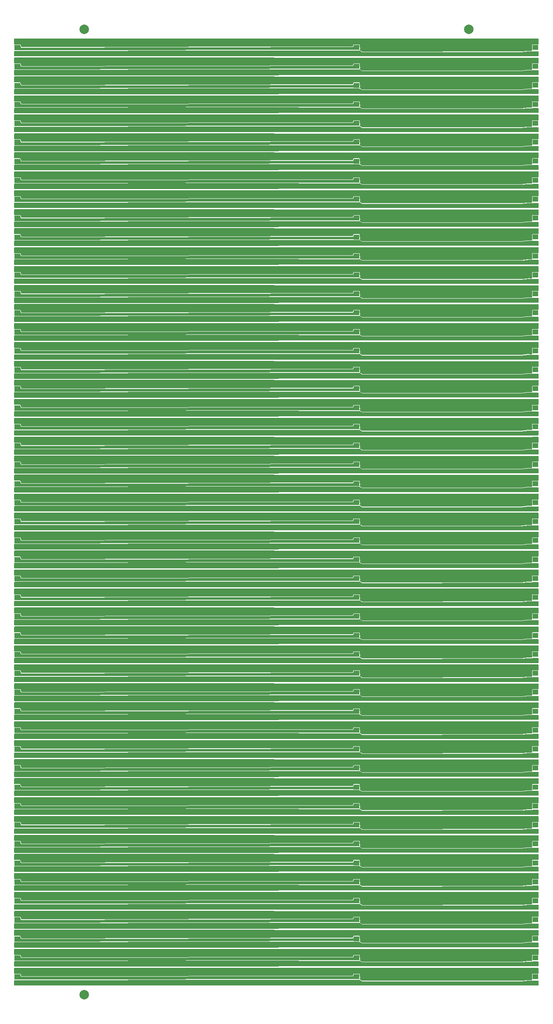
<source format=gbl>
G04 #@! TF.GenerationSoftware,KiCad,Pcbnew,7.0.2-6a45011f42~172~ubuntu22.04.1*
G04 #@! TF.CreationDate,2023-07-04T08:02:55+08:00*
G04 #@! TF.ProjectId,panel_50_1,70616e65-6c5f-4353-905f-312e6b696361,rev?*
G04 #@! TF.SameCoordinates,Original*
G04 #@! TF.FileFunction,Copper,L2,Bot*
G04 #@! TF.FilePolarity,Positive*
%FSLAX46Y46*%
G04 Gerber Fmt 4.6, Leading zero omitted, Abs format (unit mm)*
G04 Created by KiCad (PCBNEW 7.0.2-6a45011f42~172~ubuntu22.04.1) date 2023-07-04 08:02:55*
%MOMM*%
%LPD*%
G01*
G04 APERTURE LIST*
G04 #@! TA.AperFunction,ComponentPad*
%ADD10R,1.200000X1.000000*%
G04 #@! TD*
G04 #@! TA.AperFunction,SMDPad,CuDef*
%ADD11C,2.000000*%
G04 #@! TD*
G04 #@! TA.AperFunction,ViaPad*
%ADD12C,0.450000*%
G04 #@! TD*
G04 APERTURE END LIST*
D10*
G04 #@! TO.P,J3,1,Pin_1*
G04 #@! TO.N,Board_27-LED_DATA*
X72470000Y-115205000D03*
G04 #@! TD*
G04 #@! TO.P,J8,1,Pin_1*
G04 #@! TO.N,Board_35-GND*
X823163Y-145880000D03*
G04 #@! TD*
G04 #@! TO.P,J6,1,Pin_1*
G04 #@! TO.N,Board_34-GND*
X110240000Y-141875000D03*
G04 #@! TD*
G04 #@! TO.P,J3,1,Pin_1*
G04 #@! TO.N,Board_12-LED_DATA*
X72470000Y-55205000D03*
G04 #@! TD*
G04 #@! TO.P,J7,1,Pin_1*
G04 #@! TO.N,Board_16-+3V3*
X823163Y-72530000D03*
G04 #@! TD*
G04 #@! TO.P,J3,1,Pin_1*
G04 #@! TO.N,Board_28-LED_DATA*
X72470000Y-119205000D03*
G04 #@! TD*
G04 #@! TO.P,J2,1,Pin_1*
G04 #@! TO.N,Board_0-GND*
X72470000Y-5880000D03*
G04 #@! TD*
G04 #@! TO.P,J2,1,Pin_1*
G04 #@! TO.N,Board_24-GND*
X72470000Y-101880000D03*
G04 #@! TD*
G04 #@! TO.P,J2,1,Pin_1*
G04 #@! TO.N,Board_29-GND*
X72470000Y-121880000D03*
G04 #@! TD*
G04 #@! TO.P,J2,1,Pin_1*
G04 #@! TO.N,Board_6-GND*
X72470000Y-29880000D03*
G04 #@! TD*
G04 #@! TO.P,J9,1,Pin_1*
G04 #@! TO.N,Board_34-LED_DATA*
X823163Y-143205000D03*
G04 #@! TD*
G04 #@! TO.P,J1,1,Pin_1*
G04 #@! TO.N,Board_1-+3V3*
X72470000Y-12530000D03*
G04 #@! TD*
G04 #@! TO.P,J3,1,Pin_1*
G04 #@! TO.N,Board_22-LED_DATA*
X72470000Y-95205000D03*
G04 #@! TD*
G04 #@! TO.P,J1,1,Pin_1*
G04 #@! TO.N,Board_29-+3V3*
X72470000Y-124530000D03*
G04 #@! TD*
G04 #@! TO.P,J6,1,Pin_1*
G04 #@! TO.N,Board_7-GND*
X110240000Y-33875000D03*
G04 #@! TD*
G04 #@! TO.P,J1,1,Pin_1*
G04 #@! TO.N,Board_35-+3V3*
X72470000Y-148530000D03*
G04 #@! TD*
G04 #@! TO.P,J9,1,Pin_1*
G04 #@! TO.N,Board_37-LED_DATA*
X823163Y-155205000D03*
G04 #@! TD*
G04 #@! TO.P,J4,1,Pin_1*
G04 #@! TO.N,Board_21-LED_OUT*
X110240000Y-91200000D03*
G04 #@! TD*
G04 #@! TO.P,J2,1,Pin_1*
G04 #@! TO.N,Board_33-GND*
X72470000Y-137880000D03*
G04 #@! TD*
G04 #@! TO.P,J1,1,Pin_1*
G04 #@! TO.N,Board_36-+3V3*
X72470000Y-152530000D03*
G04 #@! TD*
G04 #@! TO.P,J6,1,Pin_1*
G04 #@! TO.N,Board_39-GND*
X110240000Y-161875000D03*
G04 #@! TD*
G04 #@! TO.P,J7,1,Pin_1*
G04 #@! TO.N,Board_14-+3V3*
X823163Y-64530000D03*
G04 #@! TD*
G04 #@! TO.P,J6,1,Pin_1*
G04 #@! TO.N,Board_47-GND*
X110240000Y-193875000D03*
G04 #@! TD*
G04 #@! TO.P,J2,1,Pin_1*
G04 #@! TO.N,Board_45-GND*
X72470000Y-185880000D03*
G04 #@! TD*
G04 #@! TO.P,J8,1,Pin_1*
G04 #@! TO.N,Board_3-GND*
X823163Y-17880000D03*
G04 #@! TD*
G04 #@! TO.P,J8,1,Pin_1*
G04 #@! TO.N,Board_40-GND*
X823163Y-165880000D03*
G04 #@! TD*
G04 #@! TO.P,J2,1,Pin_1*
G04 #@! TO.N,Board_11-GND*
X72470000Y-49880000D03*
G04 #@! TD*
G04 #@! TO.P,J6,1,Pin_1*
G04 #@! TO.N,Board_11-GND*
X110240000Y-49875000D03*
G04 #@! TD*
G04 #@! TO.P,J6,1,Pin_1*
G04 #@! TO.N,Board_21-GND*
X110240000Y-89875000D03*
G04 #@! TD*
G04 #@! TO.P,J8,1,Pin_1*
G04 #@! TO.N,Board_15-GND*
X823163Y-65880000D03*
G04 #@! TD*
G04 #@! TO.P,J8,1,Pin_1*
G04 #@! TO.N,Board_46-GND*
X823163Y-189880000D03*
G04 #@! TD*
G04 #@! TO.P,J6,1,Pin_1*
G04 #@! TO.N,Board_20-GND*
X110240000Y-85875000D03*
G04 #@! TD*
G04 #@! TO.P,J3,1,Pin_1*
G04 #@! TO.N,Board_39-LED_DATA*
X72470000Y-163205000D03*
G04 #@! TD*
G04 #@! TO.P,J6,1,Pin_1*
G04 #@! TO.N,Board_26-GND*
X110240000Y-109875000D03*
G04 #@! TD*
G04 #@! TO.P,J5,1,Pin_1*
G04 #@! TO.N,Board_21-+3V3*
X110240000Y-92525000D03*
G04 #@! TD*
G04 #@! TO.P,J6,1,Pin_1*
G04 #@! TO.N,Board_8-GND*
X110240000Y-37875000D03*
G04 #@! TD*
G04 #@! TO.P,J9,1,Pin_1*
G04 #@! TO.N,Board_20-LED_DATA*
X823163Y-87205000D03*
G04 #@! TD*
G04 #@! TO.P,J4,1,Pin_1*
G04 #@! TO.N,Board_14-LED_OUT*
X110240000Y-63200000D03*
G04 #@! TD*
G04 #@! TO.P,J8,1,Pin_1*
G04 #@! TO.N,Board_1-GND*
X823163Y-9880000D03*
G04 #@! TD*
G04 #@! TO.P,J6,1,Pin_1*
G04 #@! TO.N,Board_32-GND*
X110240000Y-133875000D03*
G04 #@! TD*
G04 #@! TO.P,J8,1,Pin_1*
G04 #@! TO.N,Board_18-GND*
X823163Y-77880000D03*
G04 #@! TD*
G04 #@! TO.P,J5,1,Pin_1*
G04 #@! TO.N,Board_44-+3V3*
X110240000Y-184525000D03*
G04 #@! TD*
G04 #@! TO.P,J7,1,Pin_1*
G04 #@! TO.N,Board_20-+3V3*
X823163Y-88530000D03*
G04 #@! TD*
G04 #@! TO.P,J5,1,Pin_1*
G04 #@! TO.N,Board_27-+3V3*
X110240000Y-116525000D03*
G04 #@! TD*
G04 #@! TO.P,J1,1,Pin_1*
G04 #@! TO.N,Board_11-+3V3*
X72470000Y-52530000D03*
G04 #@! TD*
G04 #@! TO.P,J7,1,Pin_1*
G04 #@! TO.N,Board_49-+3V3*
X823163Y-204530000D03*
G04 #@! TD*
G04 #@! TO.P,J8,1,Pin_1*
G04 #@! TO.N,Board_41-GND*
X823163Y-169880000D03*
G04 #@! TD*
G04 #@! TO.P,J3,1,Pin_1*
G04 #@! TO.N,Board_2-LED_DATA*
X72470000Y-15205000D03*
G04 #@! TD*
G04 #@! TO.P,J9,1,Pin_1*
G04 #@! TO.N,Board_45-LED_DATA*
X823163Y-187205000D03*
G04 #@! TD*
G04 #@! TO.P,J7,1,Pin_1*
G04 #@! TO.N,Board_35-+3V3*
X823163Y-148530000D03*
G04 #@! TD*
G04 #@! TO.P,J1,1,Pin_1*
G04 #@! TO.N,Board_34-+3V3*
X72470000Y-144530000D03*
G04 #@! TD*
G04 #@! TO.P,J8,1,Pin_1*
G04 #@! TO.N,Board_39-GND*
X823163Y-161880000D03*
G04 #@! TD*
G04 #@! TO.P,J8,1,Pin_1*
G04 #@! TO.N,Board_43-GND*
X823163Y-177880000D03*
G04 #@! TD*
G04 #@! TO.P,J3,1,Pin_1*
G04 #@! TO.N,Board_14-LED_DATA*
X72470000Y-63205000D03*
G04 #@! TD*
G04 #@! TO.P,J1,1,Pin_1*
G04 #@! TO.N,Board_24-+3V3*
X72470000Y-104530000D03*
G04 #@! TD*
G04 #@! TO.P,J4,1,Pin_1*
G04 #@! TO.N,Board_40-LED_OUT*
X110240000Y-167200000D03*
G04 #@! TD*
G04 #@! TO.P,J9,1,Pin_1*
G04 #@! TO.N,Board_29-LED_DATA*
X823163Y-123205000D03*
G04 #@! TD*
G04 #@! TO.P,J6,1,Pin_1*
G04 #@! TO.N,Board_48-GND*
X110240000Y-197875000D03*
G04 #@! TD*
G04 #@! TO.P,J7,1,Pin_1*
G04 #@! TO.N,Board_21-+3V3*
X823163Y-92530000D03*
G04 #@! TD*
G04 #@! TO.P,J7,1,Pin_1*
G04 #@! TO.N,Board_34-+3V3*
X823163Y-144530000D03*
G04 #@! TD*
G04 #@! TO.P,J5,1,Pin_1*
G04 #@! TO.N,Board_43-+3V3*
X110240000Y-180525000D03*
G04 #@! TD*
G04 #@! TO.P,J8,1,Pin_1*
G04 #@! TO.N,Board_10-GND*
X823163Y-45880000D03*
G04 #@! TD*
G04 #@! TO.P,J2,1,Pin_1*
G04 #@! TO.N,Board_4-GND*
X72470000Y-21880000D03*
G04 #@! TD*
G04 #@! TO.P,J5,1,Pin_1*
G04 #@! TO.N,Board_19-+3V3*
X110240000Y-84525000D03*
G04 #@! TD*
G04 #@! TO.P,J7,1,Pin_1*
G04 #@! TO.N,Board_12-+3V3*
X823163Y-56530000D03*
G04 #@! TD*
G04 #@! TO.P,J1,1,Pin_1*
G04 #@! TO.N,Board_18-+3V3*
X72470000Y-80530000D03*
G04 #@! TD*
G04 #@! TO.P,J6,1,Pin_1*
G04 #@! TO.N,Board_22-GND*
X110240000Y-93875000D03*
G04 #@! TD*
G04 #@! TO.P,J6,1,Pin_1*
G04 #@! TO.N,Board_38-GND*
X110240000Y-157875000D03*
G04 #@! TD*
G04 #@! TO.P,J9,1,Pin_1*
G04 #@! TO.N,Board_19-LED_DATA*
X823163Y-83205000D03*
G04 #@! TD*
G04 #@! TO.P,J7,1,Pin_1*
G04 #@! TO.N,Board_40-+3V3*
X823163Y-168530000D03*
G04 #@! TD*
G04 #@! TO.P,J5,1,Pin_1*
G04 #@! TO.N,Board_15-+3V3*
X110240000Y-68525000D03*
G04 #@! TD*
G04 #@! TO.P,J7,1,Pin_1*
G04 #@! TO.N,Board_9-+3V3*
X823163Y-44530000D03*
G04 #@! TD*
G04 #@! TO.P,J8,1,Pin_1*
G04 #@! TO.N,Board_12-GND*
X823163Y-53880000D03*
G04 #@! TD*
G04 #@! TO.P,J2,1,Pin_1*
G04 #@! TO.N,Board_19-GND*
X72470000Y-81880000D03*
G04 #@! TD*
G04 #@! TO.P,J8,1,Pin_1*
G04 #@! TO.N,Board_42-GND*
X823163Y-173880000D03*
G04 #@! TD*
G04 #@! TO.P,J1,1,Pin_1*
G04 #@! TO.N,Board_26-+3V3*
X72470000Y-112530000D03*
G04 #@! TD*
G04 #@! TO.P,J3,1,Pin_1*
G04 #@! TO.N,Board_40-LED_DATA*
X72470000Y-167205000D03*
G04 #@! TD*
G04 #@! TO.P,J7,1,Pin_1*
G04 #@! TO.N,Board_11-+3V3*
X823163Y-52530000D03*
G04 #@! TD*
G04 #@! TO.P,J4,1,Pin_1*
G04 #@! TO.N,Board_48-LED_OUT*
X110240000Y-199200000D03*
G04 #@! TD*
G04 #@! TO.P,J1,1,Pin_1*
G04 #@! TO.N,Board_20-+3V3*
X72470000Y-88530000D03*
G04 #@! TD*
G04 #@! TO.P,J3,1,Pin_1*
G04 #@! TO.N,Board_47-LED_DATA*
X72470000Y-195205000D03*
G04 #@! TD*
G04 #@! TO.P,J4,1,Pin_1*
G04 #@! TO.N,Board_6-LED_OUT*
X110240000Y-31200000D03*
G04 #@! TD*
G04 #@! TO.P,J1,1,Pin_1*
G04 #@! TO.N,Board_46-+3V3*
X72470000Y-192530000D03*
G04 #@! TD*
G04 #@! TO.P,J4,1,Pin_1*
G04 #@! TO.N,Board_18-LED_OUT*
X110240000Y-79200000D03*
G04 #@! TD*
G04 #@! TO.P,J4,1,Pin_1*
G04 #@! TO.N,Board_24-LED_OUT*
X110240000Y-103200000D03*
G04 #@! TD*
G04 #@! TO.P,J7,1,Pin_1*
G04 #@! TO.N,Board_44-+3V3*
X823163Y-184530000D03*
G04 #@! TD*
G04 #@! TO.P,J6,1,Pin_1*
G04 #@! TO.N,Board_3-GND*
X110240000Y-17875000D03*
G04 #@! TD*
G04 #@! TO.P,J5,1,Pin_1*
G04 #@! TO.N,Board_3-+3V3*
X110240000Y-20525000D03*
G04 #@! TD*
G04 #@! TO.P,J7,1,Pin_1*
G04 #@! TO.N,Board_13-+3V3*
X823163Y-60530000D03*
G04 #@! TD*
G04 #@! TO.P,J1,1,Pin_1*
G04 #@! TO.N,Board_45-+3V3*
X72470000Y-188530000D03*
G04 #@! TD*
G04 #@! TO.P,J3,1,Pin_1*
G04 #@! TO.N,Board_20-LED_DATA*
X72470000Y-87205000D03*
G04 #@! TD*
G04 #@! TO.P,J5,1,Pin_1*
G04 #@! TO.N,Board_34-+3V3*
X110240000Y-144525000D03*
G04 #@! TD*
G04 #@! TO.P,J6,1,Pin_1*
G04 #@! TO.N,Board_33-GND*
X110240000Y-137875000D03*
G04 #@! TD*
G04 #@! TO.P,J2,1,Pin_1*
G04 #@! TO.N,Board_1-GND*
X72470000Y-9880000D03*
G04 #@! TD*
G04 #@! TO.P,J3,1,Pin_1*
G04 #@! TO.N,Board_41-LED_DATA*
X72470000Y-171205000D03*
G04 #@! TD*
G04 #@! TO.P,J9,1,Pin_1*
G04 #@! TO.N,Board_31-LED_DATA*
X823163Y-131205000D03*
G04 #@! TD*
G04 #@! TO.P,J3,1,Pin_1*
G04 #@! TO.N,Board_23-LED_DATA*
X72470000Y-99205000D03*
G04 #@! TD*
G04 #@! TO.P,J7,1,Pin_1*
G04 #@! TO.N,Board_15-+3V3*
X823163Y-68530000D03*
G04 #@! TD*
G04 #@! TO.P,J5,1,Pin_1*
G04 #@! TO.N,Board_7-+3V3*
X110240000Y-36525000D03*
G04 #@! TD*
G04 #@! TO.P,J8,1,Pin_1*
G04 #@! TO.N,Board_2-GND*
X823163Y-13880000D03*
G04 #@! TD*
G04 #@! TO.P,J1,1,Pin_1*
G04 #@! TO.N,Board_42-+3V3*
X72470000Y-176530000D03*
G04 #@! TD*
G04 #@! TO.P,J4,1,Pin_1*
G04 #@! TO.N,Board_47-LED_OUT*
X110240000Y-195200000D03*
G04 #@! TD*
G04 #@! TO.P,J6,1,Pin_1*
G04 #@! TO.N,Board_5-GND*
X110240000Y-25875000D03*
G04 #@! TD*
G04 #@! TO.P,J5,1,Pin_1*
G04 #@! TO.N,Board_14-+3V3*
X110240000Y-64525000D03*
G04 #@! TD*
G04 #@! TO.P,J8,1,Pin_1*
G04 #@! TO.N,Board_33-GND*
X823163Y-137880000D03*
G04 #@! TD*
G04 #@! TO.P,J4,1,Pin_1*
G04 #@! TO.N,Board_5-LED_OUT*
X110240000Y-27200000D03*
G04 #@! TD*
G04 #@! TO.P,J9,1,Pin_1*
G04 #@! TO.N,Board_49-LED_DATA*
X823163Y-203205000D03*
G04 #@! TD*
G04 #@! TO.P,J4,1,Pin_1*
G04 #@! TO.N,Board_0-LED_OUT*
X110240000Y-7200000D03*
G04 #@! TD*
G04 #@! TO.P,J8,1,Pin_1*
G04 #@! TO.N,Board_4-GND*
X823163Y-21880000D03*
G04 #@! TD*
G04 #@! TO.P,J7,1,Pin_1*
G04 #@! TO.N,Board_23-+3V3*
X823163Y-100530000D03*
G04 #@! TD*
G04 #@! TO.P,J6,1,Pin_1*
G04 #@! TO.N,Board_15-GND*
X110240000Y-65875000D03*
G04 #@! TD*
G04 #@! TO.P,J6,1,Pin_1*
G04 #@! TO.N,Board_4-GND*
X110240000Y-21875000D03*
G04 #@! TD*
G04 #@! TO.P,J1,1,Pin_1*
G04 #@! TO.N,Board_13-+3V3*
X72470000Y-60530000D03*
G04 #@! TD*
G04 #@! TO.P,J5,1,Pin_1*
G04 #@! TO.N,Board_13-+3V3*
X110240000Y-60525000D03*
G04 #@! TD*
G04 #@! TO.P,J3,1,Pin_1*
G04 #@! TO.N,Board_3-LED_DATA*
X72470000Y-19205000D03*
G04 #@! TD*
G04 #@! TO.P,J3,1,Pin_1*
G04 #@! TO.N,Board_24-LED_DATA*
X72470000Y-103205000D03*
G04 #@! TD*
G04 #@! TO.P,J3,1,Pin_1*
G04 #@! TO.N,Board_9-LED_DATA*
X72470000Y-43205000D03*
G04 #@! TD*
G04 #@! TO.P,J8,1,Pin_1*
G04 #@! TO.N,Board_7-GND*
X823163Y-33880000D03*
G04 #@! TD*
G04 #@! TO.P,J5,1,Pin_1*
G04 #@! TO.N,Board_1-+3V3*
X110240000Y-12525000D03*
G04 #@! TD*
G04 #@! TO.P,J5,1,Pin_1*
G04 #@! TO.N,Board_41-+3V3*
X110240000Y-172525000D03*
G04 #@! TD*
G04 #@! TO.P,J6,1,Pin_1*
G04 #@! TO.N,Board_46-GND*
X110240000Y-189875000D03*
G04 #@! TD*
G04 #@! TO.P,J2,1,Pin_1*
G04 #@! TO.N,Board_10-GND*
X72470000Y-45880000D03*
G04 #@! TD*
G04 #@! TO.P,J5,1,Pin_1*
G04 #@! TO.N,Board_33-+3V3*
X110240000Y-140525000D03*
G04 #@! TD*
G04 #@! TO.P,J6,1,Pin_1*
G04 #@! TO.N,Board_41-GND*
X110240000Y-169875000D03*
G04 #@! TD*
G04 #@! TO.P,J7,1,Pin_1*
G04 #@! TO.N,Board_37-+3V3*
X823163Y-156530000D03*
G04 #@! TD*
G04 #@! TO.P,J5,1,Pin_1*
G04 #@! TO.N,Board_32-+3V3*
X110240000Y-136525000D03*
G04 #@! TD*
G04 #@! TO.P,J5,1,Pin_1*
G04 #@! TO.N,Board_38-+3V3*
X110240000Y-160525000D03*
G04 #@! TD*
G04 #@! TO.P,J1,1,Pin_1*
G04 #@! TO.N,Board_5-+3V3*
X72470000Y-28530000D03*
G04 #@! TD*
G04 #@! TO.P,J8,1,Pin_1*
G04 #@! TO.N,Board_6-GND*
X823163Y-29880000D03*
G04 #@! TD*
G04 #@! TO.P,J2,1,Pin_1*
G04 #@! TO.N,Board_30-GND*
X72470000Y-125880000D03*
G04 #@! TD*
G04 #@! TO.P,J5,1,Pin_1*
G04 #@! TO.N,Board_46-+3V3*
X110240000Y-192525000D03*
G04 #@! TD*
G04 #@! TO.P,J9,1,Pin_1*
G04 #@! TO.N,Board_7-LED_DATA*
X823163Y-35205000D03*
G04 #@! TD*
G04 #@! TO.P,J3,1,Pin_1*
G04 #@! TO.N,Board_38-LED_DATA*
X72470000Y-159205000D03*
G04 #@! TD*
G04 #@! TO.P,J3,1,Pin_1*
G04 #@! TO.N,Board_44-LED_DATA*
X72470000Y-183205000D03*
G04 #@! TD*
G04 #@! TO.P,J6,1,Pin_1*
G04 #@! TO.N,Board_9-GND*
X110240000Y-41875000D03*
G04 #@! TD*
G04 #@! TO.P,J9,1,Pin_1*
G04 #@! TO.N,Board_12-LED_DATA*
X823163Y-55205000D03*
G04 #@! TD*
G04 #@! TO.P,J1,1,Pin_1*
G04 #@! TO.N,Board_44-+3V3*
X72470000Y-184530000D03*
G04 #@! TD*
G04 #@! TO.P,J9,1,Pin_1*
G04 #@! TO.N,Board_15-LED_DATA*
X823163Y-67205000D03*
G04 #@! TD*
G04 #@! TO.P,J3,1,Pin_1*
G04 #@! TO.N,Board_36-LED_DATA*
X72470000Y-151205000D03*
G04 #@! TD*
G04 #@! TO.P,J2,1,Pin_1*
G04 #@! TO.N,Board_2-GND*
X72470000Y-13880000D03*
G04 #@! TD*
G04 #@! TO.P,J4,1,Pin_1*
G04 #@! TO.N,Board_37-LED_OUT*
X110240000Y-155200000D03*
G04 #@! TD*
G04 #@! TO.P,J8,1,Pin_1*
G04 #@! TO.N,Board_31-GND*
X823163Y-129880000D03*
G04 #@! TD*
G04 #@! TO.P,J7,1,Pin_1*
G04 #@! TO.N,Board_48-+3V3*
X823163Y-200530000D03*
G04 #@! TD*
G04 #@! TO.P,J3,1,Pin_1*
G04 #@! TO.N,Board_35-LED_DATA*
X72470000Y-147205000D03*
G04 #@! TD*
G04 #@! TO.P,J5,1,Pin_1*
G04 #@! TO.N,Board_28-+3V3*
X110240000Y-120525000D03*
G04 #@! TD*
G04 #@! TO.P,J8,1,Pin_1*
G04 #@! TO.N,Board_21-GND*
X823163Y-89880000D03*
G04 #@! TD*
G04 #@! TO.P,J6,1,Pin_1*
G04 #@! TO.N,Board_27-GND*
X110240000Y-113875000D03*
G04 #@! TD*
G04 #@! TO.P,J5,1,Pin_1*
G04 #@! TO.N,Board_29-+3V3*
X110240000Y-124525000D03*
G04 #@! TD*
G04 #@! TO.P,J3,1,Pin_1*
G04 #@! TO.N,Board_1-LED_DATA*
X72470000Y-11205000D03*
G04 #@! TD*
G04 #@! TO.P,J6,1,Pin_1*
G04 #@! TO.N,Board_35-GND*
X110240000Y-145875000D03*
G04 #@! TD*
G04 #@! TO.P,J8,1,Pin_1*
G04 #@! TO.N,Board_48-GND*
X823163Y-197880000D03*
G04 #@! TD*
G04 #@! TO.P,J2,1,Pin_1*
G04 #@! TO.N,Board_5-GND*
X72470000Y-25880000D03*
G04 #@! TD*
G04 #@! TO.P,J1,1,Pin_1*
G04 #@! TO.N,Board_41-+3V3*
X72470000Y-172530000D03*
G04 #@! TD*
G04 #@! TO.P,J1,1,Pin_1*
G04 #@! TO.N,Board_7-+3V3*
X72470000Y-36530000D03*
G04 #@! TD*
G04 #@! TO.P,J6,1,Pin_1*
G04 #@! TO.N,Board_16-GND*
X110240000Y-69875000D03*
G04 #@! TD*
G04 #@! TO.P,J6,1,Pin_1*
G04 #@! TO.N,Board_0-GND*
X110240000Y-5875000D03*
G04 #@! TD*
G04 #@! TO.P,J6,1,Pin_1*
G04 #@! TO.N,Board_6-GND*
X110240000Y-29875000D03*
G04 #@! TD*
G04 #@! TO.P,J9,1,Pin_1*
G04 #@! TO.N,Board_25-LED_DATA*
X823163Y-107205000D03*
G04 #@! TD*
G04 #@! TO.P,J2,1,Pin_1*
G04 #@! TO.N,Board_34-GND*
X72470000Y-141880000D03*
G04 #@! TD*
G04 #@! TO.P,J4,1,Pin_1*
G04 #@! TO.N,Board_16-LED_OUT*
X110240000Y-71200000D03*
G04 #@! TD*
G04 #@! TO.P,J1,1,Pin_1*
G04 #@! TO.N,Board_0-+3V3*
X72470000Y-8530000D03*
G04 #@! TD*
G04 #@! TO.P,J6,1,Pin_1*
G04 #@! TO.N,Board_42-GND*
X110240000Y-173875000D03*
G04 #@! TD*
G04 #@! TO.P,J8,1,Pin_1*
G04 #@! TO.N,Board_14-GND*
X823163Y-61880000D03*
G04 #@! TD*
G04 #@! TO.P,J3,1,Pin_1*
G04 #@! TO.N,Board_15-LED_DATA*
X72470000Y-67205000D03*
G04 #@! TD*
G04 #@! TO.P,J2,1,Pin_1*
G04 #@! TO.N,Board_42-GND*
X72470000Y-173880000D03*
G04 #@! TD*
G04 #@! TO.P,J8,1,Pin_1*
G04 #@! TO.N,Board_47-GND*
X823163Y-193880000D03*
G04 #@! TD*
G04 #@! TO.P,J3,1,Pin_1*
G04 #@! TO.N,Board_34-LED_DATA*
X72470000Y-143205000D03*
G04 #@! TD*
G04 #@! TO.P,J9,1,Pin_1*
G04 #@! TO.N,Board_5-LED_DATA*
X823163Y-27205000D03*
G04 #@! TD*
G04 #@! TO.P,J6,1,Pin_1*
G04 #@! TO.N,Board_37-GND*
X110240000Y-153875000D03*
G04 #@! TD*
G04 #@! TO.P,J3,1,Pin_1*
G04 #@! TO.N,Board_6-LED_DATA*
X72470000Y-31205000D03*
G04 #@! TD*
G04 #@! TO.P,J7,1,Pin_1*
G04 #@! TO.N,Board_2-+3V3*
X823163Y-16530000D03*
G04 #@! TD*
G04 #@! TO.P,J4,1,Pin_1*
G04 #@! TO.N,Board_45-LED_OUT*
X110240000Y-187200000D03*
G04 #@! TD*
G04 #@! TO.P,J2,1,Pin_1*
G04 #@! TO.N,Board_40-GND*
X72470000Y-165880000D03*
G04 #@! TD*
G04 #@! TO.P,J4,1,Pin_1*
G04 #@! TO.N,Board_39-LED_OUT*
X110240000Y-163200000D03*
G04 #@! TD*
G04 #@! TO.P,J9,1,Pin_1*
G04 #@! TO.N,Board_35-LED_DATA*
X823163Y-147205000D03*
G04 #@! TD*
G04 #@! TO.P,J5,1,Pin_1*
G04 #@! TO.N,Board_45-+3V3*
X110240000Y-188525000D03*
G04 #@! TD*
G04 #@! TO.P,J1,1,Pin_1*
G04 #@! TO.N,Board_17-+3V3*
X72470000Y-76530000D03*
G04 #@! TD*
G04 #@! TO.P,J7,1,Pin_1*
G04 #@! TO.N,Board_29-+3V3*
X823163Y-124530000D03*
G04 #@! TD*
G04 #@! TO.P,J6,1,Pin_1*
G04 #@! TO.N,Board_36-GND*
X110240000Y-149875000D03*
G04 #@! TD*
G04 #@! TO.P,J5,1,Pin_1*
G04 #@! TO.N,Board_0-+3V3*
X110240000Y-8525000D03*
G04 #@! TD*
G04 #@! TO.P,J9,1,Pin_1*
G04 #@! TO.N,Board_13-LED_DATA*
X823163Y-59205000D03*
G04 #@! TD*
G04 #@! TO.P,J2,1,Pin_1*
G04 #@! TO.N,Board_3-GND*
X72470000Y-17880000D03*
G04 #@! TD*
G04 #@! TO.P,J4,1,Pin_1*
G04 #@! TO.N,Board_38-LED_OUT*
X110240000Y-159200000D03*
G04 #@! TD*
G04 #@! TO.P,J9,1,Pin_1*
G04 #@! TO.N,Board_40-LED_DATA*
X823163Y-167205000D03*
G04 #@! TD*
G04 #@! TO.P,J3,1,Pin_1*
G04 #@! TO.N,Board_13-LED_DATA*
X72470000Y-59205000D03*
G04 #@! TD*
G04 #@! TO.P,J2,1,Pin_1*
G04 #@! TO.N,Board_48-GND*
X72470000Y-197880000D03*
G04 #@! TD*
G04 #@! TO.P,J4,1,Pin_1*
G04 #@! TO.N,Board_42-LED_OUT*
X110240000Y-175200000D03*
G04 #@! TD*
G04 #@! TO.P,J3,1,Pin_1*
G04 #@! TO.N,Board_21-LED_DATA*
X72470000Y-91205000D03*
G04 #@! TD*
G04 #@! TO.P,J1,1,Pin_1*
G04 #@! TO.N,Board_48-+3V3*
X72470000Y-200530000D03*
G04 #@! TD*
G04 #@! TO.P,J5,1,Pin_1*
G04 #@! TO.N,Board_17-+3V3*
X110240000Y-76525000D03*
G04 #@! TD*
G04 #@! TO.P,J6,1,Pin_1*
G04 #@! TO.N,Board_44-GND*
X110240000Y-181875000D03*
G04 #@! TD*
G04 #@! TO.P,J1,1,Pin_1*
G04 #@! TO.N,Board_14-+3V3*
X72470000Y-64530000D03*
G04 #@! TD*
G04 #@! TO.P,J9,1,Pin_1*
G04 #@! TO.N,Board_14-LED_DATA*
X823163Y-63205000D03*
G04 #@! TD*
G04 #@! TO.P,J1,1,Pin_1*
G04 #@! TO.N,Board_47-+3V3*
X72470000Y-196530000D03*
G04 #@! TD*
G04 #@! TO.P,J3,1,Pin_1*
G04 #@! TO.N,Board_7-LED_DATA*
X72470000Y-35205000D03*
G04 #@! TD*
G04 #@! TO.P,J4,1,Pin_1*
G04 #@! TO.N,Board_34-LED_OUT*
X110240000Y-143200000D03*
G04 #@! TD*
G04 #@! TO.P,J3,1,Pin_1*
G04 #@! TO.N,Board_25-LED_DATA*
X72470000Y-107205000D03*
G04 #@! TD*
G04 #@! TO.P,J2,1,Pin_1*
G04 #@! TO.N,Board_32-GND*
X72470000Y-133880000D03*
G04 #@! TD*
G04 #@! TO.P,J6,1,Pin_1*
G04 #@! TO.N,Board_13-GND*
X110240000Y-57875000D03*
G04 #@! TD*
G04 #@! TO.P,J5,1,Pin_1*
G04 #@! TO.N,Board_5-+3V3*
X110240000Y-28525000D03*
G04 #@! TD*
G04 #@! TO.P,J9,1,Pin_1*
G04 #@! TO.N,Board_41-LED_DATA*
X823163Y-171205000D03*
G04 #@! TD*
G04 #@! TO.P,J5,1,Pin_1*
G04 #@! TO.N,Board_25-+3V3*
X110240000Y-108525000D03*
G04 #@! TD*
G04 #@! TO.P,J5,1,Pin_1*
G04 #@! TO.N,Board_47-+3V3*
X110240000Y-196525000D03*
G04 #@! TD*
G04 #@! TO.P,J4,1,Pin_1*
G04 #@! TO.N,Board_30-LED_OUT*
X110240000Y-127200000D03*
G04 #@! TD*
G04 #@! TO.P,J7,1,Pin_1*
G04 #@! TO.N,Board_10-+3V3*
X823163Y-48530000D03*
G04 #@! TD*
G04 #@! TO.P,J7,1,Pin_1*
G04 #@! TO.N,Board_47-+3V3*
X823163Y-196530000D03*
G04 #@! TD*
G04 #@! TO.P,J8,1,Pin_1*
G04 #@! TO.N,Board_23-GND*
X823163Y-97880000D03*
G04 #@! TD*
G04 #@! TO.P,J3,1,Pin_1*
G04 #@! TO.N,Board_31-LED_DATA*
X72470000Y-131205000D03*
G04 #@! TD*
G04 #@! TO.P,J7,1,Pin_1*
G04 #@! TO.N,Board_33-+3V3*
X823163Y-140530000D03*
G04 #@! TD*
G04 #@! TO.P,J8,1,Pin_1*
G04 #@! TO.N,Board_20-GND*
X823163Y-85880000D03*
G04 #@! TD*
G04 #@! TO.P,J6,1,Pin_1*
G04 #@! TO.N,Board_24-GND*
X110240000Y-101875000D03*
G04 #@! TD*
G04 #@! TO.P,J8,1,Pin_1*
G04 #@! TO.N,Board_28-GND*
X823163Y-117880000D03*
G04 #@! TD*
G04 #@! TO.P,J3,1,Pin_1*
G04 #@! TO.N,Board_16-LED_DATA*
X72470000Y-71205000D03*
G04 #@! TD*
G04 #@! TO.P,J6,1,Pin_1*
G04 #@! TO.N,Board_31-GND*
X110240000Y-129875000D03*
G04 #@! TD*
G04 #@! TO.P,J3,1,Pin_1*
G04 #@! TO.N,Board_43-LED_DATA*
X72470000Y-179205000D03*
G04 #@! TD*
G04 #@! TO.P,J3,1,Pin_1*
G04 #@! TO.N,Board_19-LED_DATA*
X72470000Y-83205000D03*
G04 #@! TD*
G04 #@! TO.P,J9,1,Pin_1*
G04 #@! TO.N,Board_36-LED_DATA*
X823163Y-151205000D03*
G04 #@! TD*
G04 #@! TO.P,J5,1,Pin_1*
G04 #@! TO.N,Board_39-+3V3*
X110240000Y-164525000D03*
G04 #@! TD*
G04 #@! TO.P,J9,1,Pin_1*
G04 #@! TO.N,Board_6-LED_DATA*
X823163Y-31205000D03*
G04 #@! TD*
G04 #@! TO.P,J2,1,Pin_1*
G04 #@! TO.N,Board_15-GND*
X72470000Y-65880000D03*
G04 #@! TD*
G04 #@! TO.P,J8,1,Pin_1*
G04 #@! TO.N,Board_22-GND*
X823163Y-93880000D03*
G04 #@! TD*
G04 #@! TO.P,J4,1,Pin_1*
G04 #@! TO.N,Board_41-LED_OUT*
X110240000Y-171200000D03*
G04 #@! TD*
G04 #@! TO.P,J3,1,Pin_1*
G04 #@! TO.N,Board_8-LED_DATA*
X72470000Y-39205000D03*
G04 #@! TD*
G04 #@! TO.P,J4,1,Pin_1*
G04 #@! TO.N,Board_27-LED_OUT*
X110240000Y-115200000D03*
G04 #@! TD*
G04 #@! TO.P,J9,1,Pin_1*
G04 #@! TO.N,Board_48-LED_DATA*
X823163Y-199205000D03*
G04 #@! TD*
G04 #@! TO.P,J7,1,Pin_1*
G04 #@! TO.N,Board_19-+3V3*
X823163Y-84530000D03*
G04 #@! TD*
G04 #@! TO.P,J9,1,Pin_1*
G04 #@! TO.N,Board_32-LED_DATA*
X823163Y-135205000D03*
G04 #@! TD*
G04 #@! TO.P,J3,1,Pin_1*
G04 #@! TO.N,Board_18-LED_DATA*
X72470000Y-79205000D03*
G04 #@! TD*
G04 #@! TO.P,J3,1,Pin_1*
G04 #@! TO.N,Board_5-LED_DATA*
X72470000Y-27205000D03*
G04 #@! TD*
G04 #@! TO.P,J4,1,Pin_1*
G04 #@! TO.N,Board_12-LED_OUT*
X110240000Y-55200000D03*
G04 #@! TD*
G04 #@! TO.P,J2,1,Pin_1*
G04 #@! TO.N,Board_49-GND*
X72470000Y-201880000D03*
G04 #@! TD*
G04 #@! TO.P,J7,1,Pin_1*
G04 #@! TO.N,Board_18-+3V3*
X823163Y-80530000D03*
G04 #@! TD*
G04 #@! TO.P,J3,1,Pin_1*
G04 #@! TO.N,Board_10-LED_DATA*
X72470000Y-47205000D03*
G04 #@! TD*
G04 #@! TO.P,J2,1,Pin_1*
G04 #@! TO.N,Board_27-GND*
X72470000Y-113880000D03*
G04 #@! TD*
G04 #@! TO.P,J2,1,Pin_1*
G04 #@! TO.N,Board_23-GND*
X72470000Y-97880000D03*
G04 #@! TD*
G04 #@! TO.P,J9,1,Pin_1*
G04 #@! TO.N,Board_27-LED_DATA*
X823163Y-115205000D03*
G04 #@! TD*
G04 #@! TO.P,J1,1,Pin_1*
G04 #@! TO.N,Board_25-+3V3*
X72470000Y-108530000D03*
G04 #@! TD*
G04 #@! TO.P,J7,1,Pin_1*
G04 #@! TO.N,Board_26-+3V3*
X823163Y-112530000D03*
G04 #@! TD*
G04 #@! TO.P,J1,1,Pin_1*
G04 #@! TO.N,Board_8-+3V3*
X72470000Y-40530000D03*
G04 #@! TD*
G04 #@! TO.P,J4,1,Pin_1*
G04 #@! TO.N,Board_43-LED_OUT*
X110240000Y-179200000D03*
G04 #@! TD*
G04 #@! TO.P,J1,1,Pin_1*
G04 #@! TO.N,Board_32-+3V3*
X72470000Y-136530000D03*
G04 #@! TD*
G04 #@! TO.P,J4,1,Pin_1*
G04 #@! TO.N,Board_15-LED_OUT*
X110240000Y-67200000D03*
G04 #@! TD*
G04 #@! TO.P,J2,1,Pin_1*
G04 #@! TO.N,Board_46-GND*
X72470000Y-189880000D03*
G04 #@! TD*
G04 #@! TO.P,J5,1,Pin_1*
G04 #@! TO.N,Board_16-+3V3*
X110240000Y-72525000D03*
G04 #@! TD*
G04 #@! TO.P,J8,1,Pin_1*
G04 #@! TO.N,Board_19-GND*
X823163Y-81880000D03*
G04 #@! TD*
G04 #@! TO.P,J3,1,Pin_1*
G04 #@! TO.N,Board_48-LED_DATA*
X72470000Y-199205000D03*
G04 #@! TD*
G04 #@! TO.P,J9,1,Pin_1*
G04 #@! TO.N,Board_47-LED_DATA*
X823163Y-195205000D03*
G04 #@! TD*
G04 #@! TO.P,J7,1,Pin_1*
G04 #@! TO.N,Board_41-+3V3*
X823163Y-172530000D03*
G04 #@! TD*
G04 #@! TO.P,J9,1,Pin_1*
G04 #@! TO.N,Board_4-LED_DATA*
X823163Y-23205000D03*
G04 #@! TD*
G04 #@! TO.P,J5,1,Pin_1*
G04 #@! TO.N,Board_24-+3V3*
X110240000Y-104525000D03*
G04 #@! TD*
G04 #@! TO.P,J8,1,Pin_1*
G04 #@! TO.N,Board_29-GND*
X823163Y-121880000D03*
G04 #@! TD*
G04 #@! TO.P,J2,1,Pin_1*
G04 #@! TO.N,Board_17-GND*
X72470000Y-73880000D03*
G04 #@! TD*
G04 #@! TO.P,J2,1,Pin_1*
G04 #@! TO.N,Board_37-GND*
X72470000Y-153880000D03*
G04 #@! TD*
G04 #@! TO.P,J4,1,Pin_1*
G04 #@! TO.N,Board_49-LED_OUT*
X110240000Y-203200000D03*
G04 #@! TD*
G04 #@! TO.P,J3,1,Pin_1*
G04 #@! TO.N,Board_17-LED_DATA*
X72470000Y-75205000D03*
G04 #@! TD*
G04 #@! TO.P,J7,1,Pin_1*
G04 #@! TO.N,Board_31-+3V3*
X823163Y-132530000D03*
G04 #@! TD*
G04 #@! TO.P,J9,1,Pin_1*
G04 #@! TO.N,Board_17-LED_DATA*
X823163Y-75205000D03*
G04 #@! TD*
G04 #@! TO.P,J8,1,Pin_1*
G04 #@! TO.N,Board_11-GND*
X823163Y-49880000D03*
G04 #@! TD*
G04 #@! TO.P,J9,1,Pin_1*
G04 #@! TO.N,Board_39-LED_DATA*
X823163Y-163205000D03*
G04 #@! TD*
G04 #@! TO.P,J1,1,Pin_1*
G04 #@! TO.N,Board_39-+3V3*
X72470000Y-164530000D03*
G04 #@! TD*
G04 #@! TO.P,J4,1,Pin_1*
G04 #@! TO.N,Board_25-LED_OUT*
X110240000Y-107200000D03*
G04 #@! TD*
G04 #@! TO.P,J9,1,Pin_1*
G04 #@! TO.N,Board_46-LED_DATA*
X823163Y-191205000D03*
G04 #@! TD*
G04 #@! TO.P,J1,1,Pin_1*
G04 #@! TO.N,Board_19-+3V3*
X72470000Y-84530000D03*
G04 #@! TD*
G04 #@! TO.P,J3,1,Pin_1*
G04 #@! TO.N,Board_11-LED_DATA*
X72470000Y-51205000D03*
G04 #@! TD*
G04 #@! TO.P,J5,1,Pin_1*
G04 #@! TO.N,Board_30-+3V3*
X110240000Y-128525000D03*
G04 #@! TD*
G04 #@! TO.P,J2,1,Pin_1*
G04 #@! TO.N,Board_12-GND*
X72470000Y-53880000D03*
G04 #@! TD*
G04 #@! TO.P,J4,1,Pin_1*
G04 #@! TO.N,Board_46-LED_OUT*
X110240000Y-191200000D03*
G04 #@! TD*
G04 #@! TO.P,J4,1,Pin_1*
G04 #@! TO.N,Board_4-LED_OUT*
X110240000Y-23200000D03*
G04 #@! TD*
G04 #@! TO.P,J3,1,Pin_1*
G04 #@! TO.N,Board_0-LED_DATA*
X72470000Y-7205000D03*
G04 #@! TD*
G04 #@! TO.P,J5,1,Pin_1*
G04 #@! TO.N,Board_22-+3V3*
X110240000Y-96525000D03*
G04 #@! TD*
G04 #@! TO.P,J7,1,Pin_1*
G04 #@! TO.N,Board_24-+3V3*
X823163Y-104530000D03*
G04 #@! TD*
G04 #@! TO.P,J8,1,Pin_1*
G04 #@! TO.N,Board_24-GND*
X823163Y-101880000D03*
G04 #@! TD*
G04 #@! TO.P,J3,1,Pin_1*
G04 #@! TO.N,Board_37-LED_DATA*
X72470000Y-155205000D03*
G04 #@! TD*
G04 #@! TO.P,J9,1,Pin_1*
G04 #@! TO.N,Board_3-LED_DATA*
X823163Y-19205000D03*
G04 #@! TD*
G04 #@! TO.P,J8,1,Pin_1*
G04 #@! TO.N,Board_8-GND*
X823163Y-37880000D03*
G04 #@! TD*
G04 #@! TO.P,J1,1,Pin_1*
G04 #@! TO.N,Board_12-+3V3*
X72470000Y-56530000D03*
G04 #@! TD*
G04 #@! TO.P,J4,1,Pin_1*
G04 #@! TO.N,Board_26-LED_OUT*
X110240000Y-111200000D03*
G04 #@! TD*
G04 #@! TO.P,J2,1,Pin_1*
G04 #@! TO.N,Board_43-GND*
X72470000Y-177880000D03*
G04 #@! TD*
G04 #@! TO.P,J3,1,Pin_1*
G04 #@! TO.N,Board_45-LED_DATA*
X72470000Y-187205000D03*
G04 #@! TD*
G04 #@! TO.P,J4,1,Pin_1*
G04 #@! TO.N,Board_35-LED_OUT*
X110240000Y-147200000D03*
G04 #@! TD*
G04 #@! TO.P,J9,1,Pin_1*
G04 #@! TO.N,Board_16-LED_DATA*
X823163Y-71205000D03*
G04 #@! TD*
G04 #@! TO.P,J4,1,Pin_1*
G04 #@! TO.N,Board_7-LED_OUT*
X110240000Y-35200000D03*
G04 #@! TD*
G04 #@! TO.P,J7,1,Pin_1*
G04 #@! TO.N,Board_36-+3V3*
X823163Y-152530000D03*
G04 #@! TD*
G04 #@! TO.P,J7,1,Pin_1*
G04 #@! TO.N,Board_42-+3V3*
X823163Y-176530000D03*
G04 #@! TD*
G04 #@! TO.P,J2,1,Pin_1*
G04 #@! TO.N,Board_26-GND*
X72470000Y-109880000D03*
G04 #@! TD*
G04 #@! TO.P,J1,1,Pin_1*
G04 #@! TO.N,Board_2-+3V3*
X72470000Y-16530000D03*
G04 #@! TD*
G04 #@! TO.P,J3,1,Pin_1*
G04 #@! TO.N,Board_46-LED_DATA*
X72470000Y-191205000D03*
G04 #@! TD*
G04 #@! TO.P,J6,1,Pin_1*
G04 #@! TO.N,Board_23-GND*
X110240000Y-97875000D03*
G04 #@! TD*
G04 #@! TO.P,J2,1,Pin_1*
G04 #@! TO.N,Board_20-GND*
X72470000Y-85880000D03*
G04 #@! TD*
G04 #@! TO.P,J4,1,Pin_1*
G04 #@! TO.N,Board_9-LED_OUT*
X110240000Y-43200000D03*
G04 #@! TD*
G04 #@! TO.P,J6,1,Pin_1*
G04 #@! TO.N,Board_45-GND*
X110240000Y-185875000D03*
G04 #@! TD*
G04 #@! TO.P,J2,1,Pin_1*
G04 #@! TO.N,Board_7-GND*
X72470000Y-33880000D03*
G04 #@! TD*
G04 #@! TO.P,J8,1,Pin_1*
G04 #@! TO.N,Board_26-GND*
X823163Y-109880000D03*
G04 #@! TD*
G04 #@! TO.P,J5,1,Pin_1*
G04 #@! TO.N,Board_35-+3V3*
X110240000Y-148525000D03*
G04 #@! TD*
G04 #@! TO.P,J5,1,Pin_1*
G04 #@! TO.N,Board_49-+3V3*
X110240000Y-204525000D03*
G04 #@! TD*
G04 #@! TO.P,J8,1,Pin_1*
G04 #@! TO.N,Board_9-GND*
X823163Y-41880000D03*
G04 #@! TD*
G04 #@! TO.P,J5,1,Pin_1*
G04 #@! TO.N,Board_11-+3V3*
X110240000Y-52525000D03*
G04 #@! TD*
G04 #@! TO.P,J6,1,Pin_1*
G04 #@! TO.N,Board_25-GND*
X110240000Y-105875000D03*
G04 #@! TD*
G04 #@! TO.P,J3,1,Pin_1*
G04 #@! TO.N,Board_49-LED_DATA*
X72470000Y-203205000D03*
G04 #@! TD*
G04 #@! TO.P,J7,1,Pin_1*
G04 #@! TO.N,Board_27-+3V3*
X823163Y-116530000D03*
G04 #@! TD*
G04 #@! TO.P,J2,1,Pin_1*
G04 #@! TO.N,Board_35-GND*
X72470000Y-145880000D03*
G04 #@! TD*
G04 #@! TO.P,J4,1,Pin_1*
G04 #@! TO.N,Board_8-LED_OUT*
X110240000Y-39200000D03*
G04 #@! TD*
G04 #@! TO.P,J6,1,Pin_1*
G04 #@! TO.N,Board_49-GND*
X110240000Y-201875000D03*
G04 #@! TD*
G04 #@! TO.P,J7,1,Pin_1*
G04 #@! TO.N,Board_32-+3V3*
X823163Y-136530000D03*
G04 #@! TD*
G04 #@! TO.P,J4,1,Pin_1*
G04 #@! TO.N,Board_3-LED_OUT*
X110240000Y-19200000D03*
G04 #@! TD*
G04 #@! TO.P,J8,1,Pin_1*
G04 #@! TO.N,Board_32-GND*
X823163Y-133880000D03*
G04 #@! TD*
G04 #@! TO.P,J6,1,Pin_1*
G04 #@! TO.N,Board_17-GND*
X110240000Y-73875000D03*
G04 #@! TD*
G04 #@! TO.P,J7,1,Pin_1*
G04 #@! TO.N,Board_38-+3V3*
X823163Y-160530000D03*
G04 #@! TD*
G04 #@! TO.P,J5,1,Pin_1*
G04 #@! TO.N,Board_12-+3V3*
X110240000Y-56525000D03*
G04 #@! TD*
G04 #@! TO.P,J9,1,Pin_1*
G04 #@! TO.N,Board_18-LED_DATA*
X823163Y-79205000D03*
G04 #@! TD*
G04 #@! TO.P,J2,1,Pin_1*
G04 #@! TO.N,Board_25-GND*
X72470000Y-105880000D03*
G04 #@! TD*
G04 #@! TO.P,J8,1,Pin_1*
G04 #@! TO.N,Board_0-GND*
X823163Y-5880000D03*
G04 #@! TD*
G04 #@! TO.P,J4,1,Pin_1*
G04 #@! TO.N,Board_28-LED_OUT*
X110240000Y-119200000D03*
G04 #@! TD*
G04 #@! TO.P,J4,1,Pin_1*
G04 #@! TO.N,Board_13-LED_OUT*
X110240000Y-59200000D03*
G04 #@! TD*
G04 #@! TO.P,J3,1,Pin_1*
G04 #@! TO.N,Board_29-LED_DATA*
X72470000Y-123205000D03*
G04 #@! TD*
G04 #@! TO.P,J2,1,Pin_1*
G04 #@! TO.N,Board_21-GND*
X72470000Y-89880000D03*
G04 #@! TD*
G04 #@! TO.P,J7,1,Pin_1*
G04 #@! TO.N,Board_1-+3V3*
X823163Y-12530000D03*
G04 #@! TD*
G04 #@! TO.P,J8,1,Pin_1*
G04 #@! TO.N,Board_36-GND*
X823163Y-149880000D03*
G04 #@! TD*
G04 #@! TO.P,J7,1,Pin_1*
G04 #@! TO.N,Board_17-+3V3*
X823163Y-76530000D03*
G04 #@! TD*
G04 #@! TO.P,J9,1,Pin_1*
G04 #@! TO.N,Board_1-LED_DATA*
X823163Y-11205000D03*
G04 #@! TD*
G04 #@! TO.P,J9,1,Pin_1*
G04 #@! TO.N,Board_43-LED_DATA*
X823163Y-179205000D03*
G04 #@! TD*
G04 #@! TO.P,J1,1,Pin_1*
G04 #@! TO.N,Board_37-+3V3*
X72470000Y-156530000D03*
G04 #@! TD*
G04 #@! TO.P,J8,1,Pin_1*
G04 #@! TO.N,Board_25-GND*
X823163Y-105880000D03*
G04 #@! TD*
G04 #@! TO.P,J9,1,Pin_1*
G04 #@! TO.N,Board_21-LED_DATA*
X823163Y-91205000D03*
G04 #@! TD*
G04 #@! TO.P,J4,1,Pin_1*
G04 #@! TO.N,Board_36-LED_OUT*
X110240000Y-151200000D03*
G04 #@! TD*
G04 #@! TO.P,J2,1,Pin_1*
G04 #@! TO.N,Board_44-GND*
X72470000Y-181880000D03*
G04 #@! TD*
G04 #@! TO.P,J6,1,Pin_1*
G04 #@! TO.N,Board_14-GND*
X110240000Y-61875000D03*
G04 #@! TD*
G04 #@! TO.P,J1,1,Pin_1*
G04 #@! TO.N,Board_15-+3V3*
X72470000Y-68530000D03*
G04 #@! TD*
G04 #@! TO.P,J1,1,Pin_1*
G04 #@! TO.N,Board_4-+3V3*
X72470000Y-24530000D03*
G04 #@! TD*
G04 #@! TO.P,J9,1,Pin_1*
G04 #@! TO.N,Board_33-LED_DATA*
X823163Y-139205000D03*
G04 #@! TD*
G04 #@! TO.P,J8,1,Pin_1*
G04 #@! TO.N,Board_49-GND*
X823163Y-201880000D03*
G04 #@! TD*
G04 #@! TO.P,J7,1,Pin_1*
G04 #@! TO.N,Board_3-+3V3*
X823163Y-20530000D03*
G04 #@! TD*
G04 #@! TO.P,J7,1,Pin_1*
G04 #@! TO.N,Board_6-+3V3*
X823163Y-32530000D03*
G04 #@! TD*
G04 #@! TO.P,J7,1,Pin_1*
G04 #@! TO.N,Board_43-+3V3*
X823163Y-180530000D03*
G04 #@! TD*
G04 #@! TO.P,J3,1,Pin_1*
G04 #@! TO.N,Board_33-LED_DATA*
X72470000Y-139205000D03*
G04 #@! TD*
G04 #@! TO.P,J8,1,Pin_1*
G04 #@! TO.N,Board_30-GND*
X823163Y-125880000D03*
G04 #@! TD*
G04 #@! TO.P,J9,1,Pin_1*
G04 #@! TO.N,Board_10-LED_DATA*
X823163Y-47205000D03*
G04 #@! TD*
G04 #@! TO.P,J7,1,Pin_1*
G04 #@! TO.N,Board_0-+3V3*
X823163Y-8530000D03*
G04 #@! TD*
G04 #@! TO.P,J5,1,Pin_1*
G04 #@! TO.N,Board_10-+3V3*
X110240000Y-48525000D03*
G04 #@! TD*
G04 #@! TO.P,J9,1,Pin_1*
G04 #@! TO.N,Board_28-LED_DATA*
X823163Y-119205000D03*
G04 #@! TD*
G04 #@! TO.P,J1,1,Pin_1*
G04 #@! TO.N,Board_16-+3V3*
X72470000Y-72530000D03*
G04 #@! TD*
G04 #@! TO.P,J9,1,Pin_1*
G04 #@! TO.N,Board_26-LED_DATA*
X823163Y-111205000D03*
G04 #@! TD*
G04 #@! TO.P,J3,1,Pin_1*
G04 #@! TO.N,Board_30-LED_DATA*
X72470000Y-127205000D03*
G04 #@! TD*
G04 #@! TO.P,J9,1,Pin_1*
G04 #@! TO.N,Board_22-LED_DATA*
X823163Y-95205000D03*
G04 #@! TD*
G04 #@! TO.P,J1,1,Pin_1*
G04 #@! TO.N,Board_27-+3V3*
X72470000Y-116530000D03*
G04 #@! TD*
G04 #@! TO.P,J7,1,Pin_1*
G04 #@! TO.N,Board_4-+3V3*
X823163Y-24530000D03*
G04 #@! TD*
G04 #@! TO.P,J1,1,Pin_1*
G04 #@! TO.N,Board_23-+3V3*
X72470000Y-100530000D03*
G04 #@! TD*
G04 #@! TO.P,J8,1,Pin_1*
G04 #@! TO.N,Board_5-GND*
X823163Y-25880000D03*
G04 #@! TD*
G04 #@! TO.P,J1,1,Pin_1*
G04 #@! TO.N,Board_31-+3V3*
X72470000Y-132530000D03*
G04 #@! TD*
G04 #@! TO.P,J6,1,Pin_1*
G04 #@! TO.N,Board_10-GND*
X110240000Y-45875000D03*
G04 #@! TD*
G04 #@! TO.P,J6,1,Pin_1*
G04 #@! TO.N,Board_2-GND*
X110240000Y-13875000D03*
G04 #@! TD*
G04 #@! TO.P,J5,1,Pin_1*
G04 #@! TO.N,Board_9-+3V3*
X110240000Y-44525000D03*
G04 #@! TD*
G04 #@! TO.P,J1,1,Pin_1*
G04 #@! TO.N,Board_6-+3V3*
X72470000Y-32530000D03*
G04 #@! TD*
G04 #@! TO.P,J6,1,Pin_1*
G04 #@! TO.N,Board_18-GND*
X110240000Y-77875000D03*
G04 #@! TD*
G04 #@! TO.P,J1,1,Pin_1*
G04 #@! TO.N,Board_49-+3V3*
X72470000Y-204530000D03*
G04 #@! TD*
G04 #@! TO.P,J5,1,Pin_1*
G04 #@! TO.N,Board_40-+3V3*
X110240000Y-168525000D03*
G04 #@! TD*
G04 #@! TO.P,J4,1,Pin_1*
G04 #@! TO.N,Board_22-LED_OUT*
X110240000Y-95200000D03*
G04 #@! TD*
G04 #@! TO.P,J5,1,Pin_1*
G04 #@! TO.N,Board_4-+3V3*
X110240000Y-24525000D03*
G04 #@! TD*
G04 #@! TO.P,J2,1,Pin_1*
G04 #@! TO.N,Board_13-GND*
X72470000Y-57880000D03*
G04 #@! TD*
G04 #@! TO.P,J5,1,Pin_1*
G04 #@! TO.N,Board_20-+3V3*
X110240000Y-88525000D03*
G04 #@! TD*
G04 #@! TO.P,J4,1,Pin_1*
G04 #@! TO.N,Board_19-LED_OUT*
X110240000Y-83200000D03*
G04 #@! TD*
G04 #@! TO.P,J4,1,Pin_1*
G04 #@! TO.N,Board_23-LED_OUT*
X110240000Y-99200000D03*
G04 #@! TD*
G04 #@! TO.P,J6,1,Pin_1*
G04 #@! TO.N,Board_29-GND*
X110240000Y-121875000D03*
G04 #@! TD*
G04 #@! TO.P,J5,1,Pin_1*
G04 #@! TO.N,Board_2-+3V3*
X110240000Y-16525000D03*
G04 #@! TD*
G04 #@! TO.P,J6,1,Pin_1*
G04 #@! TO.N,Board_40-GND*
X110240000Y-165875000D03*
G04 #@! TD*
G04 #@! TO.P,J2,1,Pin_1*
G04 #@! TO.N,Board_28-GND*
X72470000Y-117880000D03*
G04 #@! TD*
G04 #@! TO.P,J8,1,Pin_1*
G04 #@! TO.N,Board_27-GND*
X823163Y-113880000D03*
G04 #@! TD*
G04 #@! TO.P,J6,1,Pin_1*
G04 #@! TO.N,Board_1-GND*
X110240000Y-9875000D03*
G04 #@! TD*
G04 #@! TO.P,J5,1,Pin_1*
G04 #@! TO.N,Board_42-+3V3*
X110240000Y-176525000D03*
G04 #@! TD*
G04 #@! TO.P,J1,1,Pin_1*
G04 #@! TO.N,Board_21-+3V3*
X72470000Y-92530000D03*
G04 #@! TD*
G04 #@! TO.P,J7,1,Pin_1*
G04 #@! TO.N,Board_46-+3V3*
X823163Y-192530000D03*
G04 #@! TD*
G04 #@! TO.P,J2,1,Pin_1*
G04 #@! TO.N,Board_14-GND*
X72470000Y-61880000D03*
G04 #@! TD*
G04 #@! TO.P,J3,1,Pin_1*
G04 #@! TO.N,Board_32-LED_DATA*
X72470000Y-135205000D03*
G04 #@! TD*
G04 #@! TO.P,J5,1,Pin_1*
G04 #@! TO.N,Board_36-+3V3*
X110240000Y-152525000D03*
G04 #@! TD*
G04 #@! TO.P,J2,1,Pin_1*
G04 #@! TO.N,Board_18-GND*
X72470000Y-77880000D03*
G04 #@! TD*
G04 #@! TO.P,J2,1,Pin_1*
G04 #@! TO.N,Board_8-GND*
X72470000Y-37880000D03*
G04 #@! TD*
G04 #@! TO.P,J7,1,Pin_1*
G04 #@! TO.N,Board_28-+3V3*
X823163Y-120530000D03*
G04 #@! TD*
G04 #@! TO.P,J8,1,Pin_1*
G04 #@! TO.N,Board_16-GND*
X823163Y-69880000D03*
G04 #@! TD*
G04 #@! TO.P,J1,1,Pin_1*
G04 #@! TO.N,Board_40-+3V3*
X72470000Y-168530000D03*
G04 #@! TD*
G04 #@! TO.P,J9,1,Pin_1*
G04 #@! TO.N,Board_38-LED_DATA*
X823163Y-159205000D03*
G04 #@! TD*
G04 #@! TO.P,J8,1,Pin_1*
G04 #@! TO.N,Board_13-GND*
X823163Y-57880000D03*
G04 #@! TD*
G04 #@! TO.P,J1,1,Pin_1*
G04 #@! TO.N,Board_10-+3V3*
X72470000Y-48530000D03*
G04 #@! TD*
G04 #@! TO.P,J1,1,Pin_1*
G04 #@! TO.N,Board_9-+3V3*
X72470000Y-44530000D03*
G04 #@! TD*
G04 #@! TO.P,J7,1,Pin_1*
G04 #@! TO.N,Board_22-+3V3*
X823163Y-96530000D03*
G04 #@! TD*
G04 #@! TO.P,J4,1,Pin_1*
G04 #@! TO.N,Board_2-LED_OUT*
X110240000Y-15200000D03*
G04 #@! TD*
G04 #@! TO.P,J4,1,Pin_1*
G04 #@! TO.N,Board_29-LED_OUT*
X110240000Y-123200000D03*
G04 #@! TD*
G04 #@! TO.P,J1,1,Pin_1*
G04 #@! TO.N,Board_28-+3V3*
X72470000Y-120530000D03*
G04 #@! TD*
G04 #@! TO.P,J7,1,Pin_1*
G04 #@! TO.N,Board_45-+3V3*
X823163Y-188530000D03*
G04 #@! TD*
G04 #@! TO.P,J5,1,Pin_1*
G04 #@! TO.N,Board_23-+3V3*
X110240000Y-100525000D03*
G04 #@! TD*
G04 #@! TO.P,J4,1,Pin_1*
G04 #@! TO.N,Board_31-LED_OUT*
X110240000Y-131200000D03*
G04 #@! TD*
G04 #@! TO.P,J8,1,Pin_1*
G04 #@! TO.N,Board_37-GND*
X823163Y-153880000D03*
G04 #@! TD*
G04 #@! TO.P,J1,1,Pin_1*
G04 #@! TO.N,Board_43-+3V3*
X72470000Y-180530000D03*
G04 #@! TD*
G04 #@! TO.P,J4,1,Pin_1*
G04 #@! TO.N,Board_33-LED_OUT*
X110240000Y-139200000D03*
G04 #@! TD*
G04 #@! TO.P,J7,1,Pin_1*
G04 #@! TO.N,Board_25-+3V3*
X823163Y-108530000D03*
G04 #@! TD*
G04 #@! TO.P,J6,1,Pin_1*
G04 #@! TO.N,Board_28-GND*
X110240000Y-117875000D03*
G04 #@! TD*
G04 #@! TO.P,J8,1,Pin_1*
G04 #@! TO.N,Board_34-GND*
X823163Y-141880000D03*
G04 #@! TD*
G04 #@! TO.P,J4,1,Pin_1*
G04 #@! TO.N,Board_17-LED_OUT*
X110240000Y-75200000D03*
G04 #@! TD*
G04 #@! TO.P,J6,1,Pin_1*
G04 #@! TO.N,Board_12-GND*
X110240000Y-53875000D03*
G04 #@! TD*
G04 #@! TO.P,J5,1,Pin_1*
G04 #@! TO.N,Board_26-+3V3*
X110240000Y-112525000D03*
G04 #@! TD*
G04 #@! TO.P,J8,1,Pin_1*
G04 #@! TO.N,Board_38-GND*
X823163Y-157880000D03*
G04 #@! TD*
G04 #@! TO.P,J7,1,Pin_1*
G04 #@! TO.N,Board_30-+3V3*
X823163Y-128530000D03*
G04 #@! TD*
G04 #@! TO.P,J7,1,Pin_1*
G04 #@! TO.N,Board_5-+3V3*
X823163Y-28530000D03*
G04 #@! TD*
G04 #@! TO.P,J1,1,Pin_1*
G04 #@! TO.N,Board_30-+3V3*
X72470000Y-128530000D03*
G04 #@! TD*
G04 #@! TO.P,J9,1,Pin_1*
G04 #@! TO.N,Board_23-LED_DATA*
X823163Y-99205000D03*
G04 #@! TD*
G04 #@! TO.P,J2,1,Pin_1*
G04 #@! TO.N,Board_41-GND*
X72470000Y-169880000D03*
G04 #@! TD*
G04 #@! TO.P,J9,1,Pin_1*
G04 #@! TO.N,Board_24-LED_DATA*
X823163Y-103205000D03*
G04 #@! TD*
G04 #@! TO.P,J9,1,Pin_1*
G04 #@! TO.N,Board_0-LED_DATA*
X823163Y-7205000D03*
G04 #@! TD*
G04 #@! TO.P,J6,1,Pin_1*
G04 #@! TO.N,Board_19-GND*
X110240000Y-81875000D03*
G04 #@! TD*
G04 #@! TO.P,J6,1,Pin_1*
G04 #@! TO.N,Board_30-GND*
X110240000Y-125875000D03*
G04 #@! TD*
G04 #@! TO.P,J7,1,Pin_1*
G04 #@! TO.N,Board_39-+3V3*
X823163Y-164530000D03*
G04 #@! TD*
G04 #@! TO.P,J9,1,Pin_1*
G04 #@! TO.N,Board_11-LED_DATA*
X823163Y-51205000D03*
G04 #@! TD*
G04 #@! TO.P,J4,1,Pin_1*
G04 #@! TO.N,Board_1-LED_OUT*
X110240000Y-11200000D03*
G04 #@! TD*
G04 #@! TO.P,J5,1,Pin_1*
G04 #@! TO.N,Board_48-+3V3*
X110240000Y-200525000D03*
G04 #@! TD*
G04 #@! TO.P,J5,1,Pin_1*
G04 #@! TO.N,Board_18-+3V3*
X110240000Y-80525000D03*
G04 #@! TD*
G04 #@! TO.P,J1,1,Pin_1*
G04 #@! TO.N,Board_3-+3V3*
X72470000Y-20530000D03*
G04 #@! TD*
G04 #@! TO.P,J9,1,Pin_1*
G04 #@! TO.N,Board_2-LED_DATA*
X823163Y-15205000D03*
G04 #@! TD*
G04 #@! TO.P,J7,1,Pin_1*
G04 #@! TO.N,Board_7-+3V3*
X823163Y-36530000D03*
G04 #@! TD*
G04 #@! TO.P,J2,1,Pin_1*
G04 #@! TO.N,Board_22-GND*
X72470000Y-93880000D03*
G04 #@! TD*
G04 #@! TO.P,J4,1,Pin_1*
G04 #@! TO.N,Board_32-LED_OUT*
X110240000Y-135200000D03*
G04 #@! TD*
G04 #@! TO.P,J3,1,Pin_1*
G04 #@! TO.N,Board_4-LED_DATA*
X72470000Y-23205000D03*
G04 #@! TD*
G04 #@! TO.P,J5,1,Pin_1*
G04 #@! TO.N,Board_37-+3V3*
X110240000Y-156525000D03*
G04 #@! TD*
G04 #@! TO.P,J4,1,Pin_1*
G04 #@! TO.N,Board_44-LED_OUT*
X110240000Y-183200000D03*
G04 #@! TD*
G04 #@! TO.P,J4,1,Pin_1*
G04 #@! TO.N,Board_10-LED_OUT*
X110240000Y-47200000D03*
G04 #@! TD*
G04 #@! TO.P,J3,1,Pin_1*
G04 #@! TO.N,Board_26-LED_DATA*
X72470000Y-111205000D03*
G04 #@! TD*
G04 #@! TO.P,J6,1,Pin_1*
G04 #@! TO.N,Board_43-GND*
X110240000Y-177875000D03*
G04 #@! TD*
G04 #@! TO.P,J9,1,Pin_1*
G04 #@! TO.N,Board_9-LED_DATA*
X823163Y-43205000D03*
G04 #@! TD*
G04 #@! TO.P,J2,1,Pin_1*
G04 #@! TO.N,Board_31-GND*
X72470000Y-129880000D03*
G04 #@! TD*
G04 #@! TO.P,J5,1,Pin_1*
G04 #@! TO.N,Board_31-+3V3*
X110240000Y-132525000D03*
G04 #@! TD*
G04 #@! TO.P,J1,1,Pin_1*
G04 #@! TO.N,Board_22-+3V3*
X72470000Y-96530000D03*
G04 #@! TD*
G04 #@! TO.P,J8,1,Pin_1*
G04 #@! TO.N,Board_45-GND*
X823163Y-185880000D03*
G04 #@! TD*
G04 #@! TO.P,J2,1,Pin_1*
G04 #@! TO.N,Board_39-GND*
X72470000Y-161880000D03*
G04 #@! TD*
G04 #@! TO.P,J9,1,Pin_1*
G04 #@! TO.N,Board_8-LED_DATA*
X823163Y-39205000D03*
G04 #@! TD*
G04 #@! TO.P,J4,1,Pin_1*
G04 #@! TO.N,Board_11-LED_OUT*
X110240000Y-51200000D03*
G04 #@! TD*
G04 #@! TO.P,J9,1,Pin_1*
G04 #@! TO.N,Board_30-LED_DATA*
X823163Y-127205000D03*
G04 #@! TD*
G04 #@! TO.P,J8,1,Pin_1*
G04 #@! TO.N,Board_17-GND*
X823163Y-73880000D03*
G04 #@! TD*
G04 #@! TO.P,J2,1,Pin_1*
G04 #@! TO.N,Board_9-GND*
X72470000Y-41880000D03*
G04 #@! TD*
G04 #@! TO.P,J2,1,Pin_1*
G04 #@! TO.N,Board_38-GND*
X72470000Y-157880000D03*
G04 #@! TD*
G04 #@! TO.P,J3,1,Pin_1*
G04 #@! TO.N,Board_42-LED_DATA*
X72470000Y-175205000D03*
G04 #@! TD*
G04 #@! TO.P,J9,1,Pin_1*
G04 #@! TO.N,Board_44-LED_DATA*
X823163Y-183205000D03*
G04 #@! TD*
G04 #@! TO.P,J2,1,Pin_1*
G04 #@! TO.N,Board_47-GND*
X72470000Y-193880000D03*
G04 #@! TD*
G04 #@! TO.P,J5,1,Pin_1*
G04 #@! TO.N,Board_8-+3V3*
X110240000Y-40525000D03*
G04 #@! TD*
G04 #@! TO.P,J8,1,Pin_1*
G04 #@! TO.N,Board_44-GND*
X823163Y-181880000D03*
G04 #@! TD*
G04 #@! TO.P,J9,1,Pin_1*
G04 #@! TO.N,Board_42-LED_DATA*
X823163Y-175205000D03*
G04 #@! TD*
G04 #@! TO.P,J7,1,Pin_1*
G04 #@! TO.N,Board_8-+3V3*
X823163Y-40530000D03*
G04 #@! TD*
G04 #@! TO.P,J1,1,Pin_1*
G04 #@! TO.N,Board_33-+3V3*
X72470000Y-140530000D03*
G04 #@! TD*
G04 #@! TO.P,J2,1,Pin_1*
G04 #@! TO.N,Board_16-GND*
X72470000Y-69880000D03*
G04 #@! TD*
G04 #@! TO.P,J5,1,Pin_1*
G04 #@! TO.N,Board_6-+3V3*
X110240000Y-32525000D03*
G04 #@! TD*
G04 #@! TO.P,J1,1,Pin_1*
G04 #@! TO.N,Board_38-+3V3*
X72470000Y-160530000D03*
G04 #@! TD*
G04 #@! TO.P,J4,1,Pin_1*
G04 #@! TO.N,Board_20-LED_OUT*
X110240000Y-87200000D03*
G04 #@! TD*
G04 #@! TO.P,J2,1,Pin_1*
G04 #@! TO.N,Board_36-GND*
X72470000Y-149880000D03*
G04 #@! TD*
D11*
G04 #@! TO.P,REF\u002A\u002A,*
G04 #@! TO.N,*
X96190000Y-3350000D03*
G04 #@! TD*
G04 #@! TO.P,REF\u002A\u002A,*
G04 #@! TO.N,*
X15000000Y-207050000D03*
G04 #@! TD*
G04 #@! TO.P,REF\u002A\u002A,*
G04 #@! TO.N,*
X15000000Y-3350000D03*
G04 #@! TD*
D12*
G04 #@! TO.N,Board_0-+3V3*
X101160305Y-8600000D03*
X76393163Y-8600000D03*
X105288163Y-8600000D03*
X84648877Y-8600000D03*
X80521020Y-8600000D03*
X88776734Y-8600000D03*
X92904591Y-8600000D03*
X97032448Y-8600000D03*
G04 #@! TO.N,Board_1-+3V3*
X88776734Y-12600000D03*
X92904591Y-12600000D03*
X84648877Y-12600000D03*
X76393163Y-12600000D03*
X80521020Y-12600000D03*
X105288163Y-12600000D03*
X97032448Y-12600000D03*
X101160305Y-12600000D03*
G04 #@! TO.N,Board_2-+3V3*
X88776734Y-16600000D03*
X84648877Y-16600000D03*
X97032448Y-16600000D03*
X92904591Y-16600000D03*
X80521020Y-16600000D03*
X101160305Y-16600000D03*
X76393163Y-16600000D03*
X105288163Y-16600000D03*
G04 #@! TO.N,Board_3-+3V3*
X105288163Y-20600000D03*
X76393163Y-20600000D03*
X80521020Y-20600000D03*
X101160305Y-20600000D03*
X92904591Y-20600000D03*
X97032448Y-20600000D03*
X88776734Y-20600000D03*
X84648877Y-20600000D03*
G04 #@! TO.N,Board_4-+3V3*
X105288163Y-24600000D03*
X97032448Y-24600000D03*
X80521020Y-24600000D03*
X101160305Y-24600000D03*
X92904591Y-24600000D03*
X76393163Y-24600000D03*
X84648877Y-24600000D03*
X88776734Y-24600000D03*
G04 #@! TO.N,Board_5-+3V3*
X80521020Y-28600000D03*
X92904591Y-28600000D03*
X97032448Y-28600000D03*
X101160305Y-28600000D03*
X88776734Y-28600000D03*
X76393163Y-28600000D03*
X84648877Y-28600000D03*
X105288163Y-28600000D03*
G04 #@! TO.N,Board_6-+3V3*
X84648877Y-32600000D03*
X97032448Y-32600000D03*
X80521020Y-32600000D03*
X88776734Y-32600000D03*
X105288163Y-32600000D03*
X92904591Y-32600000D03*
X76393163Y-32600000D03*
X101160305Y-32600000D03*
G04 #@! TO.N,Board_7-+3V3*
X88776734Y-36600000D03*
X97032448Y-36600000D03*
X92904591Y-36600000D03*
X101160305Y-36600000D03*
X76393163Y-36600000D03*
X84648877Y-36600000D03*
X80521020Y-36600000D03*
X105288163Y-36600000D03*
G04 #@! TO.N,Board_8-+3V3*
X101160305Y-40600000D03*
X97032448Y-40600000D03*
X80521020Y-40600000D03*
X84648877Y-40600000D03*
X92904591Y-40600000D03*
X105288163Y-40600000D03*
X76393163Y-40600000D03*
X88776734Y-40600000D03*
G04 #@! TO.N,Board_9-+3V3*
X88776734Y-44600000D03*
X105288163Y-44600000D03*
X92904591Y-44600000D03*
X101160305Y-44600000D03*
X84648877Y-44600000D03*
X97032448Y-44600000D03*
X76393163Y-44600000D03*
X80521020Y-44600000D03*
G04 #@! TO.N,Board_10-+3V3*
X105288163Y-48600000D03*
X92904591Y-48600000D03*
X76393163Y-48600000D03*
X88776734Y-48600000D03*
X84648877Y-48600000D03*
X97032448Y-48600000D03*
X80521020Y-48600000D03*
X101160305Y-48600000D03*
G04 #@! TO.N,Board_11-+3V3*
X76393163Y-52600000D03*
X105288163Y-52600000D03*
X80521020Y-52600000D03*
X84648877Y-52600000D03*
X92904591Y-52600000D03*
X101160305Y-52600000D03*
X88776734Y-52600000D03*
X97032448Y-52600000D03*
G04 #@! TO.N,Board_12-+3V3*
X84648877Y-56600000D03*
X88776734Y-56600000D03*
X97032448Y-56600000D03*
X76393163Y-56600000D03*
X105288163Y-56600000D03*
X80521020Y-56600000D03*
X101160305Y-56600000D03*
X92904591Y-56600000D03*
G04 #@! TO.N,Board_13-+3V3*
X84648877Y-60600000D03*
X92904591Y-60600000D03*
X80521020Y-60600000D03*
X105288163Y-60600000D03*
X101160305Y-60600000D03*
X97032448Y-60600000D03*
X76393163Y-60600000D03*
X88776734Y-60600000D03*
G04 #@! TO.N,Board_14-+3V3*
X76393163Y-64600000D03*
X80521020Y-64600000D03*
X101160305Y-64600000D03*
X97032448Y-64600000D03*
X105288163Y-64600000D03*
X92904591Y-64600000D03*
X84648877Y-64600000D03*
X88776734Y-64600000D03*
G04 #@! TO.N,Board_15-+3V3*
X92904591Y-68600000D03*
X105288163Y-68600000D03*
X101160305Y-68600000D03*
X84648877Y-68600000D03*
X76393163Y-68600000D03*
X97032448Y-68600000D03*
X88776734Y-68600000D03*
X80521020Y-68600000D03*
G04 #@! TO.N,Board_16-+3V3*
X88776734Y-72600000D03*
X101160305Y-72600000D03*
X84648877Y-72600000D03*
X92904591Y-72600000D03*
X97032448Y-72600000D03*
X76393163Y-72600000D03*
X80521020Y-72600000D03*
X105288163Y-72600000D03*
G04 #@! TO.N,Board_17-+3V3*
X76393163Y-76600000D03*
X101160305Y-76600000D03*
X84648877Y-76600000D03*
X105288163Y-76600000D03*
X80521020Y-76600000D03*
X92904591Y-76600000D03*
X97032448Y-76600000D03*
X88776734Y-76600000D03*
G04 #@! TO.N,Board_18-+3V3*
X76393163Y-80600000D03*
X84648877Y-80600000D03*
X97032448Y-80600000D03*
X80521020Y-80600000D03*
X92904591Y-80600000D03*
X101160305Y-80600000D03*
X88776734Y-80600000D03*
X105288163Y-80600000D03*
G04 #@! TO.N,Board_19-+3V3*
X101160305Y-84600000D03*
X97032448Y-84600000D03*
X92904591Y-84600000D03*
X105288163Y-84600000D03*
X88776734Y-84600000D03*
X84648877Y-84600000D03*
X80521020Y-84600000D03*
X76393163Y-84600000D03*
G04 #@! TO.N,Board_20-+3V3*
X80521020Y-88600000D03*
X88776734Y-88600000D03*
X105288163Y-88600000D03*
X76393163Y-88600000D03*
X97032448Y-88600000D03*
X84648877Y-88600000D03*
X101160305Y-88600000D03*
X92904591Y-88600000D03*
G04 #@! TO.N,Board_21-+3V3*
X97032448Y-92600000D03*
X92904591Y-92600000D03*
X76393163Y-92600000D03*
X80521020Y-92600000D03*
X105288163Y-92600000D03*
X84648877Y-92600000D03*
X88776734Y-92600000D03*
X101160305Y-92600000D03*
G04 #@! TO.N,Board_22-+3V3*
X88776734Y-96600000D03*
X105288163Y-96600000D03*
X80521020Y-96600000D03*
X76393163Y-96600000D03*
X92904591Y-96600000D03*
X84648877Y-96600000D03*
X101160305Y-96600000D03*
X97032448Y-96600000D03*
G04 #@! TO.N,Board_23-+3V3*
X97032448Y-100600000D03*
X92904591Y-100600000D03*
X105288163Y-100600000D03*
X80521020Y-100600000D03*
X84648877Y-100600000D03*
X101160305Y-100600000D03*
X76393163Y-100600000D03*
X88776734Y-100600000D03*
G04 #@! TO.N,Board_24-+3V3*
X105288163Y-104600000D03*
X101160305Y-104600000D03*
X97032448Y-104600000D03*
X76393163Y-104600000D03*
X84648877Y-104600000D03*
X92904591Y-104600000D03*
X80521020Y-104600000D03*
X88776734Y-104600000D03*
G04 #@! TO.N,Board_25-+3V3*
X76393163Y-108600000D03*
X88776734Y-108600000D03*
X101160305Y-108600000D03*
X105288163Y-108600000D03*
X80521020Y-108600000D03*
X97032448Y-108600000D03*
X92904591Y-108600000D03*
X84648877Y-108600000D03*
G04 #@! TO.N,Board_26-+3V3*
X97032448Y-112600000D03*
X84648877Y-112600000D03*
X101160305Y-112600000D03*
X92904591Y-112600000D03*
X80521020Y-112600000D03*
X105288163Y-112600000D03*
X76393163Y-112600000D03*
X88776734Y-112600000D03*
G04 #@! TO.N,Board_27-+3V3*
X105288163Y-116600000D03*
X101160305Y-116600000D03*
X84648877Y-116600000D03*
X76393163Y-116600000D03*
X97032448Y-116600000D03*
X92904591Y-116600000D03*
X88776734Y-116600000D03*
X80521020Y-116600000D03*
G04 #@! TO.N,Board_28-+3V3*
X84648877Y-120600000D03*
X101160305Y-120600000D03*
X76393163Y-120600000D03*
X105288163Y-120600000D03*
X80521020Y-120600000D03*
X92904591Y-120600000D03*
X97032448Y-120600000D03*
X88776734Y-120600000D03*
G04 #@! TO.N,Board_29-+3V3*
X80521020Y-124600000D03*
X92904591Y-124600000D03*
X88776734Y-124600000D03*
X105288163Y-124600000D03*
X84648877Y-124600000D03*
X76393163Y-124600000D03*
X97032448Y-124600000D03*
X101160305Y-124600000D03*
G04 #@! TO.N,Board_30-+3V3*
X92904591Y-128600000D03*
X80521020Y-128600000D03*
X101160305Y-128600000D03*
X76393163Y-128600000D03*
X97032448Y-128600000D03*
X84648877Y-128600000D03*
X88776734Y-128600000D03*
X105288163Y-128600000D03*
G04 #@! TO.N,Board_31-+3V3*
X84648877Y-132600000D03*
X88776734Y-132600000D03*
X80521020Y-132600000D03*
X92904591Y-132600000D03*
X97032448Y-132600000D03*
X105288163Y-132600000D03*
X76393163Y-132600000D03*
X101160305Y-132600000D03*
G04 #@! TO.N,Board_32-+3V3*
X76393163Y-136600000D03*
X97032448Y-136600000D03*
X80521020Y-136600000D03*
X92904591Y-136600000D03*
X101160305Y-136600000D03*
X105288163Y-136600000D03*
X88776734Y-136600000D03*
X84648877Y-136600000D03*
G04 #@! TO.N,Board_33-+3V3*
X76393163Y-140600000D03*
X80521020Y-140600000D03*
X92904591Y-140600000D03*
X88776734Y-140600000D03*
X105288163Y-140600000D03*
X97032448Y-140600000D03*
X84648877Y-140600000D03*
X101160305Y-140600000D03*
G04 #@! TO.N,Board_34-+3V3*
X97032448Y-144600000D03*
X88776734Y-144600000D03*
X101160305Y-144600000D03*
X76393163Y-144600000D03*
X105288163Y-144600000D03*
X92904591Y-144600000D03*
X84648877Y-144600000D03*
X80521020Y-144600000D03*
G04 #@! TO.N,Board_35-+3V3*
X105288163Y-148600000D03*
X101160305Y-148600000D03*
X92904591Y-148600000D03*
X84648877Y-148600000D03*
X97032448Y-148600000D03*
X76393163Y-148600000D03*
X88776734Y-148600000D03*
X80521020Y-148600000D03*
G04 #@! TO.N,Board_36-+3V3*
X80521020Y-152600000D03*
X88776734Y-152600000D03*
X84648877Y-152600000D03*
X92904591Y-152600000D03*
X97032448Y-152600000D03*
X101160305Y-152600000D03*
X76393163Y-152600000D03*
X105288163Y-152600000D03*
G04 #@! TO.N,Board_37-+3V3*
X76393163Y-156600000D03*
X88776734Y-156600000D03*
X97032448Y-156600000D03*
X80521020Y-156600000D03*
X105288163Y-156600000D03*
X84648877Y-156600000D03*
X101160305Y-156600000D03*
X92904591Y-156600000D03*
G04 #@! TO.N,Board_38-+3V3*
X92904591Y-160600000D03*
X76393163Y-160600000D03*
X84648877Y-160600000D03*
X80521020Y-160600000D03*
X105288163Y-160600000D03*
X101160305Y-160600000D03*
X88776734Y-160600000D03*
X97032448Y-160600000D03*
G04 #@! TO.N,Board_39-+3V3*
X97032448Y-164600000D03*
X84648877Y-164600000D03*
X76393163Y-164600000D03*
X88776734Y-164600000D03*
X105288163Y-164600000D03*
X92904591Y-164600000D03*
X80521020Y-164600000D03*
X101160305Y-164600000D03*
G04 #@! TO.N,Board_40-+3V3*
X80521020Y-168600000D03*
X105288163Y-168600000D03*
X97032448Y-168600000D03*
X84648877Y-168600000D03*
X76393163Y-168600000D03*
X92904591Y-168600000D03*
X88776734Y-168600000D03*
X101160305Y-168600000D03*
G04 #@! TO.N,Board_41-+3V3*
X80521020Y-172600000D03*
X92904591Y-172600000D03*
X84648877Y-172600000D03*
X97032448Y-172600000D03*
X101160305Y-172600000D03*
X76393163Y-172600000D03*
X105288163Y-172600000D03*
X88776734Y-172600000D03*
G04 #@! TO.N,Board_42-+3V3*
X76393163Y-176600000D03*
X92904591Y-176600000D03*
X101160305Y-176600000D03*
X80521020Y-176600000D03*
X105288163Y-176600000D03*
X88776734Y-176600000D03*
X97032448Y-176600000D03*
X84648877Y-176600000D03*
G04 #@! TO.N,Board_43-+3V3*
X105288163Y-180600000D03*
X84648877Y-180600000D03*
X88776734Y-180600000D03*
X101160305Y-180600000D03*
X80521020Y-180600000D03*
X76393163Y-180600000D03*
X92904591Y-180600000D03*
X97032448Y-180600000D03*
G04 #@! TO.N,Board_44-+3V3*
X84648877Y-184600000D03*
X105288163Y-184600000D03*
X88776734Y-184600000D03*
X92904591Y-184600000D03*
X80521020Y-184600000D03*
X76393163Y-184600000D03*
X97032448Y-184600000D03*
X101160305Y-184600000D03*
G04 #@! TO.N,Board_45-+3V3*
X105288163Y-188600000D03*
X88776734Y-188600000D03*
X76393163Y-188600000D03*
X101160305Y-188600000D03*
X97032448Y-188600000D03*
X84648877Y-188600000D03*
X92904591Y-188600000D03*
X80521020Y-188600000D03*
G04 #@! TO.N,Board_46-+3V3*
X76393163Y-192600000D03*
X97032448Y-192600000D03*
X80521020Y-192600000D03*
X92904591Y-192600000D03*
X105288163Y-192600000D03*
X84648877Y-192600000D03*
X101160305Y-192600000D03*
X88776734Y-192600000D03*
G04 #@! TO.N,Board_47-+3V3*
X92904591Y-196600000D03*
X88776734Y-196600000D03*
X97032448Y-196600000D03*
X80521020Y-196600000D03*
X101160305Y-196600000D03*
X84648877Y-196600000D03*
X105288163Y-196600000D03*
X76393163Y-196600000D03*
G04 #@! TO.N,Board_48-+3V3*
X88776734Y-200600000D03*
X80521020Y-200600000D03*
X97032448Y-200600000D03*
X84648877Y-200600000D03*
X76393163Y-200600000D03*
X92904591Y-200600000D03*
X101160305Y-200600000D03*
X105288163Y-200600000D03*
G04 #@! TO.N,Board_49-+3V3*
X88776734Y-204600000D03*
X76393163Y-204600000D03*
X92904591Y-204600000D03*
X97032448Y-204600000D03*
X80521020Y-204600000D03*
X84648877Y-204600000D03*
X105288163Y-204600000D03*
X101160305Y-204600000D03*
G04 #@! TD*
G04 #@! TA.AperFunction,Conductor*
G04 #@! TO.N,Board_17-LED_DATA*
G36*
X1446964Y-74719685D02*
G01*
X1492719Y-74772489D01*
X1501870Y-74801524D01*
X1583159Y-75242669D01*
X71753163Y-75125000D01*
X71847064Y-74804169D01*
X71884788Y-74745358D01*
X71948318Y-74716278D01*
X71966072Y-74715000D01*
X72940409Y-74715000D01*
X73007448Y-74734685D01*
X73053203Y-74787489D01*
X73064402Y-74837747D01*
X73067304Y-75125000D01*
X73071898Y-75579748D01*
X73052891Y-75646982D01*
X73000552Y-75693268D01*
X72947904Y-75705000D01*
X71873163Y-75705000D01*
X318479Y-75824790D01*
X251406Y-75805218D01*
X205563Y-75752490D01*
X194276Y-75699691D01*
X202071Y-74822898D01*
X222351Y-74756036D01*
X275559Y-74710752D01*
X326066Y-74700000D01*
X1379925Y-74700000D01*
X1446964Y-74719685D01*
G37*
G04 #@! TD.AperFunction*
G04 #@! TD*
G04 #@! TA.AperFunction,Conductor*
G04 #@! TO.N,Board_31-LED_DATA*
G36*
X1446964Y-130719685D02*
G01*
X1492719Y-130772489D01*
X1501870Y-130801524D01*
X1583159Y-131242669D01*
X71753163Y-131125000D01*
X71847064Y-130804169D01*
X71884788Y-130745358D01*
X71948318Y-130716278D01*
X71966072Y-130715000D01*
X72940409Y-130715000D01*
X73007448Y-130734685D01*
X73053203Y-130787489D01*
X73064402Y-130837747D01*
X73067304Y-131125000D01*
X73071898Y-131579748D01*
X73052891Y-131646982D01*
X73000552Y-131693268D01*
X72947904Y-131705000D01*
X71873163Y-131705000D01*
X318479Y-131824790D01*
X251406Y-131805218D01*
X205563Y-131752490D01*
X194276Y-131699691D01*
X202071Y-130822898D01*
X222351Y-130756036D01*
X275559Y-130710752D01*
X326066Y-130700000D01*
X1379925Y-130700000D01*
X1446964Y-130719685D01*
G37*
G04 #@! TD.AperFunction*
G04 #@! TD*
G04 #@! TA.AperFunction,Conductor*
G04 #@! TO.N,Board_27-GND*
G36*
X110795712Y-113369949D02*
G01*
X110862743Y-113389661D01*
X110908476Y-113442483D01*
X110919661Y-113494287D01*
X110916986Y-114475838D01*
X110897118Y-114542823D01*
X110844190Y-114588434D01*
X110792986Y-114599500D01*
X109630100Y-114599500D01*
X109600787Y-114605330D01*
X109567542Y-114627543D01*
X109545330Y-114660787D01*
X109539500Y-114690098D01*
X109539500Y-115709899D01*
X109547909Y-115752177D01*
X109563421Y-115801720D01*
X109544935Y-115869100D01*
X109492956Y-115915789D01*
X109438888Y-115927930D01*
X108677577Y-115924532D01*
X108677576Y-115924532D01*
X108677573Y-115924532D01*
X108675818Y-115924563D01*
X108671522Y-115924679D01*
X108669739Y-115924761D01*
X108657351Y-115925430D01*
X108655572Y-115925563D01*
X108651325Y-115925923D01*
X108649555Y-115926106D01*
X107270947Y-116078750D01*
X107257339Y-116079503D01*
X73711012Y-116089481D01*
X73649402Y-116073113D01*
X73232904Y-115834841D01*
X73184490Y-115784466D01*
X73173200Y-115727111D01*
X73170500Y-115727112D01*
X73170499Y-115635970D01*
X73173081Y-115617356D01*
X73172244Y-115617245D01*
X73173417Y-115608452D01*
X73173419Y-115608448D01*
X73177393Y-115578682D01*
X73170499Y-114896290D01*
X73170499Y-114695102D01*
X73170498Y-114695098D01*
X73164669Y-114665787D01*
X73142456Y-114632542D01*
X73109212Y-114610330D01*
X73079901Y-114604500D01*
X71860100Y-114604500D01*
X71830787Y-114610330D01*
X71797542Y-114632543D01*
X71775330Y-114665787D01*
X71769500Y-114695098D01*
X71769500Y-114695627D01*
X71768244Y-114701410D01*
X71767117Y-114707079D01*
X71767018Y-114707059D01*
X71758339Y-114747041D01*
X71745811Y-114774536D01*
X71700128Y-114930619D01*
X71662405Y-114989429D01*
X71598874Y-115018510D01*
X71581329Y-115019787D01*
X1774381Y-115136847D01*
X1707309Y-115117275D01*
X1661465Y-115064548D01*
X1652226Y-115035318D01*
X1605623Y-114782406D01*
X1602491Y-114769811D01*
X1593340Y-114740776D01*
X1574507Y-114707079D01*
X1572450Y-114703399D01*
X1526697Y-114650597D01*
X1464786Y-114610810D01*
X1426361Y-114603167D01*
X1415620Y-114600527D01*
X1409655Y-114598775D01*
X1409649Y-114598774D01*
X1379925Y-114594500D01*
X326066Y-114594500D01*
X323530Y-114594766D01*
X255680Y-114578651D01*
X207222Y-114528316D01*
X193163Y-114470967D01*
X193163Y-113449050D01*
X212848Y-113382011D01*
X265652Y-113336256D01*
X317211Y-113325050D01*
X110795712Y-113369949D01*
G37*
G04 #@! TD.AperFunction*
G04 #@! TD*
G04 #@! TA.AperFunction,Conductor*
G04 #@! TO.N,Board_37-+3V3*
G36*
X73040238Y-155864981D02*
G01*
X73101739Y-155881348D01*
X73650000Y-156195000D01*
X107270000Y-156185000D01*
X108662934Y-156030782D01*
X108677105Y-156030031D01*
X110786557Y-156039448D01*
X110853504Y-156059432D01*
X110899023Y-156112440D01*
X110910000Y-156163447D01*
X110910000Y-156916061D01*
X110890315Y-156983100D01*
X110837511Y-157028855D01*
X110786062Y-157040061D01*
X317224Y-157094938D01*
X250174Y-157075287D01*
X204393Y-157022505D01*
X193163Y-156970942D01*
X193163Y-156054288D01*
X212847Y-155987253D01*
X265651Y-155941498D01*
X316954Y-155930292D01*
X318650Y-155930289D01*
X318656Y-155930290D01*
X47652859Y-155851047D01*
X73040238Y-155864981D01*
G37*
G04 #@! TD.AperFunction*
G04 #@! TD*
G04 #@! TA.AperFunction,Conductor*
G04 #@! TO.N,Board_6-GND*
G36*
X110795712Y-29369949D02*
G01*
X110862743Y-29389661D01*
X110908476Y-29442483D01*
X110919661Y-29494287D01*
X110916986Y-30475838D01*
X110897118Y-30542823D01*
X110844190Y-30588434D01*
X110792986Y-30599500D01*
X109630100Y-30599500D01*
X109600787Y-30605330D01*
X109567542Y-30627543D01*
X109545330Y-30660787D01*
X109539500Y-30690098D01*
X109539500Y-31709899D01*
X109547909Y-31752177D01*
X109563421Y-31801720D01*
X109544935Y-31869100D01*
X109492956Y-31915789D01*
X109438888Y-31927930D01*
X108677577Y-31924532D01*
X108677576Y-31924532D01*
X108677573Y-31924532D01*
X108675818Y-31924563D01*
X108671522Y-31924679D01*
X108669739Y-31924761D01*
X108657351Y-31925430D01*
X108655572Y-31925563D01*
X108651325Y-31925923D01*
X108649555Y-31926106D01*
X107270947Y-32078750D01*
X107257339Y-32079503D01*
X73711012Y-32089481D01*
X73649402Y-32073113D01*
X73232904Y-31834841D01*
X73184490Y-31784466D01*
X73173200Y-31727111D01*
X73170500Y-31727112D01*
X73170499Y-31635970D01*
X73173081Y-31617356D01*
X73172244Y-31617245D01*
X73173417Y-31608452D01*
X73173419Y-31608448D01*
X73177393Y-31578682D01*
X73170499Y-30896290D01*
X73170499Y-30695102D01*
X73170498Y-30695098D01*
X73164669Y-30665787D01*
X73142456Y-30632542D01*
X73109212Y-30610330D01*
X73079901Y-30604500D01*
X71860100Y-30604500D01*
X71830787Y-30610330D01*
X71797542Y-30632543D01*
X71775330Y-30665787D01*
X71769500Y-30695098D01*
X71769500Y-30695627D01*
X71768244Y-30701410D01*
X71767117Y-30707079D01*
X71767018Y-30707059D01*
X71758339Y-30747041D01*
X71745811Y-30774536D01*
X71700128Y-30930619D01*
X71662405Y-30989429D01*
X71598874Y-31018510D01*
X71581329Y-31019787D01*
X1774381Y-31136847D01*
X1707309Y-31117275D01*
X1661465Y-31064548D01*
X1652226Y-31035318D01*
X1605623Y-30782406D01*
X1602491Y-30769811D01*
X1593340Y-30740776D01*
X1574507Y-30707079D01*
X1572450Y-30703399D01*
X1526697Y-30650597D01*
X1464786Y-30610810D01*
X1426361Y-30603167D01*
X1415620Y-30600527D01*
X1409655Y-30598775D01*
X1409649Y-30598774D01*
X1379925Y-30594500D01*
X326066Y-30594500D01*
X323530Y-30594766D01*
X255680Y-30578651D01*
X207222Y-30528316D01*
X193163Y-30470967D01*
X193163Y-29449050D01*
X212848Y-29382011D01*
X265652Y-29336256D01*
X317211Y-29325050D01*
X110795712Y-29369949D01*
G37*
G04 #@! TD.AperFunction*
G04 #@! TD*
G04 #@! TA.AperFunction,Conductor*
G04 #@! TO.N,Board_34-LED_DATA*
G36*
X1446964Y-142719685D02*
G01*
X1492719Y-142772489D01*
X1501870Y-142801524D01*
X1583159Y-143242669D01*
X71753163Y-143125000D01*
X71847064Y-142804169D01*
X71884788Y-142745358D01*
X71948318Y-142716278D01*
X71966072Y-142715000D01*
X72940409Y-142715000D01*
X73007448Y-142734685D01*
X73053203Y-142787489D01*
X73064402Y-142837747D01*
X73067304Y-143125000D01*
X73071898Y-143579748D01*
X73052891Y-143646982D01*
X73000552Y-143693268D01*
X72947904Y-143705000D01*
X71873163Y-143705000D01*
X318479Y-143824790D01*
X251406Y-143805218D01*
X205563Y-143752490D01*
X194276Y-143699691D01*
X202071Y-142822898D01*
X222351Y-142756036D01*
X275559Y-142710752D01*
X326066Y-142700000D01*
X1379925Y-142700000D01*
X1446964Y-142719685D01*
G37*
G04 #@! TD.AperFunction*
G04 #@! TD*
G04 #@! TA.AperFunction,Conductor*
G04 #@! TO.N,Board_6-+3V3*
G36*
X73040238Y-31864981D02*
G01*
X73101739Y-31881348D01*
X73650000Y-32195000D01*
X107270000Y-32185000D01*
X108662934Y-32030782D01*
X108677105Y-32030031D01*
X110786557Y-32039448D01*
X110853504Y-32059432D01*
X110899023Y-32112440D01*
X110910000Y-32163447D01*
X110910000Y-32916061D01*
X110890315Y-32983100D01*
X110837511Y-33028855D01*
X110786062Y-33040061D01*
X317224Y-33094938D01*
X250174Y-33075287D01*
X204393Y-33022505D01*
X193163Y-32970942D01*
X193163Y-32054288D01*
X212847Y-31987253D01*
X265651Y-31941498D01*
X316954Y-31930292D01*
X318650Y-31930289D01*
X318656Y-31930290D01*
X47652859Y-31851047D01*
X73040238Y-31864981D01*
G37*
G04 #@! TD.AperFunction*
G04 #@! TD*
G04 #@! TA.AperFunction,Conductor*
G04 #@! TO.N,Board_5-LED_DATA*
G36*
X1446964Y-26719685D02*
G01*
X1492719Y-26772489D01*
X1501870Y-26801524D01*
X1583159Y-27242669D01*
X71753163Y-27125000D01*
X71847064Y-26804169D01*
X71884788Y-26745358D01*
X71948318Y-26716278D01*
X71966072Y-26715000D01*
X72940409Y-26715000D01*
X73007448Y-26734685D01*
X73053203Y-26787489D01*
X73064402Y-26837747D01*
X73067304Y-27125000D01*
X73071898Y-27579748D01*
X73052891Y-27646982D01*
X73000552Y-27693268D01*
X72947904Y-27705000D01*
X71873163Y-27705000D01*
X318479Y-27824790D01*
X251406Y-27805218D01*
X205563Y-27752490D01*
X194276Y-27699691D01*
X202071Y-26822898D01*
X222351Y-26756036D01*
X275559Y-26710752D01*
X326066Y-26700000D01*
X1379925Y-26700000D01*
X1446964Y-26719685D01*
G37*
G04 #@! TD.AperFunction*
G04 #@! TD*
G04 #@! TA.AperFunction,Conductor*
G04 #@! TO.N,Board_4-+3V3*
G36*
X73040238Y-23864981D02*
G01*
X73101739Y-23881348D01*
X73650000Y-24195000D01*
X107270000Y-24185000D01*
X108662934Y-24030782D01*
X108677105Y-24030031D01*
X110786557Y-24039448D01*
X110853504Y-24059432D01*
X110899023Y-24112440D01*
X110910000Y-24163447D01*
X110910000Y-24916061D01*
X110890315Y-24983100D01*
X110837511Y-25028855D01*
X110786062Y-25040061D01*
X317224Y-25094938D01*
X250174Y-25075287D01*
X204393Y-25022505D01*
X193163Y-24970942D01*
X193163Y-24054288D01*
X212847Y-23987253D01*
X265651Y-23941498D01*
X316954Y-23930292D01*
X318650Y-23930289D01*
X318656Y-23930290D01*
X47652859Y-23851047D01*
X73040238Y-23864981D01*
G37*
G04 #@! TD.AperFunction*
G04 #@! TD*
G04 #@! TA.AperFunction,Conductor*
G04 #@! TO.N,Board_5-+3V3*
G36*
X73040238Y-27864981D02*
G01*
X73101739Y-27881348D01*
X73650000Y-28195000D01*
X107270000Y-28185000D01*
X108662934Y-28030782D01*
X108677105Y-28030031D01*
X110786557Y-28039448D01*
X110853504Y-28059432D01*
X110899023Y-28112440D01*
X110910000Y-28163447D01*
X110910000Y-28916061D01*
X110890315Y-28983100D01*
X110837511Y-29028855D01*
X110786062Y-29040061D01*
X317224Y-29094938D01*
X250174Y-29075287D01*
X204393Y-29022505D01*
X193163Y-28970942D01*
X193163Y-28054288D01*
X212847Y-27987253D01*
X265651Y-27941498D01*
X316954Y-27930292D01*
X318650Y-27930289D01*
X318656Y-27930290D01*
X47652859Y-27851047D01*
X73040238Y-27864981D01*
G37*
G04 #@! TD.AperFunction*
G04 #@! TD*
G04 #@! TA.AperFunction,Conductor*
G04 #@! TO.N,Board_18-LED_DATA*
G36*
X1446964Y-78719685D02*
G01*
X1492719Y-78772489D01*
X1501870Y-78801524D01*
X1583159Y-79242669D01*
X71753163Y-79125000D01*
X71847064Y-78804169D01*
X71884788Y-78745358D01*
X71948318Y-78716278D01*
X71966072Y-78715000D01*
X72940409Y-78715000D01*
X73007448Y-78734685D01*
X73053203Y-78787489D01*
X73064402Y-78837747D01*
X73067304Y-79125000D01*
X73071898Y-79579748D01*
X73052891Y-79646982D01*
X73000552Y-79693268D01*
X72947904Y-79705000D01*
X71873163Y-79705000D01*
X318479Y-79824790D01*
X251406Y-79805218D01*
X205563Y-79752490D01*
X194276Y-79699691D01*
X202071Y-78822898D01*
X222351Y-78756036D01*
X275559Y-78710752D01*
X326066Y-78700000D01*
X1379925Y-78700000D01*
X1446964Y-78719685D01*
G37*
G04 #@! TD.AperFunction*
G04 #@! TD*
G04 #@! TA.AperFunction,Conductor*
G04 #@! TO.N,Board_41-LED_DATA*
G36*
X1446964Y-170719685D02*
G01*
X1492719Y-170772489D01*
X1501870Y-170801524D01*
X1583159Y-171242669D01*
X71753163Y-171125000D01*
X71847064Y-170804169D01*
X71884788Y-170745358D01*
X71948318Y-170716278D01*
X71966072Y-170715000D01*
X72940409Y-170715000D01*
X73007448Y-170734685D01*
X73053203Y-170787489D01*
X73064402Y-170837747D01*
X73067304Y-171125000D01*
X73071898Y-171579748D01*
X73052891Y-171646982D01*
X73000552Y-171693268D01*
X72947904Y-171705000D01*
X71873163Y-171705000D01*
X318479Y-171824790D01*
X251406Y-171805218D01*
X205563Y-171752490D01*
X194276Y-171699691D01*
X202071Y-170822898D01*
X222351Y-170756036D01*
X275559Y-170710752D01*
X326066Y-170700000D01*
X1379925Y-170700000D01*
X1446964Y-170719685D01*
G37*
G04 #@! TD.AperFunction*
G04 #@! TD*
G04 #@! TA.AperFunction,Conductor*
G04 #@! TO.N,Board_12-GND*
G36*
X110795712Y-53369949D02*
G01*
X110862743Y-53389661D01*
X110908476Y-53442483D01*
X110919661Y-53494287D01*
X110916986Y-54475838D01*
X110897118Y-54542823D01*
X110844190Y-54588434D01*
X110792986Y-54599500D01*
X109630100Y-54599500D01*
X109600787Y-54605330D01*
X109567542Y-54627543D01*
X109545330Y-54660787D01*
X109539500Y-54690098D01*
X109539500Y-55709899D01*
X109547909Y-55752177D01*
X109563421Y-55801720D01*
X109544935Y-55869100D01*
X109492956Y-55915789D01*
X109438888Y-55927930D01*
X108677577Y-55924532D01*
X108677576Y-55924532D01*
X108677573Y-55924532D01*
X108675818Y-55924563D01*
X108671522Y-55924679D01*
X108669739Y-55924761D01*
X108657351Y-55925430D01*
X108655572Y-55925563D01*
X108651325Y-55925923D01*
X108649555Y-55926106D01*
X107270947Y-56078750D01*
X107257339Y-56079503D01*
X73711012Y-56089481D01*
X73649402Y-56073113D01*
X73232904Y-55834841D01*
X73184490Y-55784466D01*
X73173200Y-55727111D01*
X73170500Y-55727112D01*
X73170499Y-55635970D01*
X73173081Y-55617356D01*
X73172244Y-55617245D01*
X73173417Y-55608452D01*
X73173419Y-55608448D01*
X73177393Y-55578682D01*
X73170499Y-54896290D01*
X73170499Y-54695102D01*
X73170498Y-54695098D01*
X73164669Y-54665787D01*
X73142456Y-54632542D01*
X73109212Y-54610330D01*
X73079901Y-54604500D01*
X71860100Y-54604500D01*
X71830787Y-54610330D01*
X71797542Y-54632543D01*
X71775330Y-54665787D01*
X71769500Y-54695098D01*
X71769500Y-54695627D01*
X71768244Y-54701410D01*
X71767117Y-54707079D01*
X71767018Y-54707059D01*
X71758339Y-54747041D01*
X71745811Y-54774536D01*
X71700128Y-54930619D01*
X71662405Y-54989429D01*
X71598874Y-55018510D01*
X71581329Y-55019787D01*
X1774381Y-55136847D01*
X1707309Y-55117275D01*
X1661465Y-55064548D01*
X1652226Y-55035318D01*
X1605623Y-54782406D01*
X1602491Y-54769811D01*
X1593340Y-54740776D01*
X1574507Y-54707079D01*
X1572450Y-54703399D01*
X1526697Y-54650597D01*
X1464786Y-54610810D01*
X1426361Y-54603167D01*
X1415620Y-54600527D01*
X1409655Y-54598775D01*
X1409649Y-54598774D01*
X1379925Y-54594500D01*
X326066Y-54594500D01*
X323530Y-54594766D01*
X255680Y-54578651D01*
X207222Y-54528316D01*
X193163Y-54470967D01*
X193163Y-53449050D01*
X212848Y-53382011D01*
X265652Y-53336256D01*
X317211Y-53325050D01*
X110795712Y-53369949D01*
G37*
G04 #@! TD.AperFunction*
G04 #@! TD*
G04 #@! TA.AperFunction,Conductor*
G04 #@! TO.N,Board_19-GND*
G36*
X110795712Y-81369949D02*
G01*
X110862743Y-81389661D01*
X110908476Y-81442483D01*
X110919661Y-81494287D01*
X110916986Y-82475838D01*
X110897118Y-82542823D01*
X110844190Y-82588434D01*
X110792986Y-82599500D01*
X109630100Y-82599500D01*
X109600787Y-82605330D01*
X109567542Y-82627543D01*
X109545330Y-82660787D01*
X109539500Y-82690098D01*
X109539500Y-83709899D01*
X109547909Y-83752177D01*
X109563421Y-83801720D01*
X109544935Y-83869100D01*
X109492956Y-83915789D01*
X109438888Y-83927930D01*
X108677577Y-83924532D01*
X108677576Y-83924532D01*
X108677573Y-83924532D01*
X108675818Y-83924563D01*
X108671522Y-83924679D01*
X108669739Y-83924761D01*
X108657351Y-83925430D01*
X108655572Y-83925563D01*
X108651325Y-83925923D01*
X108649555Y-83926106D01*
X107270947Y-84078750D01*
X107257339Y-84079503D01*
X73711012Y-84089481D01*
X73649402Y-84073113D01*
X73232904Y-83834841D01*
X73184490Y-83784466D01*
X73173200Y-83727111D01*
X73170500Y-83727112D01*
X73170499Y-83635970D01*
X73173081Y-83617356D01*
X73172244Y-83617245D01*
X73173417Y-83608452D01*
X73173419Y-83608448D01*
X73177393Y-83578682D01*
X73170499Y-82896290D01*
X73170499Y-82695102D01*
X73170498Y-82695098D01*
X73164669Y-82665787D01*
X73142456Y-82632542D01*
X73109212Y-82610330D01*
X73079901Y-82604500D01*
X71860100Y-82604500D01*
X71830787Y-82610330D01*
X71797542Y-82632543D01*
X71775330Y-82665787D01*
X71769500Y-82695098D01*
X71769500Y-82695627D01*
X71768244Y-82701410D01*
X71767117Y-82707079D01*
X71767018Y-82707059D01*
X71758339Y-82747041D01*
X71745811Y-82774536D01*
X71700128Y-82930619D01*
X71662405Y-82989429D01*
X71598874Y-83018510D01*
X71581329Y-83019787D01*
X1774381Y-83136847D01*
X1707309Y-83117275D01*
X1661465Y-83064548D01*
X1652226Y-83035318D01*
X1605623Y-82782406D01*
X1602491Y-82769811D01*
X1593340Y-82740776D01*
X1574507Y-82707079D01*
X1572450Y-82703399D01*
X1526697Y-82650597D01*
X1464786Y-82610810D01*
X1426361Y-82603167D01*
X1415620Y-82600527D01*
X1409655Y-82598775D01*
X1409649Y-82598774D01*
X1379925Y-82594500D01*
X326066Y-82594500D01*
X323530Y-82594766D01*
X255680Y-82578651D01*
X207222Y-82528316D01*
X193163Y-82470967D01*
X193163Y-81449050D01*
X212848Y-81382011D01*
X265652Y-81336256D01*
X317211Y-81325050D01*
X110795712Y-81369949D01*
G37*
G04 #@! TD.AperFunction*
G04 #@! TD*
G04 #@! TA.AperFunction,Conductor*
G04 #@! TO.N,Board_15-GND*
G36*
X110795712Y-65369949D02*
G01*
X110862743Y-65389661D01*
X110908476Y-65442483D01*
X110919661Y-65494287D01*
X110916986Y-66475838D01*
X110897118Y-66542823D01*
X110844190Y-66588434D01*
X110792986Y-66599500D01*
X109630100Y-66599500D01*
X109600787Y-66605330D01*
X109567542Y-66627543D01*
X109545330Y-66660787D01*
X109539500Y-66690098D01*
X109539500Y-67709899D01*
X109547909Y-67752177D01*
X109563421Y-67801720D01*
X109544935Y-67869100D01*
X109492956Y-67915789D01*
X109438888Y-67927930D01*
X108677577Y-67924532D01*
X108677576Y-67924532D01*
X108677573Y-67924532D01*
X108675818Y-67924563D01*
X108671522Y-67924679D01*
X108669739Y-67924761D01*
X108657351Y-67925430D01*
X108655572Y-67925563D01*
X108651325Y-67925923D01*
X108649555Y-67926106D01*
X107270947Y-68078750D01*
X107257339Y-68079503D01*
X73711012Y-68089481D01*
X73649402Y-68073113D01*
X73232904Y-67834841D01*
X73184490Y-67784466D01*
X73173200Y-67727111D01*
X73170500Y-67727112D01*
X73170499Y-67635970D01*
X73173081Y-67617356D01*
X73172244Y-67617245D01*
X73173417Y-67608452D01*
X73173419Y-67608448D01*
X73177393Y-67578682D01*
X73170499Y-66896290D01*
X73170499Y-66695102D01*
X73170498Y-66695098D01*
X73164669Y-66665787D01*
X73142456Y-66632542D01*
X73109212Y-66610330D01*
X73079901Y-66604500D01*
X71860100Y-66604500D01*
X71830787Y-66610330D01*
X71797542Y-66632543D01*
X71775330Y-66665787D01*
X71769500Y-66695098D01*
X71769500Y-66695627D01*
X71768244Y-66701410D01*
X71767117Y-66707079D01*
X71767018Y-66707059D01*
X71758339Y-66747041D01*
X71745811Y-66774536D01*
X71700128Y-66930619D01*
X71662405Y-66989429D01*
X71598874Y-67018510D01*
X71581329Y-67019787D01*
X1774381Y-67136847D01*
X1707309Y-67117275D01*
X1661465Y-67064548D01*
X1652226Y-67035318D01*
X1605623Y-66782406D01*
X1602491Y-66769811D01*
X1593340Y-66740776D01*
X1574507Y-66707079D01*
X1572450Y-66703399D01*
X1526697Y-66650597D01*
X1464786Y-66610810D01*
X1426361Y-66603167D01*
X1415620Y-66600527D01*
X1409655Y-66598775D01*
X1409649Y-66598774D01*
X1379925Y-66594500D01*
X326066Y-66594500D01*
X323530Y-66594766D01*
X255680Y-66578651D01*
X207222Y-66528316D01*
X193163Y-66470967D01*
X193163Y-65449050D01*
X212848Y-65382011D01*
X265652Y-65336256D01*
X317211Y-65325050D01*
X110795712Y-65369949D01*
G37*
G04 #@! TD.AperFunction*
G04 #@! TD*
G04 #@! TA.AperFunction,Conductor*
G04 #@! TO.N,Board_34-+3V3*
G36*
X73040238Y-143864981D02*
G01*
X73101739Y-143881348D01*
X73650000Y-144195000D01*
X107270000Y-144185000D01*
X108662934Y-144030782D01*
X108677105Y-144030031D01*
X110786557Y-144039448D01*
X110853504Y-144059432D01*
X110899023Y-144112440D01*
X110910000Y-144163447D01*
X110910000Y-144916061D01*
X110890315Y-144983100D01*
X110837511Y-145028855D01*
X110786062Y-145040061D01*
X317224Y-145094938D01*
X250174Y-145075287D01*
X204393Y-145022505D01*
X193163Y-144970942D01*
X193163Y-144054288D01*
X212847Y-143987253D01*
X265651Y-143941498D01*
X316954Y-143930292D01*
X318650Y-143930289D01*
X318656Y-143930290D01*
X47652859Y-143851047D01*
X73040238Y-143864981D01*
G37*
G04 #@! TD.AperFunction*
G04 #@! TD*
G04 #@! TA.AperFunction,Conductor*
G04 #@! TO.N,Board_1-GND*
G36*
X110795712Y-9369949D02*
G01*
X110862743Y-9389661D01*
X110908476Y-9442483D01*
X110919661Y-9494287D01*
X110916986Y-10475838D01*
X110897118Y-10542823D01*
X110844190Y-10588434D01*
X110792986Y-10599500D01*
X109630100Y-10599500D01*
X109600787Y-10605330D01*
X109567542Y-10627543D01*
X109545330Y-10660787D01*
X109539500Y-10690098D01*
X109539500Y-11709899D01*
X109547909Y-11752177D01*
X109563421Y-11801720D01*
X109544935Y-11869100D01*
X109492956Y-11915789D01*
X109438888Y-11927930D01*
X108677577Y-11924532D01*
X108677576Y-11924532D01*
X108677573Y-11924532D01*
X108675818Y-11924563D01*
X108671522Y-11924679D01*
X108669739Y-11924761D01*
X108657351Y-11925430D01*
X108655572Y-11925563D01*
X108651325Y-11925923D01*
X108649555Y-11926106D01*
X107270947Y-12078750D01*
X107257339Y-12079503D01*
X73711012Y-12089481D01*
X73649402Y-12073113D01*
X73232904Y-11834841D01*
X73184490Y-11784466D01*
X73173200Y-11727111D01*
X73170500Y-11727112D01*
X73170499Y-11635970D01*
X73173081Y-11617356D01*
X73172244Y-11617245D01*
X73173417Y-11608452D01*
X73173419Y-11608448D01*
X73177393Y-11578682D01*
X73170499Y-10896290D01*
X73170499Y-10695102D01*
X73170498Y-10695098D01*
X73164669Y-10665787D01*
X73142456Y-10632542D01*
X73109212Y-10610330D01*
X73079901Y-10604500D01*
X71860100Y-10604500D01*
X71830787Y-10610330D01*
X71797542Y-10632543D01*
X71775330Y-10665787D01*
X71769500Y-10695098D01*
X71769500Y-10695627D01*
X71768244Y-10701410D01*
X71767117Y-10707079D01*
X71767018Y-10707059D01*
X71758339Y-10747041D01*
X71745811Y-10774536D01*
X71700128Y-10930619D01*
X71662405Y-10989429D01*
X71598874Y-11018510D01*
X71581329Y-11019787D01*
X1774381Y-11136847D01*
X1707309Y-11117275D01*
X1661465Y-11064548D01*
X1652226Y-11035318D01*
X1605623Y-10782406D01*
X1602491Y-10769811D01*
X1593340Y-10740776D01*
X1574507Y-10707079D01*
X1572450Y-10703399D01*
X1526697Y-10650597D01*
X1464786Y-10610810D01*
X1426361Y-10603167D01*
X1415620Y-10600527D01*
X1409655Y-10598775D01*
X1409649Y-10598774D01*
X1379925Y-10594500D01*
X326066Y-10594500D01*
X323530Y-10594766D01*
X255680Y-10578651D01*
X207222Y-10528316D01*
X193163Y-10470967D01*
X193163Y-9449050D01*
X212848Y-9382011D01*
X265652Y-9336256D01*
X317211Y-9325050D01*
X110795712Y-9369949D01*
G37*
G04 #@! TD.AperFunction*
G04 #@! TD*
G04 #@! TA.AperFunction,Conductor*
G04 #@! TO.N,Board_16-+3V3*
G36*
X73040238Y-71864981D02*
G01*
X73101739Y-71881348D01*
X73650000Y-72195000D01*
X107270000Y-72185000D01*
X108662934Y-72030782D01*
X108677105Y-72030031D01*
X110786557Y-72039448D01*
X110853504Y-72059432D01*
X110899023Y-72112440D01*
X110910000Y-72163447D01*
X110910000Y-72916061D01*
X110890315Y-72983100D01*
X110837511Y-73028855D01*
X110786062Y-73040061D01*
X317224Y-73094938D01*
X250174Y-73075287D01*
X204393Y-73022505D01*
X193163Y-72970942D01*
X193163Y-72054288D01*
X212847Y-71987253D01*
X265651Y-71941498D01*
X316954Y-71930292D01*
X318650Y-71930289D01*
X318656Y-71930290D01*
X47652859Y-71851047D01*
X73040238Y-71864981D01*
G37*
G04 #@! TD.AperFunction*
G04 #@! TD*
G04 #@! TA.AperFunction,Conductor*
G04 #@! TO.N,Board_44-GND*
G36*
X110795712Y-181369949D02*
G01*
X110862743Y-181389661D01*
X110908476Y-181442483D01*
X110919661Y-181494287D01*
X110916986Y-182475838D01*
X110897118Y-182542823D01*
X110844190Y-182588434D01*
X110792986Y-182599500D01*
X109630100Y-182599500D01*
X109600787Y-182605330D01*
X109567542Y-182627543D01*
X109545330Y-182660787D01*
X109539500Y-182690098D01*
X109539500Y-183709899D01*
X109547909Y-183752177D01*
X109563421Y-183801720D01*
X109544935Y-183869100D01*
X109492956Y-183915789D01*
X109438888Y-183927930D01*
X108677577Y-183924532D01*
X108677576Y-183924532D01*
X108677573Y-183924532D01*
X108675818Y-183924563D01*
X108671522Y-183924679D01*
X108669739Y-183924761D01*
X108657351Y-183925430D01*
X108655572Y-183925563D01*
X108651325Y-183925923D01*
X108649555Y-183926106D01*
X107270947Y-184078750D01*
X107257339Y-184079503D01*
X73711012Y-184089481D01*
X73649402Y-184073113D01*
X73232904Y-183834841D01*
X73184490Y-183784466D01*
X73173200Y-183727111D01*
X73170500Y-183727112D01*
X73170499Y-183635970D01*
X73173081Y-183617356D01*
X73172244Y-183617245D01*
X73173417Y-183608452D01*
X73173419Y-183608448D01*
X73177393Y-183578682D01*
X73170499Y-182896290D01*
X73170499Y-182695102D01*
X73170498Y-182695098D01*
X73164669Y-182665787D01*
X73142456Y-182632542D01*
X73109212Y-182610330D01*
X73079901Y-182604500D01*
X71860100Y-182604500D01*
X71830787Y-182610330D01*
X71797542Y-182632543D01*
X71775330Y-182665787D01*
X71769500Y-182695098D01*
X71769500Y-182695627D01*
X71768244Y-182701410D01*
X71767117Y-182707079D01*
X71767018Y-182707059D01*
X71758339Y-182747041D01*
X71745811Y-182774536D01*
X71700128Y-182930619D01*
X71662405Y-182989429D01*
X71598874Y-183018510D01*
X71581329Y-183019787D01*
X1774381Y-183136847D01*
X1707309Y-183117275D01*
X1661465Y-183064548D01*
X1652226Y-183035318D01*
X1605623Y-182782406D01*
X1602491Y-182769811D01*
X1593340Y-182740776D01*
X1574507Y-182707079D01*
X1572450Y-182703399D01*
X1526697Y-182650597D01*
X1464786Y-182610810D01*
X1426361Y-182603167D01*
X1415620Y-182600527D01*
X1409655Y-182598775D01*
X1409649Y-182598774D01*
X1379925Y-182594500D01*
X326066Y-182594500D01*
X323530Y-182594766D01*
X255680Y-182578651D01*
X207222Y-182528316D01*
X193163Y-182470967D01*
X193163Y-181449050D01*
X212848Y-181382011D01*
X265652Y-181336256D01*
X317211Y-181325050D01*
X110795712Y-181369949D01*
G37*
G04 #@! TD.AperFunction*
G04 #@! TD*
G04 #@! TA.AperFunction,Conductor*
G04 #@! TO.N,Board_40-LED_DATA*
G36*
X1446964Y-166719685D02*
G01*
X1492719Y-166772489D01*
X1501870Y-166801524D01*
X1583159Y-167242669D01*
X71753163Y-167125000D01*
X71847064Y-166804169D01*
X71884788Y-166745358D01*
X71948318Y-166716278D01*
X71966072Y-166715000D01*
X72940409Y-166715000D01*
X73007448Y-166734685D01*
X73053203Y-166787489D01*
X73064402Y-166837747D01*
X73067304Y-167125000D01*
X73071898Y-167579748D01*
X73052891Y-167646982D01*
X73000552Y-167693268D01*
X72947904Y-167705000D01*
X71873163Y-167705000D01*
X318479Y-167824790D01*
X251406Y-167805218D01*
X205563Y-167752490D01*
X194276Y-167699691D01*
X202071Y-166822898D01*
X222351Y-166756036D01*
X275559Y-166710752D01*
X326066Y-166700000D01*
X1379925Y-166700000D01*
X1446964Y-166719685D01*
G37*
G04 #@! TD.AperFunction*
G04 #@! TD*
G04 #@! TA.AperFunction,Conductor*
G04 #@! TO.N,Board_42-+3V3*
G36*
X73040238Y-175864981D02*
G01*
X73101739Y-175881348D01*
X73650000Y-176195000D01*
X107270000Y-176185000D01*
X108662934Y-176030782D01*
X108677105Y-176030031D01*
X110786557Y-176039448D01*
X110853504Y-176059432D01*
X110899023Y-176112440D01*
X110910000Y-176163447D01*
X110910000Y-176916061D01*
X110890315Y-176983100D01*
X110837511Y-177028855D01*
X110786062Y-177040061D01*
X317224Y-177094938D01*
X250174Y-177075287D01*
X204393Y-177022505D01*
X193163Y-176970942D01*
X193163Y-176054288D01*
X212847Y-175987253D01*
X265651Y-175941498D01*
X316954Y-175930292D01*
X318650Y-175930289D01*
X318656Y-175930290D01*
X47652859Y-175851047D01*
X73040238Y-175864981D01*
G37*
G04 #@! TD.AperFunction*
G04 #@! TD*
G04 #@! TA.AperFunction,Conductor*
G04 #@! TO.N,Board_45-+3V3*
G36*
X73040238Y-187864981D02*
G01*
X73101739Y-187881348D01*
X73650000Y-188195000D01*
X107270000Y-188185000D01*
X108662934Y-188030782D01*
X108677105Y-188030031D01*
X110786557Y-188039448D01*
X110853504Y-188059432D01*
X110899023Y-188112440D01*
X110910000Y-188163447D01*
X110910000Y-188916061D01*
X110890315Y-188983100D01*
X110837511Y-189028855D01*
X110786062Y-189040061D01*
X317224Y-189094938D01*
X250174Y-189075287D01*
X204393Y-189022505D01*
X193163Y-188970942D01*
X193163Y-188054288D01*
X212847Y-187987253D01*
X265651Y-187941498D01*
X316954Y-187930292D01*
X318650Y-187930289D01*
X318656Y-187930290D01*
X47652859Y-187851047D01*
X73040238Y-187864981D01*
G37*
G04 #@! TD.AperFunction*
G04 #@! TD*
G04 #@! TA.AperFunction,Conductor*
G04 #@! TO.N,Board_45-LED_DATA*
G36*
X1446964Y-186719685D02*
G01*
X1492719Y-186772489D01*
X1501870Y-186801524D01*
X1583159Y-187242669D01*
X71753163Y-187125000D01*
X71847064Y-186804169D01*
X71884788Y-186745358D01*
X71948318Y-186716278D01*
X71966072Y-186715000D01*
X72940409Y-186715000D01*
X73007448Y-186734685D01*
X73053203Y-186787489D01*
X73064402Y-186837747D01*
X73067304Y-187125000D01*
X73071898Y-187579748D01*
X73052891Y-187646982D01*
X73000552Y-187693268D01*
X72947904Y-187705000D01*
X71873163Y-187705000D01*
X318479Y-187824790D01*
X251406Y-187805218D01*
X205563Y-187752490D01*
X194276Y-187699691D01*
X202071Y-186822898D01*
X222351Y-186756036D01*
X275559Y-186710752D01*
X326066Y-186700000D01*
X1379925Y-186700000D01*
X1446964Y-186719685D01*
G37*
G04 #@! TD.AperFunction*
G04 #@! TD*
G04 #@! TA.AperFunction,Conductor*
G04 #@! TO.N,Board_11-LED_DATA*
G36*
X1446964Y-50719685D02*
G01*
X1492719Y-50772489D01*
X1501870Y-50801524D01*
X1583159Y-51242669D01*
X71753163Y-51125000D01*
X71847064Y-50804169D01*
X71884788Y-50745358D01*
X71948318Y-50716278D01*
X71966072Y-50715000D01*
X72940409Y-50715000D01*
X73007448Y-50734685D01*
X73053203Y-50787489D01*
X73064402Y-50837747D01*
X73067304Y-51125000D01*
X73071898Y-51579748D01*
X73052891Y-51646982D01*
X73000552Y-51693268D01*
X72947904Y-51705000D01*
X71873163Y-51705000D01*
X318479Y-51824790D01*
X251406Y-51805218D01*
X205563Y-51752490D01*
X194276Y-51699691D01*
X202071Y-50822898D01*
X222351Y-50756036D01*
X275559Y-50710752D01*
X326066Y-50700000D01*
X1379925Y-50700000D01*
X1446964Y-50719685D01*
G37*
G04 #@! TD.AperFunction*
G04 #@! TD*
G04 #@! TA.AperFunction,Conductor*
G04 #@! TO.N,Board_5-GND*
G36*
X110795712Y-25369949D02*
G01*
X110862743Y-25389661D01*
X110908476Y-25442483D01*
X110919661Y-25494287D01*
X110916986Y-26475838D01*
X110897118Y-26542823D01*
X110844190Y-26588434D01*
X110792986Y-26599500D01*
X109630100Y-26599500D01*
X109600787Y-26605330D01*
X109567542Y-26627543D01*
X109545330Y-26660787D01*
X109539500Y-26690098D01*
X109539500Y-27709899D01*
X109547909Y-27752177D01*
X109563421Y-27801720D01*
X109544935Y-27869100D01*
X109492956Y-27915789D01*
X109438888Y-27927930D01*
X108677577Y-27924532D01*
X108677576Y-27924532D01*
X108677573Y-27924532D01*
X108675818Y-27924563D01*
X108671522Y-27924679D01*
X108669739Y-27924761D01*
X108657351Y-27925430D01*
X108655572Y-27925563D01*
X108651325Y-27925923D01*
X108649555Y-27926106D01*
X107270947Y-28078750D01*
X107257339Y-28079503D01*
X73711012Y-28089481D01*
X73649402Y-28073113D01*
X73232904Y-27834841D01*
X73184490Y-27784466D01*
X73173200Y-27727111D01*
X73170500Y-27727112D01*
X73170499Y-27635970D01*
X73173081Y-27617356D01*
X73172244Y-27617245D01*
X73173417Y-27608452D01*
X73173419Y-27608448D01*
X73177393Y-27578682D01*
X73170499Y-26896290D01*
X73170499Y-26695102D01*
X73170498Y-26695098D01*
X73164669Y-26665787D01*
X73142456Y-26632542D01*
X73109212Y-26610330D01*
X73079901Y-26604500D01*
X71860100Y-26604500D01*
X71830787Y-26610330D01*
X71797542Y-26632543D01*
X71775330Y-26665787D01*
X71769500Y-26695098D01*
X71769500Y-26695627D01*
X71768244Y-26701410D01*
X71767117Y-26707079D01*
X71767018Y-26707059D01*
X71758339Y-26747041D01*
X71745811Y-26774536D01*
X71700128Y-26930619D01*
X71662405Y-26989429D01*
X71598874Y-27018510D01*
X71581329Y-27019787D01*
X1774381Y-27136847D01*
X1707309Y-27117275D01*
X1661465Y-27064548D01*
X1652226Y-27035318D01*
X1605623Y-26782406D01*
X1602491Y-26769811D01*
X1593340Y-26740776D01*
X1574507Y-26707079D01*
X1572450Y-26703399D01*
X1526697Y-26650597D01*
X1464786Y-26610810D01*
X1426361Y-26603167D01*
X1415620Y-26600527D01*
X1409655Y-26598775D01*
X1409649Y-26598774D01*
X1379925Y-26594500D01*
X326066Y-26594500D01*
X323530Y-26594766D01*
X255680Y-26578651D01*
X207222Y-26528316D01*
X193163Y-26470967D01*
X193163Y-25449050D01*
X212848Y-25382011D01*
X265652Y-25336256D01*
X317211Y-25325050D01*
X110795712Y-25369949D01*
G37*
G04 #@! TD.AperFunction*
G04 #@! TD*
G04 #@! TA.AperFunction,Conductor*
G04 #@! TO.N,Board_41-+3V3*
G36*
X73040238Y-171864981D02*
G01*
X73101739Y-171881348D01*
X73650000Y-172195000D01*
X107270000Y-172185000D01*
X108662934Y-172030782D01*
X108677105Y-172030031D01*
X110786557Y-172039448D01*
X110853504Y-172059432D01*
X110899023Y-172112440D01*
X110910000Y-172163447D01*
X110910000Y-172916061D01*
X110890315Y-172983100D01*
X110837511Y-173028855D01*
X110786062Y-173040061D01*
X317224Y-173094938D01*
X250174Y-173075287D01*
X204393Y-173022505D01*
X193163Y-172970942D01*
X193163Y-172054288D01*
X212847Y-171987253D01*
X265651Y-171941498D01*
X316954Y-171930292D01*
X318650Y-171930289D01*
X318656Y-171930290D01*
X47652859Y-171851047D01*
X73040238Y-171864981D01*
G37*
G04 #@! TD.AperFunction*
G04 #@! TD*
G04 #@! TA.AperFunction,Conductor*
G04 #@! TO.N,Board_46-+3V3*
G36*
X73040238Y-191864981D02*
G01*
X73101739Y-191881348D01*
X73650000Y-192195000D01*
X107270000Y-192185000D01*
X108662934Y-192030782D01*
X108677105Y-192030031D01*
X110786557Y-192039448D01*
X110853504Y-192059432D01*
X110899023Y-192112440D01*
X110910000Y-192163447D01*
X110910000Y-192916061D01*
X110890315Y-192983100D01*
X110837511Y-193028855D01*
X110786062Y-193040061D01*
X317224Y-193094938D01*
X250174Y-193075287D01*
X204393Y-193022505D01*
X193163Y-192970942D01*
X193163Y-192054288D01*
X212847Y-191987253D01*
X265651Y-191941498D01*
X316954Y-191930292D01*
X318650Y-191930289D01*
X318656Y-191930290D01*
X47652859Y-191851047D01*
X73040238Y-191864981D01*
G37*
G04 #@! TD.AperFunction*
G04 #@! TD*
G04 #@! TA.AperFunction,Conductor*
G04 #@! TO.N,Board_21-GND*
G36*
X110795712Y-89369949D02*
G01*
X110862743Y-89389661D01*
X110908476Y-89442483D01*
X110919661Y-89494287D01*
X110916986Y-90475838D01*
X110897118Y-90542823D01*
X110844190Y-90588434D01*
X110792986Y-90599500D01*
X109630100Y-90599500D01*
X109600787Y-90605330D01*
X109567542Y-90627543D01*
X109545330Y-90660787D01*
X109539500Y-90690098D01*
X109539500Y-91709899D01*
X109547909Y-91752177D01*
X109563421Y-91801720D01*
X109544935Y-91869100D01*
X109492956Y-91915789D01*
X109438888Y-91927930D01*
X108677577Y-91924532D01*
X108677576Y-91924532D01*
X108677573Y-91924532D01*
X108675818Y-91924563D01*
X108671522Y-91924679D01*
X108669739Y-91924761D01*
X108657351Y-91925430D01*
X108655572Y-91925563D01*
X108651325Y-91925923D01*
X108649555Y-91926106D01*
X107270947Y-92078750D01*
X107257339Y-92079503D01*
X73711012Y-92089481D01*
X73649402Y-92073113D01*
X73232904Y-91834841D01*
X73184490Y-91784466D01*
X73173200Y-91727111D01*
X73170500Y-91727112D01*
X73170499Y-91635970D01*
X73173081Y-91617356D01*
X73172244Y-91617245D01*
X73173417Y-91608452D01*
X73173419Y-91608448D01*
X73177393Y-91578682D01*
X73170499Y-90896290D01*
X73170499Y-90695102D01*
X73170498Y-90695098D01*
X73164669Y-90665787D01*
X73142456Y-90632542D01*
X73109212Y-90610330D01*
X73079901Y-90604500D01*
X71860100Y-90604500D01*
X71830787Y-90610330D01*
X71797542Y-90632543D01*
X71775330Y-90665787D01*
X71769500Y-90695098D01*
X71769500Y-90695627D01*
X71768244Y-90701410D01*
X71767117Y-90707079D01*
X71767018Y-90707059D01*
X71758339Y-90747041D01*
X71745811Y-90774536D01*
X71700128Y-90930619D01*
X71662405Y-90989429D01*
X71598874Y-91018510D01*
X71581329Y-91019787D01*
X1774381Y-91136847D01*
X1707309Y-91117275D01*
X1661465Y-91064548D01*
X1652226Y-91035318D01*
X1605623Y-90782406D01*
X1602491Y-90769811D01*
X1593340Y-90740776D01*
X1574507Y-90707079D01*
X1572450Y-90703399D01*
X1526697Y-90650597D01*
X1464786Y-90610810D01*
X1426361Y-90603167D01*
X1415620Y-90600527D01*
X1409655Y-90598775D01*
X1409649Y-90598774D01*
X1379925Y-90594500D01*
X326066Y-90594500D01*
X323530Y-90594766D01*
X255680Y-90578651D01*
X207222Y-90528316D01*
X193163Y-90470967D01*
X193163Y-89449050D01*
X212848Y-89382011D01*
X265652Y-89336256D01*
X317211Y-89325050D01*
X110795712Y-89369949D01*
G37*
G04 #@! TD.AperFunction*
G04 #@! TD*
G04 #@! TA.AperFunction,Conductor*
G04 #@! TO.N,Board_10-GND*
G36*
X110795712Y-45369949D02*
G01*
X110862743Y-45389661D01*
X110908476Y-45442483D01*
X110919661Y-45494287D01*
X110916986Y-46475838D01*
X110897118Y-46542823D01*
X110844190Y-46588434D01*
X110792986Y-46599500D01*
X109630100Y-46599500D01*
X109600787Y-46605330D01*
X109567542Y-46627543D01*
X109545330Y-46660787D01*
X109539500Y-46690098D01*
X109539500Y-47709899D01*
X109547909Y-47752177D01*
X109563421Y-47801720D01*
X109544935Y-47869100D01*
X109492956Y-47915789D01*
X109438888Y-47927930D01*
X108677577Y-47924532D01*
X108677576Y-47924532D01*
X108677573Y-47924532D01*
X108675818Y-47924563D01*
X108671522Y-47924679D01*
X108669739Y-47924761D01*
X108657351Y-47925430D01*
X108655572Y-47925563D01*
X108651325Y-47925923D01*
X108649555Y-47926106D01*
X107270947Y-48078750D01*
X107257339Y-48079503D01*
X73711012Y-48089481D01*
X73649402Y-48073113D01*
X73232904Y-47834841D01*
X73184490Y-47784466D01*
X73173200Y-47727111D01*
X73170500Y-47727112D01*
X73170499Y-47635970D01*
X73173081Y-47617356D01*
X73172244Y-47617245D01*
X73173417Y-47608452D01*
X73173419Y-47608448D01*
X73177393Y-47578682D01*
X73170499Y-46896290D01*
X73170499Y-46695102D01*
X73170498Y-46695098D01*
X73164669Y-46665787D01*
X73142456Y-46632542D01*
X73109212Y-46610330D01*
X73079901Y-46604500D01*
X71860100Y-46604500D01*
X71830787Y-46610330D01*
X71797542Y-46632543D01*
X71775330Y-46665787D01*
X71769500Y-46695098D01*
X71769500Y-46695627D01*
X71768244Y-46701410D01*
X71767117Y-46707079D01*
X71767018Y-46707059D01*
X71758339Y-46747041D01*
X71745811Y-46774536D01*
X71700128Y-46930619D01*
X71662405Y-46989429D01*
X71598874Y-47018510D01*
X71581329Y-47019787D01*
X1774381Y-47136847D01*
X1707309Y-47117275D01*
X1661465Y-47064548D01*
X1652226Y-47035318D01*
X1605623Y-46782406D01*
X1602491Y-46769811D01*
X1593340Y-46740776D01*
X1574507Y-46707079D01*
X1572450Y-46703399D01*
X1526697Y-46650597D01*
X1464786Y-46610810D01*
X1426361Y-46603167D01*
X1415620Y-46600527D01*
X1409655Y-46598775D01*
X1409649Y-46598774D01*
X1379925Y-46594500D01*
X326066Y-46594500D01*
X323530Y-46594766D01*
X255680Y-46578651D01*
X207222Y-46528316D01*
X193163Y-46470967D01*
X193163Y-45449050D01*
X212848Y-45382011D01*
X265652Y-45336256D01*
X317211Y-45325050D01*
X110795712Y-45369949D01*
G37*
G04 #@! TD.AperFunction*
G04 #@! TD*
G04 #@! TA.AperFunction,Conductor*
G04 #@! TO.N,Board_43-+3V3*
G36*
X73040238Y-179864981D02*
G01*
X73101739Y-179881348D01*
X73650000Y-180195000D01*
X107270000Y-180185000D01*
X108662934Y-180030782D01*
X108677105Y-180030031D01*
X110786557Y-180039448D01*
X110853504Y-180059432D01*
X110899023Y-180112440D01*
X110910000Y-180163447D01*
X110910000Y-180916061D01*
X110890315Y-180983100D01*
X110837511Y-181028855D01*
X110786062Y-181040061D01*
X317224Y-181094938D01*
X250174Y-181075287D01*
X204393Y-181022505D01*
X193163Y-180970942D01*
X193163Y-180054288D01*
X212847Y-179987253D01*
X265651Y-179941498D01*
X316954Y-179930292D01*
X318650Y-179930289D01*
X318656Y-179930290D01*
X47652859Y-179851047D01*
X73040238Y-179864981D01*
G37*
G04 #@! TD.AperFunction*
G04 #@! TD*
G04 #@! TA.AperFunction,Conductor*
G04 #@! TO.N,Board_8-GND*
G36*
X110795712Y-37369949D02*
G01*
X110862743Y-37389661D01*
X110908476Y-37442483D01*
X110919661Y-37494287D01*
X110916986Y-38475838D01*
X110897118Y-38542823D01*
X110844190Y-38588434D01*
X110792986Y-38599500D01*
X109630100Y-38599500D01*
X109600787Y-38605330D01*
X109567542Y-38627543D01*
X109545330Y-38660787D01*
X109539500Y-38690098D01*
X109539500Y-39709899D01*
X109547909Y-39752177D01*
X109563421Y-39801720D01*
X109544935Y-39869100D01*
X109492956Y-39915789D01*
X109438888Y-39927930D01*
X108677577Y-39924532D01*
X108677576Y-39924532D01*
X108677573Y-39924532D01*
X108675818Y-39924563D01*
X108671522Y-39924679D01*
X108669739Y-39924761D01*
X108657351Y-39925430D01*
X108655572Y-39925563D01*
X108651325Y-39925923D01*
X108649555Y-39926106D01*
X107270947Y-40078750D01*
X107257339Y-40079503D01*
X73711012Y-40089481D01*
X73649402Y-40073113D01*
X73232904Y-39834841D01*
X73184490Y-39784466D01*
X73173200Y-39727111D01*
X73170500Y-39727112D01*
X73170499Y-39635970D01*
X73173081Y-39617356D01*
X73172244Y-39617245D01*
X73173417Y-39608452D01*
X73173419Y-39608448D01*
X73177393Y-39578682D01*
X73170499Y-38896290D01*
X73170499Y-38695102D01*
X73170498Y-38695098D01*
X73164669Y-38665787D01*
X73142456Y-38632542D01*
X73109212Y-38610330D01*
X73079901Y-38604500D01*
X71860100Y-38604500D01*
X71830787Y-38610330D01*
X71797542Y-38632543D01*
X71775330Y-38665787D01*
X71769500Y-38695098D01*
X71769500Y-38695627D01*
X71768244Y-38701410D01*
X71767117Y-38707079D01*
X71767018Y-38707059D01*
X71758339Y-38747041D01*
X71745811Y-38774536D01*
X71700128Y-38930619D01*
X71662405Y-38989429D01*
X71598874Y-39018510D01*
X71581329Y-39019787D01*
X1774381Y-39136847D01*
X1707309Y-39117275D01*
X1661465Y-39064548D01*
X1652226Y-39035318D01*
X1605623Y-38782406D01*
X1602491Y-38769811D01*
X1593340Y-38740776D01*
X1574507Y-38707079D01*
X1572450Y-38703399D01*
X1526697Y-38650597D01*
X1464786Y-38610810D01*
X1426361Y-38603167D01*
X1415620Y-38600527D01*
X1409655Y-38598775D01*
X1409649Y-38598774D01*
X1379925Y-38594500D01*
X326066Y-38594500D01*
X323530Y-38594766D01*
X255680Y-38578651D01*
X207222Y-38528316D01*
X193163Y-38470967D01*
X193163Y-37449050D01*
X212848Y-37382011D01*
X265652Y-37336256D01*
X317211Y-37325050D01*
X110795712Y-37369949D01*
G37*
G04 #@! TD.AperFunction*
G04 #@! TD*
G04 #@! TA.AperFunction,Conductor*
G04 #@! TO.N,Board_20-LED_DATA*
G36*
X1446964Y-86719685D02*
G01*
X1492719Y-86772489D01*
X1501870Y-86801524D01*
X1583159Y-87242669D01*
X71753163Y-87125000D01*
X71847064Y-86804169D01*
X71884788Y-86745358D01*
X71948318Y-86716278D01*
X71966072Y-86715000D01*
X72940409Y-86715000D01*
X73007448Y-86734685D01*
X73053203Y-86787489D01*
X73064402Y-86837747D01*
X73067304Y-87125000D01*
X73071898Y-87579748D01*
X73052891Y-87646982D01*
X73000552Y-87693268D01*
X72947904Y-87705000D01*
X71873163Y-87705000D01*
X318479Y-87824790D01*
X251406Y-87805218D01*
X205563Y-87752490D01*
X194276Y-87699691D01*
X202071Y-86822898D01*
X222351Y-86756036D01*
X275559Y-86710752D01*
X326066Y-86700000D01*
X1379925Y-86700000D01*
X1446964Y-86719685D01*
G37*
G04 #@! TD.AperFunction*
G04 #@! TD*
G04 #@! TA.AperFunction,Conductor*
G04 #@! TO.N,Board_44-LED_DATA*
G36*
X1446964Y-182719685D02*
G01*
X1492719Y-182772489D01*
X1501870Y-182801524D01*
X1583159Y-183242669D01*
X71753163Y-183125000D01*
X71847064Y-182804169D01*
X71884788Y-182745358D01*
X71948318Y-182716278D01*
X71966072Y-182715000D01*
X72940409Y-182715000D01*
X73007448Y-182734685D01*
X73053203Y-182787489D01*
X73064402Y-182837747D01*
X73067304Y-183125000D01*
X73071898Y-183579748D01*
X73052891Y-183646982D01*
X73000552Y-183693268D01*
X72947904Y-183705000D01*
X71873163Y-183705000D01*
X318479Y-183824790D01*
X251406Y-183805218D01*
X205563Y-183752490D01*
X194276Y-183699691D01*
X202071Y-182822898D01*
X222351Y-182756036D01*
X275559Y-182710752D01*
X326066Y-182700000D01*
X1379925Y-182700000D01*
X1446964Y-182719685D01*
G37*
G04 #@! TD.AperFunction*
G04 #@! TD*
G04 #@! TA.AperFunction,Conductor*
G04 #@! TO.N,Board_22-+3V3*
G36*
X73040238Y-95864981D02*
G01*
X73101739Y-95881348D01*
X73650000Y-96195000D01*
X107270000Y-96185000D01*
X108662934Y-96030782D01*
X108677105Y-96030031D01*
X110786557Y-96039448D01*
X110853504Y-96059432D01*
X110899023Y-96112440D01*
X110910000Y-96163447D01*
X110910000Y-96916061D01*
X110890315Y-96983100D01*
X110837511Y-97028855D01*
X110786062Y-97040061D01*
X317224Y-97094938D01*
X250174Y-97075287D01*
X204393Y-97022505D01*
X193163Y-96970942D01*
X193163Y-96054288D01*
X212847Y-95987253D01*
X265651Y-95941498D01*
X316954Y-95930292D01*
X318650Y-95930289D01*
X318656Y-95930290D01*
X47652859Y-95851047D01*
X73040238Y-95864981D01*
G37*
G04 #@! TD.AperFunction*
G04 #@! TD*
G04 #@! TA.AperFunction,Conductor*
G04 #@! TO.N,Board_18-GND*
G36*
X110795712Y-77369949D02*
G01*
X110862743Y-77389661D01*
X110908476Y-77442483D01*
X110919661Y-77494287D01*
X110916986Y-78475838D01*
X110897118Y-78542823D01*
X110844190Y-78588434D01*
X110792986Y-78599500D01*
X109630100Y-78599500D01*
X109600787Y-78605330D01*
X109567542Y-78627543D01*
X109545330Y-78660787D01*
X109539500Y-78690098D01*
X109539500Y-79709899D01*
X109547909Y-79752177D01*
X109563421Y-79801720D01*
X109544935Y-79869100D01*
X109492956Y-79915789D01*
X109438888Y-79927930D01*
X108677577Y-79924532D01*
X108677576Y-79924532D01*
X108677573Y-79924532D01*
X108675818Y-79924563D01*
X108671522Y-79924679D01*
X108669739Y-79924761D01*
X108657351Y-79925430D01*
X108655572Y-79925563D01*
X108651325Y-79925923D01*
X108649555Y-79926106D01*
X107270947Y-80078750D01*
X107257339Y-80079503D01*
X73711012Y-80089481D01*
X73649402Y-80073113D01*
X73232904Y-79834841D01*
X73184490Y-79784466D01*
X73173200Y-79727111D01*
X73170500Y-79727112D01*
X73170499Y-79635970D01*
X73173081Y-79617356D01*
X73172244Y-79617245D01*
X73173417Y-79608452D01*
X73173419Y-79608448D01*
X73177393Y-79578682D01*
X73170499Y-78896290D01*
X73170499Y-78695102D01*
X73170498Y-78695098D01*
X73164669Y-78665787D01*
X73142456Y-78632542D01*
X73109212Y-78610330D01*
X73079901Y-78604500D01*
X71860100Y-78604500D01*
X71830787Y-78610330D01*
X71797542Y-78632543D01*
X71775330Y-78665787D01*
X71769500Y-78695098D01*
X71769500Y-78695627D01*
X71768244Y-78701410D01*
X71767117Y-78707079D01*
X71767018Y-78707059D01*
X71758339Y-78747041D01*
X71745811Y-78774536D01*
X71700128Y-78930619D01*
X71662405Y-78989429D01*
X71598874Y-79018510D01*
X71581329Y-79019787D01*
X1774381Y-79136847D01*
X1707309Y-79117275D01*
X1661465Y-79064548D01*
X1652226Y-79035318D01*
X1605623Y-78782406D01*
X1602491Y-78769811D01*
X1593340Y-78740776D01*
X1574507Y-78707079D01*
X1572450Y-78703399D01*
X1526697Y-78650597D01*
X1464786Y-78610810D01*
X1426361Y-78603167D01*
X1415620Y-78600527D01*
X1409655Y-78598775D01*
X1409649Y-78598774D01*
X1379925Y-78594500D01*
X326066Y-78594500D01*
X323530Y-78594766D01*
X255680Y-78578651D01*
X207222Y-78528316D01*
X193163Y-78470967D01*
X193163Y-77449050D01*
X212848Y-77382011D01*
X265652Y-77336256D01*
X317211Y-77325050D01*
X110795712Y-77369949D01*
G37*
G04 #@! TD.AperFunction*
G04 #@! TD*
G04 #@! TA.AperFunction,Conductor*
G04 #@! TO.N,Board_9-GND*
G36*
X110795712Y-41369949D02*
G01*
X110862743Y-41389661D01*
X110908476Y-41442483D01*
X110919661Y-41494287D01*
X110916986Y-42475838D01*
X110897118Y-42542823D01*
X110844190Y-42588434D01*
X110792986Y-42599500D01*
X109630100Y-42599500D01*
X109600787Y-42605330D01*
X109567542Y-42627543D01*
X109545330Y-42660787D01*
X109539500Y-42690098D01*
X109539500Y-43709899D01*
X109547909Y-43752177D01*
X109563421Y-43801720D01*
X109544935Y-43869100D01*
X109492956Y-43915789D01*
X109438888Y-43927930D01*
X108677577Y-43924532D01*
X108677576Y-43924532D01*
X108677573Y-43924532D01*
X108675818Y-43924563D01*
X108671522Y-43924679D01*
X108669739Y-43924761D01*
X108657351Y-43925430D01*
X108655572Y-43925563D01*
X108651325Y-43925923D01*
X108649555Y-43926106D01*
X107270947Y-44078750D01*
X107257339Y-44079503D01*
X73711012Y-44089481D01*
X73649402Y-44073113D01*
X73232904Y-43834841D01*
X73184490Y-43784466D01*
X73173200Y-43727111D01*
X73170500Y-43727112D01*
X73170499Y-43635970D01*
X73173081Y-43617356D01*
X73172244Y-43617245D01*
X73173417Y-43608452D01*
X73173419Y-43608448D01*
X73177393Y-43578682D01*
X73170499Y-42896290D01*
X73170499Y-42695102D01*
X73170498Y-42695098D01*
X73164669Y-42665787D01*
X73142456Y-42632542D01*
X73109212Y-42610330D01*
X73079901Y-42604500D01*
X71860100Y-42604500D01*
X71830787Y-42610330D01*
X71797542Y-42632543D01*
X71775330Y-42665787D01*
X71769500Y-42695098D01*
X71769500Y-42695627D01*
X71768244Y-42701410D01*
X71767117Y-42707079D01*
X71767018Y-42707059D01*
X71758339Y-42747041D01*
X71745811Y-42774536D01*
X71700128Y-42930619D01*
X71662405Y-42989429D01*
X71598874Y-43018510D01*
X71581329Y-43019787D01*
X1774381Y-43136847D01*
X1707309Y-43117275D01*
X1661465Y-43064548D01*
X1652226Y-43035318D01*
X1605623Y-42782406D01*
X1602491Y-42769811D01*
X1593340Y-42740776D01*
X1574507Y-42707079D01*
X1572450Y-42703399D01*
X1526697Y-42650597D01*
X1464786Y-42610810D01*
X1426361Y-42603167D01*
X1415620Y-42600527D01*
X1409655Y-42598775D01*
X1409649Y-42598774D01*
X1379925Y-42594500D01*
X326066Y-42594500D01*
X323530Y-42594766D01*
X255680Y-42578651D01*
X207222Y-42528316D01*
X193163Y-42470967D01*
X193163Y-41449050D01*
X212848Y-41382011D01*
X265652Y-41336256D01*
X317211Y-41325050D01*
X110795712Y-41369949D01*
G37*
G04 #@! TD.AperFunction*
G04 #@! TD*
G04 #@! TA.AperFunction,Conductor*
G04 #@! TO.N,Board_20-GND*
G36*
X110795712Y-85369949D02*
G01*
X110862743Y-85389661D01*
X110908476Y-85442483D01*
X110919661Y-85494287D01*
X110916986Y-86475838D01*
X110897118Y-86542823D01*
X110844190Y-86588434D01*
X110792986Y-86599500D01*
X109630100Y-86599500D01*
X109600787Y-86605330D01*
X109567542Y-86627543D01*
X109545330Y-86660787D01*
X109539500Y-86690098D01*
X109539500Y-87709899D01*
X109547909Y-87752177D01*
X109563421Y-87801720D01*
X109544935Y-87869100D01*
X109492956Y-87915789D01*
X109438888Y-87927930D01*
X108677577Y-87924532D01*
X108677576Y-87924532D01*
X108677573Y-87924532D01*
X108675818Y-87924563D01*
X108671522Y-87924679D01*
X108669739Y-87924761D01*
X108657351Y-87925430D01*
X108655572Y-87925563D01*
X108651325Y-87925923D01*
X108649555Y-87926106D01*
X107270947Y-88078750D01*
X107257339Y-88079503D01*
X73711012Y-88089481D01*
X73649402Y-88073113D01*
X73232904Y-87834841D01*
X73184490Y-87784466D01*
X73173200Y-87727111D01*
X73170500Y-87727112D01*
X73170499Y-87635970D01*
X73173081Y-87617356D01*
X73172244Y-87617245D01*
X73173417Y-87608452D01*
X73173419Y-87608448D01*
X73177393Y-87578682D01*
X73170499Y-86896290D01*
X73170499Y-86695102D01*
X73170498Y-86695098D01*
X73164669Y-86665787D01*
X73142456Y-86632542D01*
X73109212Y-86610330D01*
X73079901Y-86604500D01*
X71860100Y-86604500D01*
X71830787Y-86610330D01*
X71797542Y-86632543D01*
X71775330Y-86665787D01*
X71769500Y-86695098D01*
X71769500Y-86695627D01*
X71768244Y-86701410D01*
X71767117Y-86707079D01*
X71767018Y-86707059D01*
X71758339Y-86747041D01*
X71745811Y-86774536D01*
X71700128Y-86930619D01*
X71662405Y-86989429D01*
X71598874Y-87018510D01*
X71581329Y-87019787D01*
X1774381Y-87136847D01*
X1707309Y-87117275D01*
X1661465Y-87064548D01*
X1652226Y-87035318D01*
X1605623Y-86782406D01*
X1602491Y-86769811D01*
X1593340Y-86740776D01*
X1574507Y-86707079D01*
X1572450Y-86703399D01*
X1526697Y-86650597D01*
X1464786Y-86610810D01*
X1426361Y-86603167D01*
X1415620Y-86600527D01*
X1409655Y-86598775D01*
X1409649Y-86598774D01*
X1379925Y-86594500D01*
X326066Y-86594500D01*
X323530Y-86594766D01*
X255680Y-86578651D01*
X207222Y-86528316D01*
X193163Y-86470967D01*
X193163Y-85449050D01*
X212848Y-85382011D01*
X265652Y-85336256D01*
X317211Y-85325050D01*
X110795712Y-85369949D01*
G37*
G04 #@! TD.AperFunction*
G04 #@! TD*
G04 #@! TA.AperFunction,Conductor*
G04 #@! TO.N,Board_48-GND*
G36*
X110795712Y-197369949D02*
G01*
X110862743Y-197389661D01*
X110908476Y-197442483D01*
X110919661Y-197494287D01*
X110916986Y-198475838D01*
X110897118Y-198542823D01*
X110844190Y-198588434D01*
X110792986Y-198599500D01*
X109630100Y-198599500D01*
X109600787Y-198605330D01*
X109567542Y-198627543D01*
X109545330Y-198660787D01*
X109539500Y-198690098D01*
X109539500Y-199709899D01*
X109547909Y-199752177D01*
X109563421Y-199801720D01*
X109544935Y-199869100D01*
X109492956Y-199915789D01*
X109438888Y-199927930D01*
X108677577Y-199924532D01*
X108677576Y-199924532D01*
X108677573Y-199924532D01*
X108675818Y-199924563D01*
X108671522Y-199924679D01*
X108669739Y-199924761D01*
X108657351Y-199925430D01*
X108655572Y-199925563D01*
X108651325Y-199925923D01*
X108649555Y-199926106D01*
X107270947Y-200078750D01*
X107257339Y-200079503D01*
X73711012Y-200089481D01*
X73649402Y-200073113D01*
X73232904Y-199834841D01*
X73184490Y-199784466D01*
X73173200Y-199727111D01*
X73170500Y-199727112D01*
X73170499Y-199635970D01*
X73173081Y-199617356D01*
X73172244Y-199617245D01*
X73173417Y-199608452D01*
X73173419Y-199608448D01*
X73177393Y-199578682D01*
X73170499Y-198896290D01*
X73170499Y-198695102D01*
X73170498Y-198695098D01*
X73164669Y-198665787D01*
X73142456Y-198632542D01*
X73109212Y-198610330D01*
X73079901Y-198604500D01*
X71860100Y-198604500D01*
X71830787Y-198610330D01*
X71797542Y-198632543D01*
X71775330Y-198665787D01*
X71769500Y-198695098D01*
X71769500Y-198695627D01*
X71768244Y-198701410D01*
X71767117Y-198707079D01*
X71767018Y-198707059D01*
X71758339Y-198747041D01*
X71745811Y-198774536D01*
X71700128Y-198930619D01*
X71662405Y-198989429D01*
X71598874Y-199018510D01*
X71581329Y-199019787D01*
X1774381Y-199136847D01*
X1707309Y-199117275D01*
X1661465Y-199064548D01*
X1652226Y-199035318D01*
X1605623Y-198782406D01*
X1602491Y-198769811D01*
X1593340Y-198740776D01*
X1574507Y-198707079D01*
X1572450Y-198703399D01*
X1526697Y-198650597D01*
X1464786Y-198610810D01*
X1426361Y-198603167D01*
X1415620Y-198600527D01*
X1409655Y-198598775D01*
X1409649Y-198598774D01*
X1379925Y-198594500D01*
X326066Y-198594500D01*
X323530Y-198594766D01*
X255680Y-198578651D01*
X207222Y-198528316D01*
X193163Y-198470967D01*
X193163Y-197449050D01*
X212848Y-197382011D01*
X265652Y-197336256D01*
X317211Y-197325050D01*
X110795712Y-197369949D01*
G37*
G04 #@! TD.AperFunction*
G04 #@! TD*
G04 #@! TA.AperFunction,Conductor*
G04 #@! TO.N,Board_33-LED_DATA*
G36*
X1446964Y-138719685D02*
G01*
X1492719Y-138772489D01*
X1501870Y-138801524D01*
X1583159Y-139242669D01*
X71753163Y-139125000D01*
X71847064Y-138804169D01*
X71884788Y-138745358D01*
X71948318Y-138716278D01*
X71966072Y-138715000D01*
X72940409Y-138715000D01*
X73007448Y-138734685D01*
X73053203Y-138787489D01*
X73064402Y-138837747D01*
X73067304Y-139125000D01*
X73071898Y-139579748D01*
X73052891Y-139646982D01*
X73000552Y-139693268D01*
X72947904Y-139705000D01*
X71873163Y-139705000D01*
X318479Y-139824790D01*
X251406Y-139805218D01*
X205563Y-139752490D01*
X194276Y-139699691D01*
X202071Y-138822898D01*
X222351Y-138756036D01*
X275559Y-138710752D01*
X326066Y-138700000D01*
X1379925Y-138700000D01*
X1446964Y-138719685D01*
G37*
G04 #@! TD.AperFunction*
G04 #@! TD*
G04 #@! TA.AperFunction,Conductor*
G04 #@! TO.N,Board_36-GND*
G36*
X110795712Y-149369949D02*
G01*
X110862743Y-149389661D01*
X110908476Y-149442483D01*
X110919661Y-149494287D01*
X110916986Y-150475838D01*
X110897118Y-150542823D01*
X110844190Y-150588434D01*
X110792986Y-150599500D01*
X109630100Y-150599500D01*
X109600787Y-150605330D01*
X109567542Y-150627543D01*
X109545330Y-150660787D01*
X109539500Y-150690098D01*
X109539500Y-151709899D01*
X109547909Y-151752177D01*
X109563421Y-151801720D01*
X109544935Y-151869100D01*
X109492956Y-151915789D01*
X109438888Y-151927930D01*
X108677577Y-151924532D01*
X108677576Y-151924532D01*
X108677573Y-151924532D01*
X108675818Y-151924563D01*
X108671522Y-151924679D01*
X108669739Y-151924761D01*
X108657351Y-151925430D01*
X108655572Y-151925563D01*
X108651325Y-151925923D01*
X108649555Y-151926106D01*
X107270947Y-152078750D01*
X107257339Y-152079503D01*
X73711012Y-152089481D01*
X73649402Y-152073113D01*
X73232904Y-151834841D01*
X73184490Y-151784466D01*
X73173200Y-151727111D01*
X73170500Y-151727112D01*
X73170499Y-151635970D01*
X73173081Y-151617356D01*
X73172244Y-151617245D01*
X73173417Y-151608452D01*
X73173419Y-151608448D01*
X73177393Y-151578682D01*
X73170499Y-150896290D01*
X73170499Y-150695102D01*
X73170498Y-150695098D01*
X73164669Y-150665787D01*
X73142456Y-150632542D01*
X73109212Y-150610330D01*
X73079901Y-150604500D01*
X71860100Y-150604500D01*
X71830787Y-150610330D01*
X71797542Y-150632543D01*
X71775330Y-150665787D01*
X71769500Y-150695098D01*
X71769500Y-150695627D01*
X71768244Y-150701410D01*
X71767117Y-150707079D01*
X71767018Y-150707059D01*
X71758339Y-150747041D01*
X71745811Y-150774536D01*
X71700128Y-150930619D01*
X71662405Y-150989429D01*
X71598874Y-151018510D01*
X71581329Y-151019787D01*
X1774381Y-151136847D01*
X1707309Y-151117275D01*
X1661465Y-151064548D01*
X1652226Y-151035318D01*
X1605623Y-150782406D01*
X1602491Y-150769811D01*
X1593340Y-150740776D01*
X1574507Y-150707079D01*
X1572450Y-150703399D01*
X1526697Y-150650597D01*
X1464786Y-150610810D01*
X1426361Y-150603167D01*
X1415620Y-150600527D01*
X1409655Y-150598775D01*
X1409649Y-150598774D01*
X1379925Y-150594500D01*
X326066Y-150594500D01*
X323530Y-150594766D01*
X255680Y-150578651D01*
X207222Y-150528316D01*
X193163Y-150470967D01*
X193163Y-149449050D01*
X212848Y-149382011D01*
X265652Y-149336256D01*
X317211Y-149325050D01*
X110795712Y-149369949D01*
G37*
G04 #@! TD.AperFunction*
G04 #@! TD*
G04 #@! TA.AperFunction,Conductor*
G04 #@! TO.N,Board_9-LED_DATA*
G36*
X1446964Y-42719685D02*
G01*
X1492719Y-42772489D01*
X1501870Y-42801524D01*
X1583159Y-43242669D01*
X71753163Y-43125000D01*
X71847064Y-42804169D01*
X71884788Y-42745358D01*
X71948318Y-42716278D01*
X71966072Y-42715000D01*
X72940409Y-42715000D01*
X73007448Y-42734685D01*
X73053203Y-42787489D01*
X73064402Y-42837747D01*
X73067304Y-43125000D01*
X73071898Y-43579748D01*
X73052891Y-43646982D01*
X73000552Y-43693268D01*
X72947904Y-43705000D01*
X71873163Y-43705000D01*
X318479Y-43824790D01*
X251406Y-43805218D01*
X205563Y-43752490D01*
X194276Y-43699691D01*
X202071Y-42822898D01*
X222351Y-42756036D01*
X275559Y-42710752D01*
X326066Y-42700000D01*
X1379925Y-42700000D01*
X1446964Y-42719685D01*
G37*
G04 #@! TD.AperFunction*
G04 #@! TD*
G04 #@! TA.AperFunction,Conductor*
G04 #@! TO.N,Board_25-+3V3*
G36*
X73040238Y-107864981D02*
G01*
X73101739Y-107881348D01*
X73650000Y-108195000D01*
X107270000Y-108185000D01*
X108662934Y-108030782D01*
X108677105Y-108030031D01*
X110786557Y-108039448D01*
X110853504Y-108059432D01*
X110899023Y-108112440D01*
X110910000Y-108163447D01*
X110910000Y-108916061D01*
X110890315Y-108983100D01*
X110837511Y-109028855D01*
X110786062Y-109040061D01*
X317224Y-109094938D01*
X250174Y-109075287D01*
X204393Y-109022505D01*
X193163Y-108970942D01*
X193163Y-108054288D01*
X212847Y-107987253D01*
X265651Y-107941498D01*
X316954Y-107930292D01*
X318650Y-107930289D01*
X318656Y-107930290D01*
X47652859Y-107851047D01*
X73040238Y-107864981D01*
G37*
G04 #@! TD.AperFunction*
G04 #@! TD*
G04 #@! TA.AperFunction,Conductor*
G04 #@! TO.N,Board_30-+3V3*
G36*
X73040238Y-127864981D02*
G01*
X73101739Y-127881348D01*
X73650000Y-128195000D01*
X107270000Y-128185000D01*
X108662934Y-128030782D01*
X108677105Y-128030031D01*
X110786557Y-128039448D01*
X110853504Y-128059432D01*
X110899023Y-128112440D01*
X110910000Y-128163447D01*
X110910000Y-128916061D01*
X110890315Y-128983100D01*
X110837511Y-129028855D01*
X110786062Y-129040061D01*
X317224Y-129094938D01*
X250174Y-129075287D01*
X204393Y-129022505D01*
X193163Y-128970942D01*
X193163Y-128054288D01*
X212847Y-127987253D01*
X265651Y-127941498D01*
X316954Y-127930292D01*
X318650Y-127930289D01*
X318656Y-127930290D01*
X47652859Y-127851047D01*
X73040238Y-127864981D01*
G37*
G04 #@! TD.AperFunction*
G04 #@! TD*
G04 #@! TA.AperFunction,Conductor*
G04 #@! TO.N,Board_39-+3V3*
G36*
X73040238Y-163864981D02*
G01*
X73101739Y-163881348D01*
X73650000Y-164195000D01*
X107270000Y-164185000D01*
X108662934Y-164030782D01*
X108677105Y-164030031D01*
X110786557Y-164039448D01*
X110853504Y-164059432D01*
X110899023Y-164112440D01*
X110910000Y-164163447D01*
X110910000Y-164916061D01*
X110890315Y-164983100D01*
X110837511Y-165028855D01*
X110786062Y-165040061D01*
X317224Y-165094938D01*
X250174Y-165075287D01*
X204393Y-165022505D01*
X193163Y-164970942D01*
X193163Y-164054288D01*
X212847Y-163987253D01*
X265651Y-163941498D01*
X316954Y-163930292D01*
X318650Y-163930289D01*
X318656Y-163930290D01*
X47652859Y-163851047D01*
X73040238Y-163864981D01*
G37*
G04 #@! TD.AperFunction*
G04 #@! TD*
G04 #@! TA.AperFunction,Conductor*
G04 #@! TO.N,Board_23-GND*
G36*
X110795712Y-97369949D02*
G01*
X110862743Y-97389661D01*
X110908476Y-97442483D01*
X110919661Y-97494287D01*
X110916986Y-98475838D01*
X110897118Y-98542823D01*
X110844190Y-98588434D01*
X110792986Y-98599500D01*
X109630100Y-98599500D01*
X109600787Y-98605330D01*
X109567542Y-98627543D01*
X109545330Y-98660787D01*
X109539500Y-98690098D01*
X109539500Y-99709899D01*
X109547909Y-99752177D01*
X109563421Y-99801720D01*
X109544935Y-99869100D01*
X109492956Y-99915789D01*
X109438888Y-99927930D01*
X108677577Y-99924532D01*
X108677576Y-99924532D01*
X108677573Y-99924532D01*
X108675818Y-99924563D01*
X108671522Y-99924679D01*
X108669739Y-99924761D01*
X108657351Y-99925430D01*
X108655572Y-99925563D01*
X108651325Y-99925923D01*
X108649555Y-99926106D01*
X107270947Y-100078750D01*
X107257339Y-100079503D01*
X73711012Y-100089481D01*
X73649402Y-100073113D01*
X73232904Y-99834841D01*
X73184490Y-99784466D01*
X73173200Y-99727111D01*
X73170500Y-99727112D01*
X73170499Y-99635970D01*
X73173081Y-99617356D01*
X73172244Y-99617245D01*
X73173417Y-99608452D01*
X73173419Y-99608448D01*
X73177393Y-99578682D01*
X73170499Y-98896290D01*
X73170499Y-98695102D01*
X73170498Y-98695098D01*
X73164669Y-98665787D01*
X73142456Y-98632542D01*
X73109212Y-98610330D01*
X73079901Y-98604500D01*
X71860100Y-98604500D01*
X71830787Y-98610330D01*
X71797542Y-98632543D01*
X71775330Y-98665787D01*
X71769500Y-98695098D01*
X71769500Y-98695627D01*
X71768244Y-98701410D01*
X71767117Y-98707079D01*
X71767018Y-98707059D01*
X71758339Y-98747041D01*
X71745811Y-98774536D01*
X71700128Y-98930619D01*
X71662405Y-98989429D01*
X71598874Y-99018510D01*
X71581329Y-99019787D01*
X1774381Y-99136847D01*
X1707309Y-99117275D01*
X1661465Y-99064548D01*
X1652226Y-99035318D01*
X1605623Y-98782406D01*
X1602491Y-98769811D01*
X1593340Y-98740776D01*
X1574507Y-98707079D01*
X1572450Y-98703399D01*
X1526697Y-98650597D01*
X1464786Y-98610810D01*
X1426361Y-98603167D01*
X1415620Y-98600527D01*
X1409655Y-98598775D01*
X1409649Y-98598774D01*
X1379925Y-98594500D01*
X326066Y-98594500D01*
X323530Y-98594766D01*
X255680Y-98578651D01*
X207222Y-98528316D01*
X193163Y-98470967D01*
X193163Y-97449050D01*
X212848Y-97382011D01*
X265652Y-97336256D01*
X317211Y-97325050D01*
X110795712Y-97369949D01*
G37*
G04 #@! TD.AperFunction*
G04 #@! TD*
G04 #@! TA.AperFunction,Conductor*
G04 #@! TO.N,Board_32-GND*
G36*
X110795712Y-133369949D02*
G01*
X110862743Y-133389661D01*
X110908476Y-133442483D01*
X110919661Y-133494287D01*
X110916986Y-134475838D01*
X110897118Y-134542823D01*
X110844190Y-134588434D01*
X110792986Y-134599500D01*
X109630100Y-134599500D01*
X109600787Y-134605330D01*
X109567542Y-134627543D01*
X109545330Y-134660787D01*
X109539500Y-134690098D01*
X109539500Y-135709899D01*
X109547909Y-135752177D01*
X109563421Y-135801720D01*
X109544935Y-135869100D01*
X109492956Y-135915789D01*
X109438888Y-135927930D01*
X108677577Y-135924532D01*
X108677576Y-135924532D01*
X108677573Y-135924532D01*
X108675818Y-135924563D01*
X108671522Y-135924679D01*
X108669739Y-135924761D01*
X108657351Y-135925430D01*
X108655572Y-135925563D01*
X108651325Y-135925923D01*
X108649555Y-135926106D01*
X107270947Y-136078750D01*
X107257339Y-136079503D01*
X73711012Y-136089481D01*
X73649402Y-136073113D01*
X73232904Y-135834841D01*
X73184490Y-135784466D01*
X73173200Y-135727111D01*
X73170500Y-135727112D01*
X73170499Y-135635970D01*
X73173081Y-135617356D01*
X73172244Y-135617245D01*
X73173417Y-135608452D01*
X73173419Y-135608448D01*
X73177393Y-135578682D01*
X73170499Y-134896290D01*
X73170499Y-134695102D01*
X73170498Y-134695098D01*
X73164669Y-134665787D01*
X73142456Y-134632542D01*
X73109212Y-134610330D01*
X73079901Y-134604500D01*
X71860100Y-134604500D01*
X71830787Y-134610330D01*
X71797542Y-134632543D01*
X71775330Y-134665787D01*
X71769500Y-134695098D01*
X71769500Y-134695627D01*
X71768244Y-134701410D01*
X71767117Y-134707079D01*
X71767018Y-134707059D01*
X71758339Y-134747041D01*
X71745811Y-134774536D01*
X71700128Y-134930619D01*
X71662405Y-134989429D01*
X71598874Y-135018510D01*
X71581329Y-135019787D01*
X1774381Y-135136847D01*
X1707309Y-135117275D01*
X1661465Y-135064548D01*
X1652226Y-135035318D01*
X1605623Y-134782406D01*
X1602491Y-134769811D01*
X1593340Y-134740776D01*
X1574507Y-134707079D01*
X1572450Y-134703399D01*
X1526697Y-134650597D01*
X1464786Y-134610810D01*
X1426361Y-134603167D01*
X1415620Y-134600527D01*
X1409655Y-134598775D01*
X1409649Y-134598774D01*
X1379925Y-134594500D01*
X326066Y-134594500D01*
X323530Y-134594766D01*
X255680Y-134578651D01*
X207222Y-134528316D01*
X193163Y-134470967D01*
X193163Y-133449050D01*
X212848Y-133382011D01*
X265652Y-133336256D01*
X317211Y-133325050D01*
X110795712Y-133369949D01*
G37*
G04 #@! TD.AperFunction*
G04 #@! TD*
G04 #@! TA.AperFunction,Conductor*
G04 #@! TO.N,Board_34-GND*
G36*
X110795712Y-141369949D02*
G01*
X110862743Y-141389661D01*
X110908476Y-141442483D01*
X110919661Y-141494287D01*
X110916986Y-142475838D01*
X110897118Y-142542823D01*
X110844190Y-142588434D01*
X110792986Y-142599500D01*
X109630100Y-142599500D01*
X109600787Y-142605330D01*
X109567542Y-142627543D01*
X109545330Y-142660787D01*
X109539500Y-142690098D01*
X109539500Y-143709899D01*
X109547909Y-143752177D01*
X109563421Y-143801720D01*
X109544935Y-143869100D01*
X109492956Y-143915789D01*
X109438888Y-143927930D01*
X108677577Y-143924532D01*
X108677576Y-143924532D01*
X108677573Y-143924532D01*
X108675818Y-143924563D01*
X108671522Y-143924679D01*
X108669739Y-143924761D01*
X108657351Y-143925430D01*
X108655572Y-143925563D01*
X108651325Y-143925923D01*
X108649555Y-143926106D01*
X107270947Y-144078750D01*
X107257339Y-144079503D01*
X73711012Y-144089481D01*
X73649402Y-144073113D01*
X73232904Y-143834841D01*
X73184490Y-143784466D01*
X73173200Y-143727111D01*
X73170500Y-143727112D01*
X73170499Y-143635970D01*
X73173081Y-143617356D01*
X73172244Y-143617245D01*
X73173417Y-143608452D01*
X73173419Y-143608448D01*
X73177393Y-143578682D01*
X73170499Y-142896290D01*
X73170499Y-142695102D01*
X73170498Y-142695098D01*
X73164669Y-142665787D01*
X73142456Y-142632542D01*
X73109212Y-142610330D01*
X73079901Y-142604500D01*
X71860100Y-142604500D01*
X71830787Y-142610330D01*
X71797542Y-142632543D01*
X71775330Y-142665787D01*
X71769500Y-142695098D01*
X71769500Y-142695627D01*
X71768244Y-142701410D01*
X71767117Y-142707079D01*
X71767018Y-142707059D01*
X71758339Y-142747041D01*
X71745811Y-142774536D01*
X71700128Y-142930619D01*
X71662405Y-142989429D01*
X71598874Y-143018510D01*
X71581329Y-143019787D01*
X1774381Y-143136847D01*
X1707309Y-143117275D01*
X1661465Y-143064548D01*
X1652226Y-143035318D01*
X1605623Y-142782406D01*
X1602491Y-142769811D01*
X1593340Y-142740776D01*
X1574507Y-142707079D01*
X1572450Y-142703399D01*
X1526697Y-142650597D01*
X1464786Y-142610810D01*
X1426361Y-142603167D01*
X1415620Y-142600527D01*
X1409655Y-142598775D01*
X1409649Y-142598774D01*
X1379925Y-142594500D01*
X326066Y-142594500D01*
X323530Y-142594766D01*
X255680Y-142578651D01*
X207222Y-142528316D01*
X193163Y-142470967D01*
X193163Y-141449050D01*
X212848Y-141382011D01*
X265652Y-141336256D01*
X317211Y-141325050D01*
X110795712Y-141369949D01*
G37*
G04 #@! TD.AperFunction*
G04 #@! TD*
G04 #@! TA.AperFunction,Conductor*
G04 #@! TO.N,Board_38-GND*
G36*
X110795712Y-157369949D02*
G01*
X110862743Y-157389661D01*
X110908476Y-157442483D01*
X110919661Y-157494287D01*
X110916986Y-158475838D01*
X110897118Y-158542823D01*
X110844190Y-158588434D01*
X110792986Y-158599500D01*
X109630100Y-158599500D01*
X109600787Y-158605330D01*
X109567542Y-158627543D01*
X109545330Y-158660787D01*
X109539500Y-158690098D01*
X109539500Y-159709899D01*
X109547909Y-159752177D01*
X109563421Y-159801720D01*
X109544935Y-159869100D01*
X109492956Y-159915789D01*
X109438888Y-159927930D01*
X108677577Y-159924532D01*
X108677576Y-159924532D01*
X108677573Y-159924532D01*
X108675818Y-159924563D01*
X108671522Y-159924679D01*
X108669739Y-159924761D01*
X108657351Y-159925430D01*
X108655572Y-159925563D01*
X108651325Y-159925923D01*
X108649555Y-159926106D01*
X107270947Y-160078750D01*
X107257339Y-160079503D01*
X73711012Y-160089481D01*
X73649402Y-160073113D01*
X73232904Y-159834841D01*
X73184490Y-159784466D01*
X73173200Y-159727111D01*
X73170500Y-159727112D01*
X73170499Y-159635970D01*
X73173081Y-159617356D01*
X73172244Y-159617245D01*
X73173417Y-159608452D01*
X73173419Y-159608448D01*
X73177393Y-159578682D01*
X73170499Y-158896290D01*
X73170499Y-158695102D01*
X73170498Y-158695098D01*
X73164669Y-158665787D01*
X73142456Y-158632542D01*
X73109212Y-158610330D01*
X73079901Y-158604500D01*
X71860100Y-158604500D01*
X71830787Y-158610330D01*
X71797542Y-158632543D01*
X71775330Y-158665787D01*
X71769500Y-158695098D01*
X71769500Y-158695627D01*
X71768244Y-158701410D01*
X71767117Y-158707079D01*
X71767018Y-158707059D01*
X71758339Y-158747041D01*
X71745811Y-158774536D01*
X71700128Y-158930619D01*
X71662405Y-158989429D01*
X71598874Y-159018510D01*
X71581329Y-159019787D01*
X1774381Y-159136847D01*
X1707309Y-159117275D01*
X1661465Y-159064548D01*
X1652226Y-159035318D01*
X1605623Y-158782406D01*
X1602491Y-158769811D01*
X1593340Y-158740776D01*
X1574507Y-158707079D01*
X1572450Y-158703399D01*
X1526697Y-158650597D01*
X1464786Y-158610810D01*
X1426361Y-158603167D01*
X1415620Y-158600527D01*
X1409655Y-158598775D01*
X1409649Y-158598774D01*
X1379925Y-158594500D01*
X326066Y-158594500D01*
X323530Y-158594766D01*
X255680Y-158578651D01*
X207222Y-158528316D01*
X193163Y-158470967D01*
X193163Y-157449050D01*
X212848Y-157382011D01*
X265652Y-157336256D01*
X317211Y-157325050D01*
X110795712Y-157369949D01*
G37*
G04 #@! TD.AperFunction*
G04 #@! TD*
G04 #@! TA.AperFunction,Conductor*
G04 #@! TO.N,Board_1-+3V3*
G36*
X73040238Y-11864981D02*
G01*
X73101739Y-11881348D01*
X73650000Y-12195000D01*
X107270000Y-12185000D01*
X108662934Y-12030782D01*
X108677105Y-12030031D01*
X110786557Y-12039448D01*
X110853504Y-12059432D01*
X110899023Y-12112440D01*
X110910000Y-12163447D01*
X110910000Y-12916061D01*
X110890315Y-12983100D01*
X110837511Y-13028855D01*
X110786062Y-13040061D01*
X317224Y-13094938D01*
X250174Y-13075287D01*
X204393Y-13022505D01*
X193163Y-12970942D01*
X193163Y-12054288D01*
X212847Y-11987253D01*
X265651Y-11941498D01*
X316954Y-11930292D01*
X318650Y-11930289D01*
X318656Y-11930290D01*
X47652859Y-11851047D01*
X73040238Y-11864981D01*
G37*
G04 #@! TD.AperFunction*
G04 #@! TD*
G04 #@! TA.AperFunction,Conductor*
G04 #@! TO.N,Board_25-GND*
G36*
X110795712Y-105369949D02*
G01*
X110862743Y-105389661D01*
X110908476Y-105442483D01*
X110919661Y-105494287D01*
X110916986Y-106475838D01*
X110897118Y-106542823D01*
X110844190Y-106588434D01*
X110792986Y-106599500D01*
X109630100Y-106599500D01*
X109600787Y-106605330D01*
X109567542Y-106627543D01*
X109545330Y-106660787D01*
X109539500Y-106690098D01*
X109539500Y-107709899D01*
X109547909Y-107752177D01*
X109563421Y-107801720D01*
X109544935Y-107869100D01*
X109492956Y-107915789D01*
X109438888Y-107927930D01*
X108677577Y-107924532D01*
X108677576Y-107924532D01*
X108677573Y-107924532D01*
X108675818Y-107924563D01*
X108671522Y-107924679D01*
X108669739Y-107924761D01*
X108657351Y-107925430D01*
X108655572Y-107925563D01*
X108651325Y-107925923D01*
X108649555Y-107926106D01*
X107270947Y-108078750D01*
X107257339Y-108079503D01*
X73711012Y-108089481D01*
X73649402Y-108073113D01*
X73232904Y-107834841D01*
X73184490Y-107784466D01*
X73173200Y-107727111D01*
X73170500Y-107727112D01*
X73170499Y-107635970D01*
X73173081Y-107617356D01*
X73172244Y-107617245D01*
X73173417Y-107608452D01*
X73173419Y-107608448D01*
X73177393Y-107578682D01*
X73170499Y-106896290D01*
X73170499Y-106695102D01*
X73170498Y-106695098D01*
X73164669Y-106665787D01*
X73142456Y-106632542D01*
X73109212Y-106610330D01*
X73079901Y-106604500D01*
X71860100Y-106604500D01*
X71830787Y-106610330D01*
X71797542Y-106632543D01*
X71775330Y-106665787D01*
X71769500Y-106695098D01*
X71769500Y-106695627D01*
X71768244Y-106701410D01*
X71767117Y-106707079D01*
X71767018Y-106707059D01*
X71758339Y-106747041D01*
X71745811Y-106774536D01*
X71700128Y-106930619D01*
X71662405Y-106989429D01*
X71598874Y-107018510D01*
X71581329Y-107019787D01*
X1774381Y-107136847D01*
X1707309Y-107117275D01*
X1661465Y-107064548D01*
X1652226Y-107035318D01*
X1605623Y-106782406D01*
X1602491Y-106769811D01*
X1593340Y-106740776D01*
X1574507Y-106707079D01*
X1572450Y-106703399D01*
X1526697Y-106650597D01*
X1464786Y-106610810D01*
X1426361Y-106603167D01*
X1415620Y-106600527D01*
X1409655Y-106598775D01*
X1409649Y-106598774D01*
X1379925Y-106594500D01*
X326066Y-106594500D01*
X323530Y-106594766D01*
X255680Y-106578651D01*
X207222Y-106528316D01*
X193163Y-106470967D01*
X193163Y-105449050D01*
X212848Y-105382011D01*
X265652Y-105336256D01*
X317211Y-105325050D01*
X110795712Y-105369949D01*
G37*
G04 #@! TD.AperFunction*
G04 #@! TD*
G04 #@! TA.AperFunction,Conductor*
G04 #@! TO.N,Board_8-+3V3*
G36*
X73040238Y-39864981D02*
G01*
X73101739Y-39881348D01*
X73650000Y-40195000D01*
X107270000Y-40185000D01*
X108662934Y-40030782D01*
X108677105Y-40030031D01*
X110786557Y-40039448D01*
X110853504Y-40059432D01*
X110899023Y-40112440D01*
X110910000Y-40163447D01*
X110910000Y-40916061D01*
X110890315Y-40983100D01*
X110837511Y-41028855D01*
X110786062Y-41040061D01*
X317224Y-41094938D01*
X250174Y-41075287D01*
X204393Y-41022505D01*
X193163Y-40970942D01*
X193163Y-40054288D01*
X212847Y-39987253D01*
X265651Y-39941498D01*
X316954Y-39930292D01*
X318650Y-39930289D01*
X318656Y-39930290D01*
X47652859Y-39851047D01*
X73040238Y-39864981D01*
G37*
G04 #@! TD.AperFunction*
G04 #@! TD*
G04 #@! TA.AperFunction,Conductor*
G04 #@! TO.N,Board_3-LED_DATA*
G36*
X1446964Y-18719685D02*
G01*
X1492719Y-18772489D01*
X1501870Y-18801524D01*
X1583159Y-19242669D01*
X71753163Y-19125000D01*
X71847064Y-18804169D01*
X71884788Y-18745358D01*
X71948318Y-18716278D01*
X71966072Y-18715000D01*
X72940409Y-18715000D01*
X73007448Y-18734685D01*
X73053203Y-18787489D01*
X73064402Y-18837747D01*
X73067304Y-19125000D01*
X73071898Y-19579748D01*
X73052891Y-19646982D01*
X73000552Y-19693268D01*
X72947904Y-19705000D01*
X71873163Y-19705000D01*
X318479Y-19824790D01*
X251406Y-19805218D01*
X205563Y-19752490D01*
X194276Y-19699691D01*
X202071Y-18822898D01*
X222351Y-18756036D01*
X275559Y-18710752D01*
X326066Y-18700000D01*
X1379925Y-18700000D01*
X1446964Y-18719685D01*
G37*
G04 #@! TD.AperFunction*
G04 #@! TD*
G04 #@! TA.AperFunction,Conductor*
G04 #@! TO.N,Board_28-+3V3*
G36*
X73040238Y-119864981D02*
G01*
X73101739Y-119881348D01*
X73650000Y-120195000D01*
X107270000Y-120185000D01*
X108662934Y-120030782D01*
X108677105Y-120030031D01*
X110786557Y-120039448D01*
X110853504Y-120059432D01*
X110899023Y-120112440D01*
X110910000Y-120163447D01*
X110910000Y-120916061D01*
X110890315Y-120983100D01*
X110837511Y-121028855D01*
X110786062Y-121040061D01*
X317224Y-121094938D01*
X250174Y-121075287D01*
X204393Y-121022505D01*
X193163Y-120970942D01*
X193163Y-120054288D01*
X212847Y-119987253D01*
X265651Y-119941498D01*
X316954Y-119930292D01*
X318650Y-119930289D01*
X318656Y-119930290D01*
X47652859Y-119851047D01*
X73040238Y-119864981D01*
G37*
G04 #@! TD.AperFunction*
G04 #@! TD*
G04 #@! TA.AperFunction,Conductor*
G04 #@! TO.N,Board_26-GND*
G36*
X110795712Y-109369949D02*
G01*
X110862743Y-109389661D01*
X110908476Y-109442483D01*
X110919661Y-109494287D01*
X110916986Y-110475838D01*
X110897118Y-110542823D01*
X110844190Y-110588434D01*
X110792986Y-110599500D01*
X109630100Y-110599500D01*
X109600787Y-110605330D01*
X109567542Y-110627543D01*
X109545330Y-110660787D01*
X109539500Y-110690098D01*
X109539500Y-111709899D01*
X109547909Y-111752177D01*
X109563421Y-111801720D01*
X109544935Y-111869100D01*
X109492956Y-111915789D01*
X109438888Y-111927930D01*
X108677577Y-111924532D01*
X108677576Y-111924532D01*
X108677573Y-111924532D01*
X108675818Y-111924563D01*
X108671522Y-111924679D01*
X108669739Y-111924761D01*
X108657351Y-111925430D01*
X108655572Y-111925563D01*
X108651325Y-111925923D01*
X108649555Y-111926106D01*
X107270947Y-112078750D01*
X107257339Y-112079503D01*
X73711012Y-112089481D01*
X73649402Y-112073113D01*
X73232904Y-111834841D01*
X73184490Y-111784466D01*
X73173200Y-111727111D01*
X73170500Y-111727112D01*
X73170499Y-111635970D01*
X73173081Y-111617356D01*
X73172244Y-111617245D01*
X73173417Y-111608452D01*
X73173419Y-111608448D01*
X73177393Y-111578682D01*
X73170499Y-110896290D01*
X73170499Y-110695102D01*
X73170498Y-110695098D01*
X73164669Y-110665787D01*
X73142456Y-110632542D01*
X73109212Y-110610330D01*
X73079901Y-110604500D01*
X71860100Y-110604500D01*
X71830787Y-110610330D01*
X71797542Y-110632543D01*
X71775330Y-110665787D01*
X71769500Y-110695098D01*
X71769500Y-110695627D01*
X71768244Y-110701410D01*
X71767117Y-110707079D01*
X71767018Y-110707059D01*
X71758339Y-110747041D01*
X71745811Y-110774536D01*
X71700128Y-110930619D01*
X71662405Y-110989429D01*
X71598874Y-111018510D01*
X71581329Y-111019787D01*
X1774381Y-111136847D01*
X1707309Y-111117275D01*
X1661465Y-111064548D01*
X1652226Y-111035318D01*
X1605623Y-110782406D01*
X1602491Y-110769811D01*
X1593340Y-110740776D01*
X1574507Y-110707079D01*
X1572450Y-110703399D01*
X1526697Y-110650597D01*
X1464786Y-110610810D01*
X1426361Y-110603167D01*
X1415620Y-110600527D01*
X1409655Y-110598775D01*
X1409649Y-110598774D01*
X1379925Y-110594500D01*
X326066Y-110594500D01*
X323530Y-110594766D01*
X255680Y-110578651D01*
X207222Y-110528316D01*
X193163Y-110470967D01*
X193163Y-109449050D01*
X212848Y-109382011D01*
X265652Y-109336256D01*
X317211Y-109325050D01*
X110795712Y-109369949D01*
G37*
G04 #@! TD.AperFunction*
G04 #@! TD*
G04 #@! TA.AperFunction,Conductor*
G04 #@! TO.N,Board_28-LED_DATA*
G36*
X1446964Y-118719685D02*
G01*
X1492719Y-118772489D01*
X1501870Y-118801524D01*
X1583159Y-119242669D01*
X71753163Y-119125000D01*
X71847064Y-118804169D01*
X71884788Y-118745358D01*
X71948318Y-118716278D01*
X71966072Y-118715000D01*
X72940409Y-118715000D01*
X73007448Y-118734685D01*
X73053203Y-118787489D01*
X73064402Y-118837747D01*
X73067304Y-119125000D01*
X73071898Y-119579748D01*
X73052891Y-119646982D01*
X73000552Y-119693268D01*
X72947904Y-119705000D01*
X71873163Y-119705000D01*
X318479Y-119824790D01*
X251406Y-119805218D01*
X205563Y-119752490D01*
X194276Y-119699691D01*
X202071Y-118822898D01*
X222351Y-118756036D01*
X275559Y-118710752D01*
X326066Y-118700000D01*
X1379925Y-118700000D01*
X1446964Y-118719685D01*
G37*
G04 #@! TD.AperFunction*
G04 #@! TD*
G04 #@! TA.AperFunction,Conductor*
G04 #@! TO.N,Board_31-GND*
G36*
X110795712Y-129369949D02*
G01*
X110862743Y-129389661D01*
X110908476Y-129442483D01*
X110919661Y-129494287D01*
X110916986Y-130475838D01*
X110897118Y-130542823D01*
X110844190Y-130588434D01*
X110792986Y-130599500D01*
X109630100Y-130599500D01*
X109600787Y-130605330D01*
X109567542Y-130627543D01*
X109545330Y-130660787D01*
X109539500Y-130690098D01*
X109539500Y-131709899D01*
X109547909Y-131752177D01*
X109563421Y-131801720D01*
X109544935Y-131869100D01*
X109492956Y-131915789D01*
X109438888Y-131927930D01*
X108677577Y-131924532D01*
X108677576Y-131924532D01*
X108677573Y-131924532D01*
X108675818Y-131924563D01*
X108671522Y-131924679D01*
X108669739Y-131924761D01*
X108657351Y-131925430D01*
X108655572Y-131925563D01*
X108651325Y-131925923D01*
X108649555Y-131926106D01*
X107270947Y-132078750D01*
X107257339Y-132079503D01*
X73711012Y-132089481D01*
X73649402Y-132073113D01*
X73232904Y-131834841D01*
X73184490Y-131784466D01*
X73173200Y-131727111D01*
X73170500Y-131727112D01*
X73170499Y-131635970D01*
X73173081Y-131617356D01*
X73172244Y-131617245D01*
X73173417Y-131608452D01*
X73173419Y-131608448D01*
X73177393Y-131578682D01*
X73170499Y-130896290D01*
X73170499Y-130695102D01*
X73170498Y-130695098D01*
X73164669Y-130665787D01*
X73142456Y-130632542D01*
X73109212Y-130610330D01*
X73079901Y-130604500D01*
X71860100Y-130604500D01*
X71830787Y-130610330D01*
X71797542Y-130632543D01*
X71775330Y-130665787D01*
X71769500Y-130695098D01*
X71769500Y-130695627D01*
X71768244Y-130701410D01*
X71767117Y-130707079D01*
X71767018Y-130707059D01*
X71758339Y-130747041D01*
X71745811Y-130774536D01*
X71700128Y-130930619D01*
X71662405Y-130989429D01*
X71598874Y-131018510D01*
X71581329Y-131019787D01*
X1774381Y-131136847D01*
X1707309Y-131117275D01*
X1661465Y-131064548D01*
X1652226Y-131035318D01*
X1605623Y-130782406D01*
X1602491Y-130769811D01*
X1593340Y-130740776D01*
X1574507Y-130707079D01*
X1572450Y-130703399D01*
X1526697Y-130650597D01*
X1464786Y-130610810D01*
X1426361Y-130603167D01*
X1415620Y-130600527D01*
X1409655Y-130598775D01*
X1409649Y-130598774D01*
X1379925Y-130594500D01*
X326066Y-130594500D01*
X323530Y-130594766D01*
X255680Y-130578651D01*
X207222Y-130528316D01*
X193163Y-130470967D01*
X193163Y-129449050D01*
X212848Y-129382011D01*
X265652Y-129336256D01*
X317211Y-129325050D01*
X110795712Y-129369949D01*
G37*
G04 #@! TD.AperFunction*
G04 #@! TD*
G04 #@! TA.AperFunction,Conductor*
G04 #@! TO.N,Board_38-LED_DATA*
G36*
X1446964Y-158719685D02*
G01*
X1492719Y-158772489D01*
X1501870Y-158801524D01*
X1583159Y-159242669D01*
X71753163Y-159125000D01*
X71847064Y-158804169D01*
X71884788Y-158745358D01*
X71948318Y-158716278D01*
X71966072Y-158715000D01*
X72940409Y-158715000D01*
X73007448Y-158734685D01*
X73053203Y-158787489D01*
X73064402Y-158837747D01*
X73067304Y-159125000D01*
X73071898Y-159579748D01*
X73052891Y-159646982D01*
X73000552Y-159693268D01*
X72947904Y-159705000D01*
X71873163Y-159705000D01*
X318479Y-159824790D01*
X251406Y-159805218D01*
X205563Y-159752490D01*
X194276Y-159699691D01*
X202071Y-158822898D01*
X222351Y-158756036D01*
X275559Y-158710752D01*
X326066Y-158700000D01*
X1379925Y-158700000D01*
X1446964Y-158719685D01*
G37*
G04 #@! TD.AperFunction*
G04 #@! TD*
G04 #@! TA.AperFunction,Conductor*
G04 #@! TO.N,Board_12-+3V3*
G36*
X73040238Y-55864981D02*
G01*
X73101739Y-55881348D01*
X73650000Y-56195000D01*
X107270000Y-56185000D01*
X108662934Y-56030782D01*
X108677105Y-56030031D01*
X110786557Y-56039448D01*
X110853504Y-56059432D01*
X110899023Y-56112440D01*
X110910000Y-56163447D01*
X110910000Y-56916061D01*
X110890315Y-56983100D01*
X110837511Y-57028855D01*
X110786062Y-57040061D01*
X317224Y-57094938D01*
X250174Y-57075287D01*
X204393Y-57022505D01*
X193163Y-56970942D01*
X193163Y-56054288D01*
X212847Y-55987253D01*
X265651Y-55941498D01*
X316954Y-55930292D01*
X318650Y-55930289D01*
X318656Y-55930290D01*
X47652859Y-55851047D01*
X73040238Y-55864981D01*
G37*
G04 #@! TD.AperFunction*
G04 #@! TD*
G04 #@! TA.AperFunction,Conductor*
G04 #@! TO.N,Board_14-GND*
G36*
X110795712Y-61369949D02*
G01*
X110862743Y-61389661D01*
X110908476Y-61442483D01*
X110919661Y-61494287D01*
X110916986Y-62475838D01*
X110897118Y-62542823D01*
X110844190Y-62588434D01*
X110792986Y-62599500D01*
X109630100Y-62599500D01*
X109600787Y-62605330D01*
X109567542Y-62627543D01*
X109545330Y-62660787D01*
X109539500Y-62690098D01*
X109539500Y-63709899D01*
X109547909Y-63752177D01*
X109563421Y-63801720D01*
X109544935Y-63869100D01*
X109492956Y-63915789D01*
X109438888Y-63927930D01*
X108677577Y-63924532D01*
X108677576Y-63924532D01*
X108677573Y-63924532D01*
X108675818Y-63924563D01*
X108671522Y-63924679D01*
X108669739Y-63924761D01*
X108657351Y-63925430D01*
X108655572Y-63925563D01*
X108651325Y-63925923D01*
X108649555Y-63926106D01*
X107270947Y-64078750D01*
X107257339Y-64079503D01*
X73711012Y-64089481D01*
X73649402Y-64073113D01*
X73232904Y-63834841D01*
X73184490Y-63784466D01*
X73173200Y-63727111D01*
X73170500Y-63727112D01*
X73170499Y-63635970D01*
X73173081Y-63617356D01*
X73172244Y-63617245D01*
X73173417Y-63608452D01*
X73173419Y-63608448D01*
X73177393Y-63578682D01*
X73170499Y-62896290D01*
X73170499Y-62695102D01*
X73170498Y-62695098D01*
X73164669Y-62665787D01*
X73142456Y-62632542D01*
X73109212Y-62610330D01*
X73079901Y-62604500D01*
X71860100Y-62604500D01*
X71830787Y-62610330D01*
X71797542Y-62632543D01*
X71775330Y-62665787D01*
X71769500Y-62695098D01*
X71769500Y-62695627D01*
X71768244Y-62701410D01*
X71767117Y-62707079D01*
X71767018Y-62707059D01*
X71758339Y-62747041D01*
X71745811Y-62774536D01*
X71700128Y-62930619D01*
X71662405Y-62989429D01*
X71598874Y-63018510D01*
X71581329Y-63019787D01*
X1774381Y-63136847D01*
X1707309Y-63117275D01*
X1661465Y-63064548D01*
X1652226Y-63035318D01*
X1605623Y-62782406D01*
X1602491Y-62769811D01*
X1593340Y-62740776D01*
X1574507Y-62707079D01*
X1572450Y-62703399D01*
X1526697Y-62650597D01*
X1464786Y-62610810D01*
X1426361Y-62603167D01*
X1415620Y-62600527D01*
X1409655Y-62598775D01*
X1409649Y-62598774D01*
X1379925Y-62594500D01*
X326066Y-62594500D01*
X323530Y-62594766D01*
X255680Y-62578651D01*
X207222Y-62528316D01*
X193163Y-62470967D01*
X193163Y-61449050D01*
X212848Y-61382011D01*
X265652Y-61336256D01*
X317211Y-61325050D01*
X110795712Y-61369949D01*
G37*
G04 #@! TD.AperFunction*
G04 #@! TD*
G04 #@! TA.AperFunction,Conductor*
G04 #@! TO.N,Board_29-+3V3*
G36*
X73040238Y-123864981D02*
G01*
X73101739Y-123881348D01*
X73650000Y-124195000D01*
X107270000Y-124185000D01*
X108662934Y-124030782D01*
X108677105Y-124030031D01*
X110786557Y-124039448D01*
X110853504Y-124059432D01*
X110899023Y-124112440D01*
X110910000Y-124163447D01*
X110910000Y-124916061D01*
X110890315Y-124983100D01*
X110837511Y-125028855D01*
X110786062Y-125040061D01*
X317224Y-125094938D01*
X250174Y-125075287D01*
X204393Y-125022505D01*
X193163Y-124970942D01*
X193163Y-124054288D01*
X212847Y-123987253D01*
X265651Y-123941498D01*
X316954Y-123930292D01*
X318650Y-123930289D01*
X318656Y-123930290D01*
X47652859Y-123851047D01*
X73040238Y-123864981D01*
G37*
G04 #@! TD.AperFunction*
G04 #@! TD*
G04 #@! TA.AperFunction,Conductor*
G04 #@! TO.N,Board_37-GND*
G36*
X110795712Y-153369949D02*
G01*
X110862743Y-153389661D01*
X110908476Y-153442483D01*
X110919661Y-153494287D01*
X110916986Y-154475838D01*
X110897118Y-154542823D01*
X110844190Y-154588434D01*
X110792986Y-154599500D01*
X109630100Y-154599500D01*
X109600787Y-154605330D01*
X109567542Y-154627543D01*
X109545330Y-154660787D01*
X109539500Y-154690098D01*
X109539500Y-155709899D01*
X109547909Y-155752177D01*
X109563421Y-155801720D01*
X109544935Y-155869100D01*
X109492956Y-155915789D01*
X109438888Y-155927930D01*
X108677577Y-155924532D01*
X108677576Y-155924532D01*
X108677573Y-155924532D01*
X108675818Y-155924563D01*
X108671522Y-155924679D01*
X108669739Y-155924761D01*
X108657351Y-155925430D01*
X108655572Y-155925563D01*
X108651325Y-155925923D01*
X108649555Y-155926106D01*
X107270947Y-156078750D01*
X107257339Y-156079503D01*
X73711012Y-156089481D01*
X73649402Y-156073113D01*
X73232904Y-155834841D01*
X73184490Y-155784466D01*
X73173200Y-155727111D01*
X73170500Y-155727112D01*
X73170499Y-155635970D01*
X73173081Y-155617356D01*
X73172244Y-155617245D01*
X73173417Y-155608452D01*
X73173419Y-155608448D01*
X73177393Y-155578682D01*
X73170499Y-154896290D01*
X73170499Y-154695102D01*
X73170498Y-154695098D01*
X73164669Y-154665787D01*
X73142456Y-154632542D01*
X73109212Y-154610330D01*
X73079901Y-154604500D01*
X71860100Y-154604500D01*
X71830787Y-154610330D01*
X71797542Y-154632543D01*
X71775330Y-154665787D01*
X71769500Y-154695098D01*
X71769500Y-154695627D01*
X71768244Y-154701410D01*
X71767117Y-154707079D01*
X71767018Y-154707059D01*
X71758339Y-154747041D01*
X71745811Y-154774536D01*
X71700128Y-154930619D01*
X71662405Y-154989429D01*
X71598874Y-155018510D01*
X71581329Y-155019787D01*
X1774381Y-155136847D01*
X1707309Y-155117275D01*
X1661465Y-155064548D01*
X1652226Y-155035318D01*
X1605623Y-154782406D01*
X1602491Y-154769811D01*
X1593340Y-154740776D01*
X1574507Y-154707079D01*
X1572450Y-154703399D01*
X1526697Y-154650597D01*
X1464786Y-154610810D01*
X1426361Y-154603167D01*
X1415620Y-154600527D01*
X1409655Y-154598775D01*
X1409649Y-154598774D01*
X1379925Y-154594500D01*
X326066Y-154594500D01*
X323530Y-154594766D01*
X255680Y-154578651D01*
X207222Y-154528316D01*
X193163Y-154470967D01*
X193163Y-153449050D01*
X212848Y-153382011D01*
X265652Y-153336256D01*
X317211Y-153325050D01*
X110795712Y-153369949D01*
G37*
G04 #@! TD.AperFunction*
G04 #@! TD*
G04 #@! TA.AperFunction,Conductor*
G04 #@! TO.N,Board_33-+3V3*
G36*
X73040238Y-139864981D02*
G01*
X73101739Y-139881348D01*
X73650000Y-140195000D01*
X107270000Y-140185000D01*
X108662934Y-140030782D01*
X108677105Y-140030031D01*
X110786557Y-140039448D01*
X110853504Y-140059432D01*
X110899023Y-140112440D01*
X110910000Y-140163447D01*
X110910000Y-140916061D01*
X110890315Y-140983100D01*
X110837511Y-141028855D01*
X110786062Y-141040061D01*
X317224Y-141094938D01*
X250174Y-141075287D01*
X204393Y-141022505D01*
X193163Y-140970942D01*
X193163Y-140054288D01*
X212847Y-139987253D01*
X265651Y-139941498D01*
X316954Y-139930292D01*
X318650Y-139930289D01*
X318656Y-139930290D01*
X47652859Y-139851047D01*
X73040238Y-139864981D01*
G37*
G04 #@! TD.AperFunction*
G04 #@! TD*
G04 #@! TA.AperFunction,Conductor*
G04 #@! TO.N,Board_49-GND*
G36*
X110795712Y-201369949D02*
G01*
X110862743Y-201389661D01*
X110908476Y-201442483D01*
X110919661Y-201494287D01*
X110916986Y-202475838D01*
X110897118Y-202542823D01*
X110844190Y-202588434D01*
X110792986Y-202599500D01*
X109630100Y-202599500D01*
X109600787Y-202605330D01*
X109567542Y-202627543D01*
X109545330Y-202660787D01*
X109539500Y-202690098D01*
X109539500Y-203709899D01*
X109547909Y-203752177D01*
X109563421Y-203801720D01*
X109544935Y-203869100D01*
X109492956Y-203915789D01*
X109438888Y-203927930D01*
X108677577Y-203924532D01*
X108677576Y-203924532D01*
X108677573Y-203924532D01*
X108675818Y-203924563D01*
X108671522Y-203924679D01*
X108669739Y-203924761D01*
X108657351Y-203925430D01*
X108655572Y-203925563D01*
X108651325Y-203925923D01*
X108649555Y-203926106D01*
X107270947Y-204078750D01*
X107257339Y-204079503D01*
X73711012Y-204089481D01*
X73649402Y-204073113D01*
X73232904Y-203834841D01*
X73184490Y-203784466D01*
X73173200Y-203727111D01*
X73170500Y-203727112D01*
X73170499Y-203635970D01*
X73173081Y-203617356D01*
X73172244Y-203617245D01*
X73173417Y-203608452D01*
X73173419Y-203608448D01*
X73177393Y-203578682D01*
X73170499Y-202896290D01*
X73170499Y-202695102D01*
X73170498Y-202695098D01*
X73164669Y-202665787D01*
X73142456Y-202632542D01*
X73109212Y-202610330D01*
X73079901Y-202604500D01*
X71860100Y-202604500D01*
X71830787Y-202610330D01*
X71797542Y-202632543D01*
X71775330Y-202665787D01*
X71769500Y-202695098D01*
X71769500Y-202695627D01*
X71768244Y-202701410D01*
X71767117Y-202707079D01*
X71767018Y-202707059D01*
X71758339Y-202747041D01*
X71745811Y-202774536D01*
X71700128Y-202930619D01*
X71662405Y-202989429D01*
X71598874Y-203018510D01*
X71581329Y-203019787D01*
X1774381Y-203136847D01*
X1707309Y-203117275D01*
X1661465Y-203064548D01*
X1652226Y-203035318D01*
X1605623Y-202782406D01*
X1602491Y-202769811D01*
X1593340Y-202740776D01*
X1574507Y-202707079D01*
X1572450Y-202703399D01*
X1526697Y-202650597D01*
X1464786Y-202610810D01*
X1426361Y-202603167D01*
X1415620Y-202600527D01*
X1409655Y-202598775D01*
X1409649Y-202598774D01*
X1379925Y-202594500D01*
X326066Y-202594500D01*
X323530Y-202594766D01*
X255680Y-202578651D01*
X207222Y-202528316D01*
X193163Y-202470967D01*
X193163Y-201449050D01*
X212848Y-201382011D01*
X265652Y-201336256D01*
X317211Y-201325050D01*
X110795712Y-201369949D01*
G37*
G04 #@! TD.AperFunction*
G04 #@! TD*
G04 #@! TA.AperFunction,Conductor*
G04 #@! TO.N,Board_48-LED_DATA*
G36*
X1446964Y-198719685D02*
G01*
X1492719Y-198772489D01*
X1501870Y-198801524D01*
X1583159Y-199242669D01*
X71753163Y-199125000D01*
X71847064Y-198804169D01*
X71884788Y-198745358D01*
X71948318Y-198716278D01*
X71966072Y-198715000D01*
X72940409Y-198715000D01*
X73007448Y-198734685D01*
X73053203Y-198787489D01*
X73064402Y-198837747D01*
X73067304Y-199125000D01*
X73071898Y-199579748D01*
X73052891Y-199646982D01*
X73000552Y-199693268D01*
X72947904Y-199705000D01*
X71873163Y-199705000D01*
X318479Y-199824790D01*
X251406Y-199805218D01*
X205563Y-199752490D01*
X194276Y-199699691D01*
X202071Y-198822898D01*
X222351Y-198756036D01*
X275559Y-198710752D01*
X326066Y-198700000D01*
X1379925Y-198700000D01*
X1446964Y-198719685D01*
G37*
G04 #@! TD.AperFunction*
G04 #@! TD*
G04 #@! TA.AperFunction,Conductor*
G04 #@! TO.N,Board_36-LED_DATA*
G36*
X1446964Y-150719685D02*
G01*
X1492719Y-150772489D01*
X1501870Y-150801524D01*
X1583159Y-151242669D01*
X71753163Y-151125000D01*
X71847064Y-150804169D01*
X71884788Y-150745358D01*
X71948318Y-150716278D01*
X71966072Y-150715000D01*
X72940409Y-150715000D01*
X73007448Y-150734685D01*
X73053203Y-150787489D01*
X73064402Y-150837747D01*
X73067304Y-151125000D01*
X73071898Y-151579748D01*
X73052891Y-151646982D01*
X73000552Y-151693268D01*
X72947904Y-151705000D01*
X71873163Y-151705000D01*
X318479Y-151824790D01*
X251406Y-151805218D01*
X205563Y-151752490D01*
X194276Y-151699691D01*
X202071Y-150822898D01*
X222351Y-150756036D01*
X275559Y-150710752D01*
X326066Y-150700000D01*
X1379925Y-150700000D01*
X1446964Y-150719685D01*
G37*
G04 #@! TD.AperFunction*
G04 #@! TD*
G04 #@! TA.AperFunction,Conductor*
G04 #@! TO.N,Board_35-GND*
G36*
X110795712Y-145369949D02*
G01*
X110862743Y-145389661D01*
X110908476Y-145442483D01*
X110919661Y-145494287D01*
X110916986Y-146475838D01*
X110897118Y-146542823D01*
X110844190Y-146588434D01*
X110792986Y-146599500D01*
X109630100Y-146599500D01*
X109600787Y-146605330D01*
X109567542Y-146627543D01*
X109545330Y-146660787D01*
X109539500Y-146690098D01*
X109539500Y-147709899D01*
X109547909Y-147752177D01*
X109563421Y-147801720D01*
X109544935Y-147869100D01*
X109492956Y-147915789D01*
X109438888Y-147927930D01*
X108677577Y-147924532D01*
X108677576Y-147924532D01*
X108677573Y-147924532D01*
X108675818Y-147924563D01*
X108671522Y-147924679D01*
X108669739Y-147924761D01*
X108657351Y-147925430D01*
X108655572Y-147925563D01*
X108651325Y-147925923D01*
X108649555Y-147926106D01*
X107270947Y-148078750D01*
X107257339Y-148079503D01*
X73711012Y-148089481D01*
X73649402Y-148073113D01*
X73232904Y-147834841D01*
X73184490Y-147784466D01*
X73173200Y-147727111D01*
X73170500Y-147727112D01*
X73170499Y-147635970D01*
X73173081Y-147617356D01*
X73172244Y-147617245D01*
X73173417Y-147608452D01*
X73173419Y-147608448D01*
X73177393Y-147578682D01*
X73170499Y-146896290D01*
X73170499Y-146695102D01*
X73170498Y-146695098D01*
X73164669Y-146665787D01*
X73142456Y-146632542D01*
X73109212Y-146610330D01*
X73079901Y-146604500D01*
X71860100Y-146604500D01*
X71830787Y-146610330D01*
X71797542Y-146632543D01*
X71775330Y-146665787D01*
X71769500Y-146695098D01*
X71769500Y-146695627D01*
X71768244Y-146701410D01*
X71767117Y-146707079D01*
X71767018Y-146707059D01*
X71758339Y-146747041D01*
X71745811Y-146774536D01*
X71700128Y-146930619D01*
X71662405Y-146989429D01*
X71598874Y-147018510D01*
X71581329Y-147019787D01*
X1774381Y-147136847D01*
X1707309Y-147117275D01*
X1661465Y-147064548D01*
X1652226Y-147035318D01*
X1605623Y-146782406D01*
X1602491Y-146769811D01*
X1593340Y-146740776D01*
X1574507Y-146707079D01*
X1572450Y-146703399D01*
X1526697Y-146650597D01*
X1464786Y-146610810D01*
X1426361Y-146603167D01*
X1415620Y-146600527D01*
X1409655Y-146598775D01*
X1409649Y-146598774D01*
X1379925Y-146594500D01*
X326066Y-146594500D01*
X323530Y-146594766D01*
X255680Y-146578651D01*
X207222Y-146528316D01*
X193163Y-146470967D01*
X193163Y-145449050D01*
X212848Y-145382011D01*
X265652Y-145336256D01*
X317211Y-145325050D01*
X110795712Y-145369949D01*
G37*
G04 #@! TD.AperFunction*
G04 #@! TD*
G04 #@! TA.AperFunction,Conductor*
G04 #@! TO.N,Board_8-LED_DATA*
G36*
X1446964Y-38719685D02*
G01*
X1492719Y-38772489D01*
X1501870Y-38801524D01*
X1583159Y-39242669D01*
X71753163Y-39125000D01*
X71847064Y-38804169D01*
X71884788Y-38745358D01*
X71948318Y-38716278D01*
X71966072Y-38715000D01*
X72940409Y-38715000D01*
X73007448Y-38734685D01*
X73053203Y-38787489D01*
X73064402Y-38837747D01*
X73067304Y-39125000D01*
X73071898Y-39579748D01*
X73052891Y-39646982D01*
X73000552Y-39693268D01*
X72947904Y-39705000D01*
X71873163Y-39705000D01*
X318479Y-39824790D01*
X251406Y-39805218D01*
X205563Y-39752490D01*
X194276Y-39699691D01*
X202071Y-38822898D01*
X222351Y-38756036D01*
X275559Y-38710752D01*
X326066Y-38700000D01*
X1379925Y-38700000D01*
X1446964Y-38719685D01*
G37*
G04 #@! TD.AperFunction*
G04 #@! TD*
G04 #@! TA.AperFunction,Conductor*
G04 #@! TO.N,Board_12-LED_DATA*
G36*
X1446964Y-54719685D02*
G01*
X1492719Y-54772489D01*
X1501870Y-54801524D01*
X1583159Y-55242669D01*
X71753163Y-55125000D01*
X71847064Y-54804169D01*
X71884788Y-54745358D01*
X71948318Y-54716278D01*
X71966072Y-54715000D01*
X72940409Y-54715000D01*
X73007448Y-54734685D01*
X73053203Y-54787489D01*
X73064402Y-54837747D01*
X73067304Y-55125000D01*
X73071898Y-55579748D01*
X73052891Y-55646982D01*
X73000552Y-55693268D01*
X72947904Y-55705000D01*
X71873163Y-55705000D01*
X318479Y-55824790D01*
X251406Y-55805218D01*
X205563Y-55752490D01*
X194276Y-55699691D01*
X202071Y-54822898D01*
X222351Y-54756036D01*
X275559Y-54710752D01*
X326066Y-54700000D01*
X1379925Y-54700000D01*
X1446964Y-54719685D01*
G37*
G04 #@! TD.AperFunction*
G04 #@! TD*
G04 #@! TA.AperFunction,Conductor*
G04 #@! TO.N,Board_0-GND*
G36*
X110795712Y-5369949D02*
G01*
X110862743Y-5389661D01*
X110908476Y-5442483D01*
X110919661Y-5494287D01*
X110916986Y-6475838D01*
X110897118Y-6542823D01*
X110844190Y-6588434D01*
X110792986Y-6599500D01*
X109630100Y-6599500D01*
X109600787Y-6605330D01*
X109567542Y-6627543D01*
X109545330Y-6660787D01*
X109539500Y-6690098D01*
X109539500Y-7709899D01*
X109547909Y-7752177D01*
X109563421Y-7801720D01*
X109544935Y-7869100D01*
X109492956Y-7915789D01*
X109438888Y-7927930D01*
X108677577Y-7924532D01*
X108677576Y-7924532D01*
X108677573Y-7924532D01*
X108675818Y-7924563D01*
X108671522Y-7924679D01*
X108669739Y-7924761D01*
X108657351Y-7925430D01*
X108655572Y-7925563D01*
X108651325Y-7925923D01*
X108649555Y-7926106D01*
X107270947Y-8078750D01*
X107257339Y-8079503D01*
X73711012Y-8089481D01*
X73649402Y-8073113D01*
X73232904Y-7834841D01*
X73184490Y-7784466D01*
X73173200Y-7727111D01*
X73170500Y-7727112D01*
X73170499Y-7635970D01*
X73173081Y-7617356D01*
X73172244Y-7617245D01*
X73173417Y-7608452D01*
X73173419Y-7608448D01*
X73177393Y-7578682D01*
X73170499Y-6896290D01*
X73170499Y-6695102D01*
X73170498Y-6695098D01*
X73164669Y-6665787D01*
X73142456Y-6632542D01*
X73109212Y-6610330D01*
X73079901Y-6604500D01*
X71860100Y-6604500D01*
X71830787Y-6610330D01*
X71797542Y-6632543D01*
X71775330Y-6665787D01*
X71769500Y-6695098D01*
X71769500Y-6695627D01*
X71768244Y-6701410D01*
X71767117Y-6707079D01*
X71767018Y-6707059D01*
X71758339Y-6747041D01*
X71745811Y-6774536D01*
X71700128Y-6930619D01*
X71662405Y-6989429D01*
X71598874Y-7018510D01*
X71581329Y-7019787D01*
X1774381Y-7136847D01*
X1707309Y-7117275D01*
X1661465Y-7064548D01*
X1652226Y-7035318D01*
X1605623Y-6782406D01*
X1602491Y-6769811D01*
X1593340Y-6740776D01*
X1574507Y-6707079D01*
X1572450Y-6703399D01*
X1526697Y-6650597D01*
X1464786Y-6610810D01*
X1426361Y-6603167D01*
X1415620Y-6600527D01*
X1409655Y-6598775D01*
X1409649Y-6598774D01*
X1379925Y-6594500D01*
X326066Y-6594500D01*
X323530Y-6594766D01*
X255680Y-6578651D01*
X207222Y-6528316D01*
X193163Y-6470967D01*
X193163Y-5449050D01*
X212848Y-5382011D01*
X265652Y-5336256D01*
X317211Y-5325050D01*
X110795712Y-5369949D01*
G37*
G04 #@! TD.AperFunction*
G04 #@! TD*
G04 #@! TA.AperFunction,Conductor*
G04 #@! TO.N,Board_11-GND*
G36*
X110795712Y-49369949D02*
G01*
X110862743Y-49389661D01*
X110908476Y-49442483D01*
X110919661Y-49494287D01*
X110916986Y-50475838D01*
X110897118Y-50542823D01*
X110844190Y-50588434D01*
X110792986Y-50599500D01*
X109630100Y-50599500D01*
X109600787Y-50605330D01*
X109567542Y-50627543D01*
X109545330Y-50660787D01*
X109539500Y-50690098D01*
X109539500Y-51709899D01*
X109547909Y-51752177D01*
X109563421Y-51801720D01*
X109544935Y-51869100D01*
X109492956Y-51915789D01*
X109438888Y-51927930D01*
X108677577Y-51924532D01*
X108677576Y-51924532D01*
X108677573Y-51924532D01*
X108675818Y-51924563D01*
X108671522Y-51924679D01*
X108669739Y-51924761D01*
X108657351Y-51925430D01*
X108655572Y-51925563D01*
X108651325Y-51925923D01*
X108649555Y-51926106D01*
X107270947Y-52078750D01*
X107257339Y-52079503D01*
X73711012Y-52089481D01*
X73649402Y-52073113D01*
X73232904Y-51834841D01*
X73184490Y-51784466D01*
X73173200Y-51727111D01*
X73170500Y-51727112D01*
X73170499Y-51635970D01*
X73173081Y-51617356D01*
X73172244Y-51617245D01*
X73173417Y-51608452D01*
X73173419Y-51608448D01*
X73177393Y-51578682D01*
X73170499Y-50896290D01*
X73170499Y-50695102D01*
X73170498Y-50695098D01*
X73164669Y-50665787D01*
X73142456Y-50632542D01*
X73109212Y-50610330D01*
X73079901Y-50604500D01*
X71860100Y-50604500D01*
X71830787Y-50610330D01*
X71797542Y-50632543D01*
X71775330Y-50665787D01*
X71769500Y-50695098D01*
X71769500Y-50695627D01*
X71768244Y-50701410D01*
X71767117Y-50707079D01*
X71767018Y-50707059D01*
X71758339Y-50747041D01*
X71745811Y-50774536D01*
X71700128Y-50930619D01*
X71662405Y-50989429D01*
X71598874Y-51018510D01*
X71581329Y-51019787D01*
X1774381Y-51136847D01*
X1707309Y-51117275D01*
X1661465Y-51064548D01*
X1652226Y-51035318D01*
X1605623Y-50782406D01*
X1602491Y-50769811D01*
X1593340Y-50740776D01*
X1574507Y-50707079D01*
X1572450Y-50703399D01*
X1526697Y-50650597D01*
X1464786Y-50610810D01*
X1426361Y-50603167D01*
X1415620Y-50600527D01*
X1409655Y-50598775D01*
X1409649Y-50598774D01*
X1379925Y-50594500D01*
X326066Y-50594500D01*
X323530Y-50594766D01*
X255680Y-50578651D01*
X207222Y-50528316D01*
X193163Y-50470967D01*
X193163Y-49449050D01*
X212848Y-49382011D01*
X265652Y-49336256D01*
X317211Y-49325050D01*
X110795712Y-49369949D01*
G37*
G04 #@! TD.AperFunction*
G04 #@! TD*
G04 #@! TA.AperFunction,Conductor*
G04 #@! TO.N,Board_4-LED_DATA*
G36*
X1446964Y-22719685D02*
G01*
X1492719Y-22772489D01*
X1501870Y-22801524D01*
X1583159Y-23242669D01*
X71753163Y-23125000D01*
X71847064Y-22804169D01*
X71884788Y-22745358D01*
X71948318Y-22716278D01*
X71966072Y-22715000D01*
X72940409Y-22715000D01*
X73007448Y-22734685D01*
X73053203Y-22787489D01*
X73064402Y-22837747D01*
X73067304Y-23125000D01*
X73071898Y-23579748D01*
X73052891Y-23646982D01*
X73000552Y-23693268D01*
X72947904Y-23705000D01*
X71873163Y-23705000D01*
X318479Y-23824790D01*
X251406Y-23805218D01*
X205563Y-23752490D01*
X194276Y-23699691D01*
X202071Y-22822898D01*
X222351Y-22756036D01*
X275559Y-22710752D01*
X326066Y-22700000D01*
X1379925Y-22700000D01*
X1446964Y-22719685D01*
G37*
G04 #@! TD.AperFunction*
G04 #@! TD*
G04 #@! TA.AperFunction,Conductor*
G04 #@! TO.N,Board_27-+3V3*
G36*
X73040238Y-115864981D02*
G01*
X73101739Y-115881348D01*
X73650000Y-116195000D01*
X107270000Y-116185000D01*
X108662934Y-116030782D01*
X108677105Y-116030031D01*
X110786557Y-116039448D01*
X110853504Y-116059432D01*
X110899023Y-116112440D01*
X110910000Y-116163447D01*
X110910000Y-116916061D01*
X110890315Y-116983100D01*
X110837511Y-117028855D01*
X110786062Y-117040061D01*
X317224Y-117094938D01*
X250174Y-117075287D01*
X204393Y-117022505D01*
X193163Y-116970942D01*
X193163Y-116054288D01*
X212847Y-115987253D01*
X265651Y-115941498D01*
X316954Y-115930292D01*
X318650Y-115930289D01*
X318656Y-115930290D01*
X47652859Y-115851047D01*
X73040238Y-115864981D01*
G37*
G04 #@! TD.AperFunction*
G04 #@! TD*
G04 #@! TA.AperFunction,Conductor*
G04 #@! TO.N,Board_37-LED_DATA*
G36*
X1446964Y-154719685D02*
G01*
X1492719Y-154772489D01*
X1501870Y-154801524D01*
X1583159Y-155242669D01*
X71753163Y-155125000D01*
X71847064Y-154804169D01*
X71884788Y-154745358D01*
X71948318Y-154716278D01*
X71966072Y-154715000D01*
X72940409Y-154715000D01*
X73007448Y-154734685D01*
X73053203Y-154787489D01*
X73064402Y-154837747D01*
X73067304Y-155125000D01*
X73071898Y-155579748D01*
X73052891Y-155646982D01*
X73000552Y-155693268D01*
X72947904Y-155705000D01*
X71873163Y-155705000D01*
X318479Y-155824790D01*
X251406Y-155805218D01*
X205563Y-155752490D01*
X194276Y-155699691D01*
X202071Y-154822898D01*
X222351Y-154756036D01*
X275559Y-154710752D01*
X326066Y-154700000D01*
X1379925Y-154700000D01*
X1446964Y-154719685D01*
G37*
G04 #@! TD.AperFunction*
G04 #@! TD*
G04 #@! TA.AperFunction,Conductor*
G04 #@! TO.N,Board_49-LED_DATA*
G36*
X1446964Y-202719685D02*
G01*
X1492719Y-202772489D01*
X1501870Y-202801524D01*
X1583159Y-203242669D01*
X71753163Y-203125000D01*
X71847064Y-202804169D01*
X71884788Y-202745358D01*
X71948318Y-202716278D01*
X71966072Y-202715000D01*
X72940409Y-202715000D01*
X73007448Y-202734685D01*
X73053203Y-202787489D01*
X73064402Y-202837747D01*
X73067304Y-203125000D01*
X73071898Y-203579748D01*
X73052891Y-203646982D01*
X73000552Y-203693268D01*
X72947904Y-203705000D01*
X71873163Y-203705000D01*
X318479Y-203824790D01*
X251406Y-203805218D01*
X205563Y-203752490D01*
X194276Y-203699691D01*
X202071Y-202822898D01*
X222351Y-202756036D01*
X275559Y-202710752D01*
X326066Y-202700000D01*
X1379925Y-202700000D01*
X1446964Y-202719685D01*
G37*
G04 #@! TD.AperFunction*
G04 #@! TD*
G04 #@! TA.AperFunction,Conductor*
G04 #@! TO.N,Board_46-LED_DATA*
G36*
X1446964Y-190719685D02*
G01*
X1492719Y-190772489D01*
X1501870Y-190801524D01*
X1583159Y-191242669D01*
X71753163Y-191125000D01*
X71847064Y-190804169D01*
X71884788Y-190745358D01*
X71948318Y-190716278D01*
X71966072Y-190715000D01*
X72940409Y-190715000D01*
X73007448Y-190734685D01*
X73053203Y-190787489D01*
X73064402Y-190837747D01*
X73067304Y-191125000D01*
X73071898Y-191579748D01*
X73052891Y-191646982D01*
X73000552Y-191693268D01*
X72947904Y-191705000D01*
X71873163Y-191705000D01*
X318479Y-191824790D01*
X251406Y-191805218D01*
X205563Y-191752490D01*
X194276Y-191699691D01*
X202071Y-190822898D01*
X222351Y-190756036D01*
X275559Y-190710752D01*
X326066Y-190700000D01*
X1379925Y-190700000D01*
X1446964Y-190719685D01*
G37*
G04 #@! TD.AperFunction*
G04 #@! TD*
G04 #@! TA.AperFunction,Conductor*
G04 #@! TO.N,Board_18-+3V3*
G36*
X73040238Y-79864981D02*
G01*
X73101739Y-79881348D01*
X73650000Y-80195000D01*
X107270000Y-80185000D01*
X108662934Y-80030782D01*
X108677105Y-80030031D01*
X110786557Y-80039448D01*
X110853504Y-80059432D01*
X110899023Y-80112440D01*
X110910000Y-80163447D01*
X110910000Y-80916061D01*
X110890315Y-80983100D01*
X110837511Y-81028855D01*
X110786062Y-81040061D01*
X317224Y-81094938D01*
X250174Y-81075287D01*
X204393Y-81022505D01*
X193163Y-80970942D01*
X193163Y-80054288D01*
X212847Y-79987253D01*
X265651Y-79941498D01*
X316954Y-79930292D01*
X318650Y-79930289D01*
X318656Y-79930290D01*
X47652859Y-79851047D01*
X73040238Y-79864981D01*
G37*
G04 #@! TD.AperFunction*
G04 #@! TD*
G04 #@! TA.AperFunction,Conductor*
G04 #@! TO.N,Board_35-LED_DATA*
G36*
X1446964Y-146719685D02*
G01*
X1492719Y-146772489D01*
X1501870Y-146801524D01*
X1583159Y-147242669D01*
X71753163Y-147125000D01*
X71847064Y-146804169D01*
X71884788Y-146745358D01*
X71948318Y-146716278D01*
X71966072Y-146715000D01*
X72940409Y-146715000D01*
X73007448Y-146734685D01*
X73053203Y-146787489D01*
X73064402Y-146837747D01*
X73067304Y-147125000D01*
X73071898Y-147579748D01*
X73052891Y-147646982D01*
X73000552Y-147693268D01*
X72947904Y-147705000D01*
X71873163Y-147705000D01*
X318479Y-147824790D01*
X251406Y-147805218D01*
X205563Y-147752490D01*
X194276Y-147699691D01*
X202071Y-146822898D01*
X222351Y-146756036D01*
X275559Y-146710752D01*
X326066Y-146700000D01*
X1379925Y-146700000D01*
X1446964Y-146719685D01*
G37*
G04 #@! TD.AperFunction*
G04 #@! TD*
G04 #@! TA.AperFunction,Conductor*
G04 #@! TO.N,Board_39-LED_DATA*
G36*
X1446964Y-162719685D02*
G01*
X1492719Y-162772489D01*
X1501870Y-162801524D01*
X1583159Y-163242669D01*
X71753163Y-163125000D01*
X71847064Y-162804169D01*
X71884788Y-162745358D01*
X71948318Y-162716278D01*
X71966072Y-162715000D01*
X72940409Y-162715000D01*
X73007448Y-162734685D01*
X73053203Y-162787489D01*
X73064402Y-162837747D01*
X73067304Y-163125000D01*
X73071898Y-163579748D01*
X73052891Y-163646982D01*
X73000552Y-163693268D01*
X72947904Y-163705000D01*
X71873163Y-163705000D01*
X318479Y-163824790D01*
X251406Y-163805218D01*
X205563Y-163752490D01*
X194276Y-163699691D01*
X202071Y-162822898D01*
X222351Y-162756036D01*
X275559Y-162710752D01*
X326066Y-162700000D01*
X1379925Y-162700000D01*
X1446964Y-162719685D01*
G37*
G04 #@! TD.AperFunction*
G04 #@! TD*
G04 #@! TA.AperFunction,Conductor*
G04 #@! TO.N,Board_43-LED_DATA*
G36*
X1446964Y-178719685D02*
G01*
X1492719Y-178772489D01*
X1501870Y-178801524D01*
X1583159Y-179242669D01*
X71753163Y-179125000D01*
X71847064Y-178804169D01*
X71884788Y-178745358D01*
X71948318Y-178716278D01*
X71966072Y-178715000D01*
X72940409Y-178715000D01*
X73007448Y-178734685D01*
X73053203Y-178787489D01*
X73064402Y-178837747D01*
X73067304Y-179125000D01*
X73071898Y-179579748D01*
X73052891Y-179646982D01*
X73000552Y-179693268D01*
X72947904Y-179705000D01*
X71873163Y-179705000D01*
X318479Y-179824790D01*
X251406Y-179805218D01*
X205563Y-179752490D01*
X194276Y-179699691D01*
X202071Y-178822898D01*
X222351Y-178756036D01*
X275559Y-178710752D01*
X326066Y-178700000D01*
X1379925Y-178700000D01*
X1446964Y-178719685D01*
G37*
G04 #@! TD.AperFunction*
G04 #@! TD*
G04 #@! TA.AperFunction,Conductor*
G04 #@! TO.N,Board_45-GND*
G36*
X110795712Y-185369949D02*
G01*
X110862743Y-185389661D01*
X110908476Y-185442483D01*
X110919661Y-185494287D01*
X110916986Y-186475838D01*
X110897118Y-186542823D01*
X110844190Y-186588434D01*
X110792986Y-186599500D01*
X109630100Y-186599500D01*
X109600787Y-186605330D01*
X109567542Y-186627543D01*
X109545330Y-186660787D01*
X109539500Y-186690098D01*
X109539500Y-187709899D01*
X109547909Y-187752177D01*
X109563421Y-187801720D01*
X109544935Y-187869100D01*
X109492956Y-187915789D01*
X109438888Y-187927930D01*
X108677577Y-187924532D01*
X108677576Y-187924532D01*
X108677573Y-187924532D01*
X108675818Y-187924563D01*
X108671522Y-187924679D01*
X108669739Y-187924761D01*
X108657351Y-187925430D01*
X108655572Y-187925563D01*
X108651325Y-187925923D01*
X108649555Y-187926106D01*
X107270947Y-188078750D01*
X107257339Y-188079503D01*
X73711012Y-188089481D01*
X73649402Y-188073113D01*
X73232904Y-187834841D01*
X73184490Y-187784466D01*
X73173200Y-187727111D01*
X73170500Y-187727112D01*
X73170499Y-187635970D01*
X73173081Y-187617356D01*
X73172244Y-187617245D01*
X73173417Y-187608452D01*
X73173419Y-187608448D01*
X73177393Y-187578682D01*
X73170499Y-186896290D01*
X73170499Y-186695102D01*
X73170498Y-186695098D01*
X73164669Y-186665787D01*
X73142456Y-186632542D01*
X73109212Y-186610330D01*
X73079901Y-186604500D01*
X71860100Y-186604500D01*
X71830787Y-186610330D01*
X71797542Y-186632543D01*
X71775330Y-186665787D01*
X71769500Y-186695098D01*
X71769500Y-186695627D01*
X71768244Y-186701410D01*
X71767117Y-186707079D01*
X71767018Y-186707059D01*
X71758339Y-186747041D01*
X71745811Y-186774536D01*
X71700128Y-186930619D01*
X71662405Y-186989429D01*
X71598874Y-187018510D01*
X71581329Y-187019787D01*
X1774381Y-187136847D01*
X1707309Y-187117275D01*
X1661465Y-187064548D01*
X1652226Y-187035318D01*
X1605623Y-186782406D01*
X1602491Y-186769811D01*
X1593340Y-186740776D01*
X1574507Y-186707079D01*
X1572450Y-186703399D01*
X1526697Y-186650597D01*
X1464786Y-186610810D01*
X1426361Y-186603167D01*
X1415620Y-186600527D01*
X1409655Y-186598775D01*
X1409649Y-186598774D01*
X1379925Y-186594500D01*
X326066Y-186594500D01*
X323530Y-186594766D01*
X255680Y-186578651D01*
X207222Y-186528316D01*
X193163Y-186470967D01*
X193163Y-185449050D01*
X212848Y-185382011D01*
X265652Y-185336256D01*
X317211Y-185325050D01*
X110795712Y-185369949D01*
G37*
G04 #@! TD.AperFunction*
G04 #@! TD*
G04 #@! TA.AperFunction,Conductor*
G04 #@! TO.N,Board_2-LED_DATA*
G36*
X1446964Y-14719685D02*
G01*
X1492719Y-14772489D01*
X1501870Y-14801524D01*
X1583159Y-15242669D01*
X71753163Y-15125000D01*
X71847064Y-14804169D01*
X71884788Y-14745358D01*
X71948318Y-14716278D01*
X71966072Y-14715000D01*
X72940409Y-14715000D01*
X73007448Y-14734685D01*
X73053203Y-14787489D01*
X73064402Y-14837747D01*
X73067304Y-15125000D01*
X73071898Y-15579748D01*
X73052891Y-15646982D01*
X73000552Y-15693268D01*
X72947904Y-15705000D01*
X71873163Y-15705000D01*
X318479Y-15824790D01*
X251406Y-15805218D01*
X205563Y-15752490D01*
X194276Y-15699691D01*
X202071Y-14822898D01*
X222351Y-14756036D01*
X275559Y-14710752D01*
X326066Y-14700000D01*
X1379925Y-14700000D01*
X1446964Y-14719685D01*
G37*
G04 #@! TD.AperFunction*
G04 #@! TD*
G04 #@! TA.AperFunction,Conductor*
G04 #@! TO.N,Board_3-+3V3*
G36*
X73040238Y-19864981D02*
G01*
X73101739Y-19881348D01*
X73650000Y-20195000D01*
X107270000Y-20185000D01*
X108662934Y-20030782D01*
X108677105Y-20030031D01*
X110786557Y-20039448D01*
X110853504Y-20059432D01*
X110899023Y-20112440D01*
X110910000Y-20163447D01*
X110910000Y-20916061D01*
X110890315Y-20983100D01*
X110837511Y-21028855D01*
X110786062Y-21040061D01*
X317224Y-21094938D01*
X250174Y-21075287D01*
X204393Y-21022505D01*
X193163Y-20970942D01*
X193163Y-20054288D01*
X212847Y-19987253D01*
X265651Y-19941498D01*
X316954Y-19930292D01*
X318650Y-19930289D01*
X318656Y-19930290D01*
X47652859Y-19851047D01*
X73040238Y-19864981D01*
G37*
G04 #@! TD.AperFunction*
G04 #@! TD*
G04 #@! TA.AperFunction,Conductor*
G04 #@! TO.N,Board_40-GND*
G36*
X110795712Y-165369949D02*
G01*
X110862743Y-165389661D01*
X110908476Y-165442483D01*
X110919661Y-165494287D01*
X110916986Y-166475838D01*
X110897118Y-166542823D01*
X110844190Y-166588434D01*
X110792986Y-166599500D01*
X109630100Y-166599500D01*
X109600787Y-166605330D01*
X109567542Y-166627543D01*
X109545330Y-166660787D01*
X109539500Y-166690098D01*
X109539500Y-167709899D01*
X109547909Y-167752177D01*
X109563421Y-167801720D01*
X109544935Y-167869100D01*
X109492956Y-167915789D01*
X109438888Y-167927930D01*
X108677577Y-167924532D01*
X108677576Y-167924532D01*
X108677573Y-167924532D01*
X108675818Y-167924563D01*
X108671522Y-167924679D01*
X108669739Y-167924761D01*
X108657351Y-167925430D01*
X108655572Y-167925563D01*
X108651325Y-167925923D01*
X108649555Y-167926106D01*
X107270947Y-168078750D01*
X107257339Y-168079503D01*
X73711012Y-168089481D01*
X73649402Y-168073113D01*
X73232904Y-167834841D01*
X73184490Y-167784466D01*
X73173200Y-167727111D01*
X73170500Y-167727112D01*
X73170499Y-167635970D01*
X73173081Y-167617356D01*
X73172244Y-167617245D01*
X73173417Y-167608452D01*
X73173419Y-167608448D01*
X73177393Y-167578682D01*
X73170499Y-166896290D01*
X73170499Y-166695102D01*
X73170498Y-166695098D01*
X73164669Y-166665787D01*
X73142456Y-166632542D01*
X73109212Y-166610330D01*
X73079901Y-166604500D01*
X71860100Y-166604500D01*
X71830787Y-166610330D01*
X71797542Y-166632543D01*
X71775330Y-166665787D01*
X71769500Y-166695098D01*
X71769500Y-166695627D01*
X71768244Y-166701410D01*
X71767117Y-166707079D01*
X71767018Y-166707059D01*
X71758339Y-166747041D01*
X71745811Y-166774536D01*
X71700128Y-166930619D01*
X71662405Y-166989429D01*
X71598874Y-167018510D01*
X71581329Y-167019787D01*
X1774381Y-167136847D01*
X1707309Y-167117275D01*
X1661465Y-167064548D01*
X1652226Y-167035318D01*
X1605623Y-166782406D01*
X1602491Y-166769811D01*
X1593340Y-166740776D01*
X1574507Y-166707079D01*
X1572450Y-166703399D01*
X1526697Y-166650597D01*
X1464786Y-166610810D01*
X1426361Y-166603167D01*
X1415620Y-166600527D01*
X1409655Y-166598775D01*
X1409649Y-166598774D01*
X1379925Y-166594500D01*
X326066Y-166594500D01*
X323530Y-166594766D01*
X255680Y-166578651D01*
X207222Y-166528316D01*
X193163Y-166470967D01*
X193163Y-165449050D01*
X212848Y-165382011D01*
X265652Y-165336256D01*
X317211Y-165325050D01*
X110795712Y-165369949D01*
G37*
G04 #@! TD.AperFunction*
G04 #@! TD*
G04 #@! TA.AperFunction,Conductor*
G04 #@! TO.N,Board_17-+3V3*
G36*
X73040238Y-75864981D02*
G01*
X73101739Y-75881348D01*
X73650000Y-76195000D01*
X107270000Y-76185000D01*
X108662934Y-76030782D01*
X108677105Y-76030031D01*
X110786557Y-76039448D01*
X110853504Y-76059432D01*
X110899023Y-76112440D01*
X110910000Y-76163447D01*
X110910000Y-76916061D01*
X110890315Y-76983100D01*
X110837511Y-77028855D01*
X110786062Y-77040061D01*
X317224Y-77094938D01*
X250174Y-77075287D01*
X204393Y-77022505D01*
X193163Y-76970942D01*
X193163Y-76054288D01*
X212847Y-75987253D01*
X265651Y-75941498D01*
X316954Y-75930292D01*
X318650Y-75930289D01*
X318656Y-75930290D01*
X47652859Y-75851047D01*
X73040238Y-75864981D01*
G37*
G04 #@! TD.AperFunction*
G04 #@! TD*
G04 #@! TA.AperFunction,Conductor*
G04 #@! TO.N,Board_16-GND*
G36*
X110795712Y-69369949D02*
G01*
X110862743Y-69389661D01*
X110908476Y-69442483D01*
X110919661Y-69494287D01*
X110916986Y-70475838D01*
X110897118Y-70542823D01*
X110844190Y-70588434D01*
X110792986Y-70599500D01*
X109630100Y-70599500D01*
X109600787Y-70605330D01*
X109567542Y-70627543D01*
X109545330Y-70660787D01*
X109539500Y-70690098D01*
X109539500Y-71709899D01*
X109547909Y-71752177D01*
X109563421Y-71801720D01*
X109544935Y-71869100D01*
X109492956Y-71915789D01*
X109438888Y-71927930D01*
X108677577Y-71924532D01*
X108677576Y-71924532D01*
X108677573Y-71924532D01*
X108675818Y-71924563D01*
X108671522Y-71924679D01*
X108669739Y-71924761D01*
X108657351Y-71925430D01*
X108655572Y-71925563D01*
X108651325Y-71925923D01*
X108649555Y-71926106D01*
X107270947Y-72078750D01*
X107257339Y-72079503D01*
X73711012Y-72089481D01*
X73649402Y-72073113D01*
X73232904Y-71834841D01*
X73184490Y-71784466D01*
X73173200Y-71727111D01*
X73170500Y-71727112D01*
X73170499Y-71635970D01*
X73173081Y-71617356D01*
X73172244Y-71617245D01*
X73173417Y-71608452D01*
X73173419Y-71608448D01*
X73177393Y-71578682D01*
X73170499Y-70896290D01*
X73170499Y-70695102D01*
X73170498Y-70695098D01*
X73164669Y-70665787D01*
X73142456Y-70632542D01*
X73109212Y-70610330D01*
X73079901Y-70604500D01*
X71860100Y-70604500D01*
X71830787Y-70610330D01*
X71797542Y-70632543D01*
X71775330Y-70665787D01*
X71769500Y-70695098D01*
X71769500Y-70695627D01*
X71768244Y-70701410D01*
X71767117Y-70707079D01*
X71767018Y-70707059D01*
X71758339Y-70747041D01*
X71745811Y-70774536D01*
X71700128Y-70930619D01*
X71662405Y-70989429D01*
X71598874Y-71018510D01*
X71581329Y-71019787D01*
X1774381Y-71136847D01*
X1707309Y-71117275D01*
X1661465Y-71064548D01*
X1652226Y-71035318D01*
X1605623Y-70782406D01*
X1602491Y-70769811D01*
X1593340Y-70740776D01*
X1574507Y-70707079D01*
X1572450Y-70703399D01*
X1526697Y-70650597D01*
X1464786Y-70610810D01*
X1426361Y-70603167D01*
X1415620Y-70600527D01*
X1409655Y-70598775D01*
X1409649Y-70598774D01*
X1379925Y-70594500D01*
X326066Y-70594500D01*
X323530Y-70594766D01*
X255680Y-70578651D01*
X207222Y-70528316D01*
X193163Y-70470967D01*
X193163Y-69449050D01*
X212848Y-69382011D01*
X265652Y-69336256D01*
X317211Y-69325050D01*
X110795712Y-69369949D01*
G37*
G04 #@! TD.AperFunction*
G04 #@! TD*
G04 #@! TA.AperFunction,Conductor*
G04 #@! TO.N,Board_7-LED_DATA*
G36*
X1446964Y-34719685D02*
G01*
X1492719Y-34772489D01*
X1501870Y-34801524D01*
X1583159Y-35242669D01*
X71753163Y-35125000D01*
X71847064Y-34804169D01*
X71884788Y-34745358D01*
X71948318Y-34716278D01*
X71966072Y-34715000D01*
X72940409Y-34715000D01*
X73007448Y-34734685D01*
X73053203Y-34787489D01*
X73064402Y-34837747D01*
X73067304Y-35125000D01*
X73071898Y-35579748D01*
X73052891Y-35646982D01*
X73000552Y-35693268D01*
X72947904Y-35705000D01*
X71873163Y-35705000D01*
X318479Y-35824790D01*
X251406Y-35805218D01*
X205563Y-35752490D01*
X194276Y-35699691D01*
X202071Y-34822898D01*
X222351Y-34756036D01*
X275559Y-34710752D01*
X326066Y-34700000D01*
X1379925Y-34700000D01*
X1446964Y-34719685D01*
G37*
G04 #@! TD.AperFunction*
G04 #@! TD*
G04 #@! TA.AperFunction,Conductor*
G04 #@! TO.N,Board_10-LED_DATA*
G36*
X1446964Y-46719685D02*
G01*
X1492719Y-46772489D01*
X1501870Y-46801524D01*
X1583159Y-47242669D01*
X71753163Y-47125000D01*
X71847064Y-46804169D01*
X71884788Y-46745358D01*
X71948318Y-46716278D01*
X71966072Y-46715000D01*
X72940409Y-46715000D01*
X73007448Y-46734685D01*
X73053203Y-46787489D01*
X73064402Y-46837747D01*
X73067304Y-47125000D01*
X73071898Y-47579748D01*
X73052891Y-47646982D01*
X73000552Y-47693268D01*
X72947904Y-47705000D01*
X71873163Y-47705000D01*
X318479Y-47824790D01*
X251406Y-47805218D01*
X205563Y-47752490D01*
X194276Y-47699691D01*
X202071Y-46822898D01*
X222351Y-46756036D01*
X275559Y-46710752D01*
X326066Y-46700000D01*
X1379925Y-46700000D01*
X1446964Y-46719685D01*
G37*
G04 #@! TD.AperFunction*
G04 #@! TD*
G04 #@! TA.AperFunction,Conductor*
G04 #@! TO.N,Board_22-LED_DATA*
G36*
X1446964Y-94719685D02*
G01*
X1492719Y-94772489D01*
X1501870Y-94801524D01*
X1583159Y-95242669D01*
X71753163Y-95125000D01*
X71847064Y-94804169D01*
X71884788Y-94745358D01*
X71948318Y-94716278D01*
X71966072Y-94715000D01*
X72940409Y-94715000D01*
X73007448Y-94734685D01*
X73053203Y-94787489D01*
X73064402Y-94837747D01*
X73067304Y-95125000D01*
X73071898Y-95579748D01*
X73052891Y-95646982D01*
X73000552Y-95693268D01*
X72947904Y-95705000D01*
X71873163Y-95705000D01*
X318479Y-95824790D01*
X251406Y-95805218D01*
X205563Y-95752490D01*
X194276Y-95699691D01*
X202071Y-94822898D01*
X222351Y-94756036D01*
X275559Y-94710752D01*
X326066Y-94700000D01*
X1379925Y-94700000D01*
X1446964Y-94719685D01*
G37*
G04 #@! TD.AperFunction*
G04 #@! TD*
G04 #@! TA.AperFunction,Conductor*
G04 #@! TO.N,Board_25-LED_DATA*
G36*
X1446964Y-106719685D02*
G01*
X1492719Y-106772489D01*
X1501870Y-106801524D01*
X1583159Y-107242669D01*
X71753163Y-107125000D01*
X71847064Y-106804169D01*
X71884788Y-106745358D01*
X71948318Y-106716278D01*
X71966072Y-106715000D01*
X72940409Y-106715000D01*
X73007448Y-106734685D01*
X73053203Y-106787489D01*
X73064402Y-106837747D01*
X73067304Y-107125000D01*
X73071898Y-107579748D01*
X73052891Y-107646982D01*
X73000552Y-107693268D01*
X72947904Y-107705000D01*
X71873163Y-107705000D01*
X318479Y-107824790D01*
X251406Y-107805218D01*
X205563Y-107752490D01*
X194276Y-107699691D01*
X202071Y-106822898D01*
X222351Y-106756036D01*
X275559Y-106710752D01*
X326066Y-106700000D01*
X1379925Y-106700000D01*
X1446964Y-106719685D01*
G37*
G04 #@! TD.AperFunction*
G04 #@! TD*
G04 #@! TA.AperFunction,Conductor*
G04 #@! TO.N,Board_6-LED_DATA*
G36*
X1446964Y-30719685D02*
G01*
X1492719Y-30772489D01*
X1501870Y-30801524D01*
X1583159Y-31242669D01*
X71753163Y-31125000D01*
X71847064Y-30804169D01*
X71884788Y-30745358D01*
X71948318Y-30716278D01*
X71966072Y-30715000D01*
X72940409Y-30715000D01*
X73007448Y-30734685D01*
X73053203Y-30787489D01*
X73064402Y-30837747D01*
X73067304Y-31125000D01*
X73071898Y-31579748D01*
X73052891Y-31646982D01*
X73000552Y-31693268D01*
X72947904Y-31705000D01*
X71873163Y-31705000D01*
X318479Y-31824790D01*
X251406Y-31805218D01*
X205563Y-31752490D01*
X194276Y-31699691D01*
X202071Y-30822898D01*
X222351Y-30756036D01*
X275559Y-30710752D01*
X326066Y-30700000D01*
X1379925Y-30700000D01*
X1446964Y-30719685D01*
G37*
G04 #@! TD.AperFunction*
G04 #@! TD*
G04 #@! TA.AperFunction,Conductor*
G04 #@! TO.N,Board_24-+3V3*
G36*
X73040238Y-103864981D02*
G01*
X73101739Y-103881348D01*
X73650000Y-104195000D01*
X107270000Y-104185000D01*
X108662934Y-104030782D01*
X108677105Y-104030031D01*
X110786557Y-104039448D01*
X110853504Y-104059432D01*
X110899023Y-104112440D01*
X110910000Y-104163447D01*
X110910000Y-104916061D01*
X110890315Y-104983100D01*
X110837511Y-105028855D01*
X110786062Y-105040061D01*
X317224Y-105094938D01*
X250174Y-105075287D01*
X204393Y-105022505D01*
X193163Y-104970942D01*
X193163Y-104054288D01*
X212847Y-103987253D01*
X265651Y-103941498D01*
X316954Y-103930292D01*
X318650Y-103930289D01*
X318656Y-103930290D01*
X47652859Y-103851047D01*
X73040238Y-103864981D01*
G37*
G04 #@! TD.AperFunction*
G04 #@! TD*
G04 #@! TA.AperFunction,Conductor*
G04 #@! TO.N,Board_35-+3V3*
G36*
X73040238Y-147864981D02*
G01*
X73101739Y-147881348D01*
X73650000Y-148195000D01*
X107270000Y-148185000D01*
X108662934Y-148030782D01*
X108677105Y-148030031D01*
X110786557Y-148039448D01*
X110853504Y-148059432D01*
X110899023Y-148112440D01*
X110910000Y-148163447D01*
X110910000Y-148916061D01*
X110890315Y-148983100D01*
X110837511Y-149028855D01*
X110786062Y-149040061D01*
X317224Y-149094938D01*
X250174Y-149075287D01*
X204393Y-149022505D01*
X193163Y-148970942D01*
X193163Y-148054288D01*
X212847Y-147987253D01*
X265651Y-147941498D01*
X316954Y-147930292D01*
X318650Y-147930289D01*
X318656Y-147930290D01*
X47652859Y-147851047D01*
X73040238Y-147864981D01*
G37*
G04 #@! TD.AperFunction*
G04 #@! TD*
G04 #@! TA.AperFunction,Conductor*
G04 #@! TO.N,Board_49-+3V3*
G36*
X73040238Y-203864981D02*
G01*
X73101739Y-203881348D01*
X73650000Y-204195000D01*
X107270000Y-204185000D01*
X108662934Y-204030782D01*
X108677105Y-204030031D01*
X110786557Y-204039448D01*
X110853504Y-204059432D01*
X110899023Y-204112440D01*
X110910000Y-204163447D01*
X110910000Y-204916061D01*
X110890315Y-204983100D01*
X110837511Y-205028855D01*
X110786062Y-205040061D01*
X317224Y-205094938D01*
X250174Y-205075287D01*
X204393Y-205022505D01*
X193163Y-204970942D01*
X193163Y-204054288D01*
X212847Y-203987253D01*
X265651Y-203941498D01*
X316954Y-203930292D01*
X318650Y-203930289D01*
X318656Y-203930290D01*
X47652859Y-203851047D01*
X73040238Y-203864981D01*
G37*
G04 #@! TD.AperFunction*
G04 #@! TD*
G04 #@! TA.AperFunction,Conductor*
G04 #@! TO.N,Board_32-LED_DATA*
G36*
X1446964Y-134719685D02*
G01*
X1492719Y-134772489D01*
X1501870Y-134801524D01*
X1583159Y-135242669D01*
X71753163Y-135125000D01*
X71847064Y-134804169D01*
X71884788Y-134745358D01*
X71948318Y-134716278D01*
X71966072Y-134715000D01*
X72940409Y-134715000D01*
X73007448Y-134734685D01*
X73053203Y-134787489D01*
X73064402Y-134837747D01*
X73067304Y-135125000D01*
X73071898Y-135579748D01*
X73052891Y-135646982D01*
X73000552Y-135693268D01*
X72947904Y-135705000D01*
X71873163Y-135705000D01*
X318479Y-135824790D01*
X251406Y-135805218D01*
X205563Y-135752490D01*
X194276Y-135699691D01*
X202071Y-134822898D01*
X222351Y-134756036D01*
X275559Y-134710752D01*
X326066Y-134700000D01*
X1379925Y-134700000D01*
X1446964Y-134719685D01*
G37*
G04 #@! TD.AperFunction*
G04 #@! TD*
G04 #@! TA.AperFunction,Conductor*
G04 #@! TO.N,Board_21-+3V3*
G36*
X73040238Y-91864981D02*
G01*
X73101739Y-91881348D01*
X73650000Y-92195000D01*
X107270000Y-92185000D01*
X108662934Y-92030782D01*
X108677105Y-92030031D01*
X110786557Y-92039448D01*
X110853504Y-92059432D01*
X110899023Y-92112440D01*
X110910000Y-92163447D01*
X110910000Y-92916061D01*
X110890315Y-92983100D01*
X110837511Y-93028855D01*
X110786062Y-93040061D01*
X317224Y-93094938D01*
X250174Y-93075287D01*
X204393Y-93022505D01*
X193163Y-92970942D01*
X193163Y-92054288D01*
X212847Y-91987253D01*
X265651Y-91941498D01*
X316954Y-91930292D01*
X318650Y-91930289D01*
X318656Y-91930290D01*
X47652859Y-91851047D01*
X73040238Y-91864981D01*
G37*
G04 #@! TD.AperFunction*
G04 #@! TD*
G04 #@! TA.AperFunction,Conductor*
G04 #@! TO.N,Board_10-+3V3*
G36*
X73040238Y-47864981D02*
G01*
X73101739Y-47881348D01*
X73650000Y-48195000D01*
X107270000Y-48185000D01*
X108662934Y-48030782D01*
X108677105Y-48030031D01*
X110786557Y-48039448D01*
X110853504Y-48059432D01*
X110899023Y-48112440D01*
X110910000Y-48163447D01*
X110910000Y-48916061D01*
X110890315Y-48983100D01*
X110837511Y-49028855D01*
X110786062Y-49040061D01*
X317224Y-49094938D01*
X250174Y-49075287D01*
X204393Y-49022505D01*
X193163Y-48970942D01*
X193163Y-48054288D01*
X212847Y-47987253D01*
X265651Y-47941498D01*
X316954Y-47930292D01*
X318650Y-47930289D01*
X318656Y-47930290D01*
X47652859Y-47851047D01*
X73040238Y-47864981D01*
G37*
G04 #@! TD.AperFunction*
G04 #@! TD*
G04 #@! TA.AperFunction,Conductor*
G04 #@! TO.N,Board_15-+3V3*
G36*
X73040238Y-67864981D02*
G01*
X73101739Y-67881348D01*
X73650000Y-68195000D01*
X107270000Y-68185000D01*
X108662934Y-68030782D01*
X108677105Y-68030031D01*
X110786557Y-68039448D01*
X110853504Y-68059432D01*
X110899023Y-68112440D01*
X110910000Y-68163447D01*
X110910000Y-68916061D01*
X110890315Y-68983100D01*
X110837511Y-69028855D01*
X110786062Y-69040061D01*
X317224Y-69094938D01*
X250174Y-69075287D01*
X204393Y-69022505D01*
X193163Y-68970942D01*
X193163Y-68054288D01*
X212847Y-67987253D01*
X265651Y-67941498D01*
X316954Y-67930292D01*
X318650Y-67930289D01*
X318656Y-67930290D01*
X47652859Y-67851047D01*
X73040238Y-67864981D01*
G37*
G04 #@! TD.AperFunction*
G04 #@! TD*
G04 #@! TA.AperFunction,Conductor*
G04 #@! TO.N,Board_47-GND*
G36*
X110795712Y-193369949D02*
G01*
X110862743Y-193389661D01*
X110908476Y-193442483D01*
X110919661Y-193494287D01*
X110916986Y-194475838D01*
X110897118Y-194542823D01*
X110844190Y-194588434D01*
X110792986Y-194599500D01*
X109630100Y-194599500D01*
X109600787Y-194605330D01*
X109567542Y-194627543D01*
X109545330Y-194660787D01*
X109539500Y-194690098D01*
X109539500Y-195709899D01*
X109547909Y-195752177D01*
X109563421Y-195801720D01*
X109544935Y-195869100D01*
X109492956Y-195915789D01*
X109438888Y-195927930D01*
X108677577Y-195924532D01*
X108677576Y-195924532D01*
X108677573Y-195924532D01*
X108675818Y-195924563D01*
X108671522Y-195924679D01*
X108669739Y-195924761D01*
X108657351Y-195925430D01*
X108655572Y-195925563D01*
X108651325Y-195925923D01*
X108649555Y-195926106D01*
X107270947Y-196078750D01*
X107257339Y-196079503D01*
X73711012Y-196089481D01*
X73649402Y-196073113D01*
X73232904Y-195834841D01*
X73184490Y-195784466D01*
X73173200Y-195727111D01*
X73170500Y-195727112D01*
X73170499Y-195635970D01*
X73173081Y-195617356D01*
X73172244Y-195617245D01*
X73173417Y-195608452D01*
X73173419Y-195608448D01*
X73177393Y-195578682D01*
X73170499Y-194896290D01*
X73170499Y-194695102D01*
X73170498Y-194695098D01*
X73164669Y-194665787D01*
X73142456Y-194632542D01*
X73109212Y-194610330D01*
X73079901Y-194604500D01*
X71860100Y-194604500D01*
X71830787Y-194610330D01*
X71797542Y-194632543D01*
X71775330Y-194665787D01*
X71769500Y-194695098D01*
X71769500Y-194695627D01*
X71768244Y-194701410D01*
X71767117Y-194707079D01*
X71767018Y-194707059D01*
X71758339Y-194747041D01*
X71745811Y-194774536D01*
X71700128Y-194930619D01*
X71662405Y-194989429D01*
X71598874Y-195018510D01*
X71581329Y-195019787D01*
X1774381Y-195136847D01*
X1707309Y-195117275D01*
X1661465Y-195064548D01*
X1652226Y-195035318D01*
X1605623Y-194782406D01*
X1602491Y-194769811D01*
X1593340Y-194740776D01*
X1574507Y-194707079D01*
X1572450Y-194703399D01*
X1526697Y-194650597D01*
X1464786Y-194610810D01*
X1426361Y-194603167D01*
X1415620Y-194600527D01*
X1409655Y-194598775D01*
X1409649Y-194598774D01*
X1379925Y-194594500D01*
X326066Y-194594500D01*
X323530Y-194594766D01*
X255680Y-194578651D01*
X207222Y-194528316D01*
X193163Y-194470967D01*
X193163Y-193449050D01*
X212848Y-193382011D01*
X265652Y-193336256D01*
X317211Y-193325050D01*
X110795712Y-193369949D01*
G37*
G04 #@! TD.AperFunction*
G04 #@! TD*
G04 #@! TA.AperFunction,Conductor*
G04 #@! TO.N,Board_13-LED_DATA*
G36*
X1446964Y-58719685D02*
G01*
X1492719Y-58772489D01*
X1501870Y-58801524D01*
X1583159Y-59242669D01*
X71753163Y-59125000D01*
X71847064Y-58804169D01*
X71884788Y-58745358D01*
X71948318Y-58716278D01*
X71966072Y-58715000D01*
X72940409Y-58715000D01*
X73007448Y-58734685D01*
X73053203Y-58787489D01*
X73064402Y-58837747D01*
X73067304Y-59125000D01*
X73071898Y-59579748D01*
X73052891Y-59646982D01*
X73000552Y-59693268D01*
X72947904Y-59705000D01*
X71873163Y-59705000D01*
X318479Y-59824790D01*
X251406Y-59805218D01*
X205563Y-59752490D01*
X194276Y-59699691D01*
X202071Y-58822898D01*
X222351Y-58756036D01*
X275559Y-58710752D01*
X326066Y-58700000D01*
X1379925Y-58700000D01*
X1446964Y-58719685D01*
G37*
G04 #@! TD.AperFunction*
G04 #@! TD*
G04 #@! TA.AperFunction,Conductor*
G04 #@! TO.N,Board_11-+3V3*
G36*
X73040238Y-51864981D02*
G01*
X73101739Y-51881348D01*
X73650000Y-52195000D01*
X107270000Y-52185000D01*
X108662934Y-52030782D01*
X108677105Y-52030031D01*
X110786557Y-52039448D01*
X110853504Y-52059432D01*
X110899023Y-52112440D01*
X110910000Y-52163447D01*
X110910000Y-52916061D01*
X110890315Y-52983100D01*
X110837511Y-53028855D01*
X110786062Y-53040061D01*
X317224Y-53094938D01*
X250174Y-53075287D01*
X204393Y-53022505D01*
X193163Y-52970942D01*
X193163Y-52054288D01*
X212847Y-51987253D01*
X265651Y-51941498D01*
X316954Y-51930292D01*
X318650Y-51930289D01*
X318656Y-51930290D01*
X47652859Y-51851047D01*
X73040238Y-51864981D01*
G37*
G04 #@! TD.AperFunction*
G04 #@! TD*
G04 #@! TA.AperFunction,Conductor*
G04 #@! TO.N,Board_32-+3V3*
G36*
X73040238Y-135864981D02*
G01*
X73101739Y-135881348D01*
X73650000Y-136195000D01*
X107270000Y-136185000D01*
X108662934Y-136030782D01*
X108677105Y-136030031D01*
X110786557Y-136039448D01*
X110853504Y-136059432D01*
X110899023Y-136112440D01*
X110910000Y-136163447D01*
X110910000Y-136916061D01*
X110890315Y-136983100D01*
X110837511Y-137028855D01*
X110786062Y-137040061D01*
X317224Y-137094938D01*
X250174Y-137075287D01*
X204393Y-137022505D01*
X193163Y-136970942D01*
X193163Y-136054288D01*
X212847Y-135987253D01*
X265651Y-135941498D01*
X316954Y-135930292D01*
X318650Y-135930289D01*
X318656Y-135930290D01*
X47652859Y-135851047D01*
X73040238Y-135864981D01*
G37*
G04 #@! TD.AperFunction*
G04 #@! TD*
G04 #@! TA.AperFunction,Conductor*
G04 #@! TO.N,Board_13-GND*
G36*
X110795712Y-57369949D02*
G01*
X110862743Y-57389661D01*
X110908476Y-57442483D01*
X110919661Y-57494287D01*
X110916986Y-58475838D01*
X110897118Y-58542823D01*
X110844190Y-58588434D01*
X110792986Y-58599500D01*
X109630100Y-58599500D01*
X109600787Y-58605330D01*
X109567542Y-58627543D01*
X109545330Y-58660787D01*
X109539500Y-58690098D01*
X109539500Y-59709899D01*
X109547909Y-59752177D01*
X109563421Y-59801720D01*
X109544935Y-59869100D01*
X109492956Y-59915789D01*
X109438888Y-59927930D01*
X108677577Y-59924532D01*
X108677576Y-59924532D01*
X108677573Y-59924532D01*
X108675818Y-59924563D01*
X108671522Y-59924679D01*
X108669739Y-59924761D01*
X108657351Y-59925430D01*
X108655572Y-59925563D01*
X108651325Y-59925923D01*
X108649555Y-59926106D01*
X107270947Y-60078750D01*
X107257339Y-60079503D01*
X73711012Y-60089481D01*
X73649402Y-60073113D01*
X73232904Y-59834841D01*
X73184490Y-59784466D01*
X73173200Y-59727111D01*
X73170500Y-59727112D01*
X73170499Y-59635970D01*
X73173081Y-59617356D01*
X73172244Y-59617245D01*
X73173417Y-59608452D01*
X73173419Y-59608448D01*
X73177393Y-59578682D01*
X73170499Y-58896290D01*
X73170499Y-58695102D01*
X73170498Y-58695098D01*
X73164669Y-58665787D01*
X73142456Y-58632542D01*
X73109212Y-58610330D01*
X73079901Y-58604500D01*
X71860100Y-58604500D01*
X71830787Y-58610330D01*
X71797542Y-58632543D01*
X71775330Y-58665787D01*
X71769500Y-58695098D01*
X71769500Y-58695627D01*
X71768244Y-58701410D01*
X71767117Y-58707079D01*
X71767018Y-58707059D01*
X71758339Y-58747041D01*
X71745811Y-58774536D01*
X71700128Y-58930619D01*
X71662405Y-58989429D01*
X71598874Y-59018510D01*
X71581329Y-59019787D01*
X1774381Y-59136847D01*
X1707309Y-59117275D01*
X1661465Y-59064548D01*
X1652226Y-59035318D01*
X1605623Y-58782406D01*
X1602491Y-58769811D01*
X1593340Y-58740776D01*
X1574507Y-58707079D01*
X1572450Y-58703399D01*
X1526697Y-58650597D01*
X1464786Y-58610810D01*
X1426361Y-58603167D01*
X1415620Y-58600527D01*
X1409655Y-58598775D01*
X1409649Y-58598774D01*
X1379925Y-58594500D01*
X326066Y-58594500D01*
X323530Y-58594766D01*
X255680Y-58578651D01*
X207222Y-58528316D01*
X193163Y-58470967D01*
X193163Y-57449050D01*
X212848Y-57382011D01*
X265652Y-57336256D01*
X317211Y-57325050D01*
X110795712Y-57369949D01*
G37*
G04 #@! TD.AperFunction*
G04 #@! TD*
G04 #@! TA.AperFunction,Conductor*
G04 #@! TO.N,Board_30-LED_DATA*
G36*
X1446964Y-126719685D02*
G01*
X1492719Y-126772489D01*
X1501870Y-126801524D01*
X1583159Y-127242669D01*
X71753163Y-127125000D01*
X71847064Y-126804169D01*
X71884788Y-126745358D01*
X71948318Y-126716278D01*
X71966072Y-126715000D01*
X72940409Y-126715000D01*
X73007448Y-126734685D01*
X73053203Y-126787489D01*
X73064402Y-126837747D01*
X73067304Y-127125000D01*
X73071898Y-127579748D01*
X73052891Y-127646982D01*
X73000552Y-127693268D01*
X72947904Y-127705000D01*
X71873163Y-127705000D01*
X318479Y-127824790D01*
X251406Y-127805218D01*
X205563Y-127752490D01*
X194276Y-127699691D01*
X202071Y-126822898D01*
X222351Y-126756036D01*
X275559Y-126710752D01*
X326066Y-126700000D01*
X1379925Y-126700000D01*
X1446964Y-126719685D01*
G37*
G04 #@! TD.AperFunction*
G04 #@! TD*
G04 #@! TA.AperFunction,Conductor*
G04 #@! TO.N,Board_0-+3V3*
G36*
X73040238Y-7864981D02*
G01*
X73101739Y-7881348D01*
X73650000Y-8195000D01*
X107270000Y-8185000D01*
X108662934Y-8030782D01*
X108677105Y-8030031D01*
X110786557Y-8039448D01*
X110853504Y-8059432D01*
X110899023Y-8112440D01*
X110910000Y-8163447D01*
X110910000Y-8916061D01*
X110890315Y-8983100D01*
X110837511Y-9028855D01*
X110786062Y-9040061D01*
X317224Y-9094938D01*
X250174Y-9075287D01*
X204393Y-9022505D01*
X193163Y-8970942D01*
X193163Y-8054288D01*
X212847Y-7987253D01*
X265651Y-7941498D01*
X316954Y-7930292D01*
X318650Y-7930289D01*
X318656Y-7930290D01*
X47652859Y-7851047D01*
X73040238Y-7864981D01*
G37*
G04 #@! TD.AperFunction*
G04 #@! TD*
G04 #@! TA.AperFunction,Conductor*
G04 #@! TO.N,Board_26-LED_DATA*
G36*
X1446964Y-110719685D02*
G01*
X1492719Y-110772489D01*
X1501870Y-110801524D01*
X1583159Y-111242669D01*
X71753163Y-111125000D01*
X71847064Y-110804169D01*
X71884788Y-110745358D01*
X71948318Y-110716278D01*
X71966072Y-110715000D01*
X72940409Y-110715000D01*
X73007448Y-110734685D01*
X73053203Y-110787489D01*
X73064402Y-110837747D01*
X73067304Y-111125000D01*
X73071898Y-111579748D01*
X73052891Y-111646982D01*
X73000552Y-111693268D01*
X72947904Y-111705000D01*
X71873163Y-111705000D01*
X318479Y-111824790D01*
X251406Y-111805218D01*
X205563Y-111752490D01*
X194276Y-111699691D01*
X202071Y-110822898D01*
X222351Y-110756036D01*
X275559Y-110710752D01*
X326066Y-110700000D01*
X1379925Y-110700000D01*
X1446964Y-110719685D01*
G37*
G04 #@! TD.AperFunction*
G04 #@! TD*
G04 #@! TA.AperFunction,Conductor*
G04 #@! TO.N,Board_20-+3V3*
G36*
X73040238Y-87864981D02*
G01*
X73101739Y-87881348D01*
X73650000Y-88195000D01*
X107270000Y-88185000D01*
X108662934Y-88030782D01*
X108677105Y-88030031D01*
X110786557Y-88039448D01*
X110853504Y-88059432D01*
X110899023Y-88112440D01*
X110910000Y-88163447D01*
X110910000Y-88916061D01*
X110890315Y-88983100D01*
X110837511Y-89028855D01*
X110786062Y-89040061D01*
X317224Y-89094938D01*
X250174Y-89075287D01*
X204393Y-89022505D01*
X193163Y-88970942D01*
X193163Y-88054288D01*
X212847Y-87987253D01*
X265651Y-87941498D01*
X316954Y-87930292D01*
X318650Y-87930289D01*
X318656Y-87930290D01*
X47652859Y-87851047D01*
X73040238Y-87864981D01*
G37*
G04 #@! TD.AperFunction*
G04 #@! TD*
G04 #@! TA.AperFunction,Conductor*
G04 #@! TO.N,Board_23-+3V3*
G36*
X73040238Y-99864981D02*
G01*
X73101739Y-99881348D01*
X73650000Y-100195000D01*
X107270000Y-100185000D01*
X108662934Y-100030782D01*
X108677105Y-100030031D01*
X110786557Y-100039448D01*
X110853504Y-100059432D01*
X110899023Y-100112440D01*
X110910000Y-100163447D01*
X110910000Y-100916061D01*
X110890315Y-100983100D01*
X110837511Y-101028855D01*
X110786062Y-101040061D01*
X317224Y-101094938D01*
X250174Y-101075287D01*
X204393Y-101022505D01*
X193163Y-100970942D01*
X193163Y-100054288D01*
X212847Y-99987253D01*
X265651Y-99941498D01*
X316954Y-99930292D01*
X318650Y-99930289D01*
X318656Y-99930290D01*
X47652859Y-99851047D01*
X73040238Y-99864981D01*
G37*
G04 #@! TD.AperFunction*
G04 #@! TD*
G04 #@! TA.AperFunction,Conductor*
G04 #@! TO.N,Board_26-+3V3*
G36*
X73040238Y-111864981D02*
G01*
X73101739Y-111881348D01*
X73650000Y-112195000D01*
X107270000Y-112185000D01*
X108662934Y-112030782D01*
X108677105Y-112030031D01*
X110786557Y-112039448D01*
X110853504Y-112059432D01*
X110899023Y-112112440D01*
X110910000Y-112163447D01*
X110910000Y-112916061D01*
X110890315Y-112983100D01*
X110837511Y-113028855D01*
X110786062Y-113040061D01*
X317224Y-113094938D01*
X250174Y-113075287D01*
X204393Y-113022505D01*
X193163Y-112970942D01*
X193163Y-112054288D01*
X212847Y-111987253D01*
X265651Y-111941498D01*
X316954Y-111930292D01*
X318650Y-111930289D01*
X318656Y-111930290D01*
X47652859Y-111851047D01*
X73040238Y-111864981D01*
G37*
G04 #@! TD.AperFunction*
G04 #@! TD*
G04 #@! TA.AperFunction,Conductor*
G04 #@! TO.N,Board_38-+3V3*
G36*
X73040238Y-159864981D02*
G01*
X73101739Y-159881348D01*
X73650000Y-160195000D01*
X107270000Y-160185000D01*
X108662934Y-160030782D01*
X108677105Y-160030031D01*
X110786557Y-160039448D01*
X110853504Y-160059432D01*
X110899023Y-160112440D01*
X110910000Y-160163447D01*
X110910000Y-160916061D01*
X110890315Y-160983100D01*
X110837511Y-161028855D01*
X110786062Y-161040061D01*
X317224Y-161094938D01*
X250174Y-161075287D01*
X204393Y-161022505D01*
X193163Y-160970942D01*
X193163Y-160054288D01*
X212847Y-159987253D01*
X265651Y-159941498D01*
X316954Y-159930292D01*
X318650Y-159930289D01*
X318656Y-159930290D01*
X47652859Y-159851047D01*
X73040238Y-159864981D01*
G37*
G04 #@! TD.AperFunction*
G04 #@! TD*
G04 #@! TA.AperFunction,Conductor*
G04 #@! TO.N,Board_46-GND*
G36*
X110795712Y-189369949D02*
G01*
X110862743Y-189389661D01*
X110908476Y-189442483D01*
X110919661Y-189494287D01*
X110916986Y-190475838D01*
X110897118Y-190542823D01*
X110844190Y-190588434D01*
X110792986Y-190599500D01*
X109630100Y-190599500D01*
X109600787Y-190605330D01*
X109567542Y-190627543D01*
X109545330Y-190660787D01*
X109539500Y-190690098D01*
X109539500Y-191709899D01*
X109547909Y-191752177D01*
X109563421Y-191801720D01*
X109544935Y-191869100D01*
X109492956Y-191915789D01*
X109438888Y-191927930D01*
X108677577Y-191924532D01*
X108677576Y-191924532D01*
X108677573Y-191924532D01*
X108675818Y-191924563D01*
X108671522Y-191924679D01*
X108669739Y-191924761D01*
X108657351Y-191925430D01*
X108655572Y-191925563D01*
X108651325Y-191925923D01*
X108649555Y-191926106D01*
X107270947Y-192078750D01*
X107257339Y-192079503D01*
X73711012Y-192089481D01*
X73649402Y-192073113D01*
X73232904Y-191834841D01*
X73184490Y-191784466D01*
X73173200Y-191727111D01*
X73170500Y-191727112D01*
X73170499Y-191635970D01*
X73173081Y-191617356D01*
X73172244Y-191617245D01*
X73173417Y-191608452D01*
X73173419Y-191608448D01*
X73177393Y-191578682D01*
X73170499Y-190896290D01*
X73170499Y-190695102D01*
X73170498Y-190695098D01*
X73164669Y-190665787D01*
X73142456Y-190632542D01*
X73109212Y-190610330D01*
X73079901Y-190604500D01*
X71860100Y-190604500D01*
X71830787Y-190610330D01*
X71797542Y-190632543D01*
X71775330Y-190665787D01*
X71769500Y-190695098D01*
X71769500Y-190695627D01*
X71768244Y-190701410D01*
X71767117Y-190707079D01*
X71767018Y-190707059D01*
X71758339Y-190747041D01*
X71745811Y-190774536D01*
X71700128Y-190930619D01*
X71662405Y-190989429D01*
X71598874Y-191018510D01*
X71581329Y-191019787D01*
X1774381Y-191136847D01*
X1707309Y-191117275D01*
X1661465Y-191064548D01*
X1652226Y-191035318D01*
X1605623Y-190782406D01*
X1602491Y-190769811D01*
X1593340Y-190740776D01*
X1574507Y-190707079D01*
X1572450Y-190703399D01*
X1526697Y-190650597D01*
X1464786Y-190610810D01*
X1426361Y-190603167D01*
X1415620Y-190600527D01*
X1409655Y-190598775D01*
X1409649Y-190598774D01*
X1379925Y-190594500D01*
X326066Y-190594500D01*
X323530Y-190594766D01*
X255680Y-190578651D01*
X207222Y-190528316D01*
X193163Y-190470967D01*
X193163Y-189449050D01*
X212848Y-189382011D01*
X265652Y-189336256D01*
X317211Y-189325050D01*
X110795712Y-189369949D01*
G37*
G04 #@! TD.AperFunction*
G04 #@! TD*
G04 #@! TA.AperFunction,Conductor*
G04 #@! TO.N,Board_2-+3V3*
G36*
X73040238Y-15864981D02*
G01*
X73101739Y-15881348D01*
X73650000Y-16195000D01*
X107270000Y-16185000D01*
X108662934Y-16030782D01*
X108677105Y-16030031D01*
X110786557Y-16039448D01*
X110853504Y-16059432D01*
X110899023Y-16112440D01*
X110910000Y-16163447D01*
X110910000Y-16916061D01*
X110890315Y-16983100D01*
X110837511Y-17028855D01*
X110786062Y-17040061D01*
X317224Y-17094938D01*
X250174Y-17075287D01*
X204393Y-17022505D01*
X193163Y-16970942D01*
X193163Y-16054288D01*
X212847Y-15987253D01*
X265651Y-15941498D01*
X316954Y-15930292D01*
X318650Y-15930289D01*
X318656Y-15930290D01*
X47652859Y-15851047D01*
X73040238Y-15864981D01*
G37*
G04 #@! TD.AperFunction*
G04 #@! TD*
G04 #@! TA.AperFunction,Conductor*
G04 #@! TO.N,Board_2-GND*
G36*
X110795712Y-13369949D02*
G01*
X110862743Y-13389661D01*
X110908476Y-13442483D01*
X110919661Y-13494287D01*
X110916986Y-14475838D01*
X110897118Y-14542823D01*
X110844190Y-14588434D01*
X110792986Y-14599500D01*
X109630100Y-14599500D01*
X109600787Y-14605330D01*
X109567542Y-14627543D01*
X109545330Y-14660787D01*
X109539500Y-14690098D01*
X109539500Y-15709899D01*
X109547909Y-15752177D01*
X109563421Y-15801720D01*
X109544935Y-15869100D01*
X109492956Y-15915789D01*
X109438888Y-15927930D01*
X108677577Y-15924532D01*
X108677576Y-15924532D01*
X108677573Y-15924532D01*
X108675818Y-15924563D01*
X108671522Y-15924679D01*
X108669739Y-15924761D01*
X108657351Y-15925430D01*
X108655572Y-15925563D01*
X108651325Y-15925923D01*
X108649555Y-15926106D01*
X107270947Y-16078750D01*
X107257339Y-16079503D01*
X73711012Y-16089481D01*
X73649402Y-16073113D01*
X73232904Y-15834841D01*
X73184490Y-15784466D01*
X73173200Y-15727111D01*
X73170500Y-15727112D01*
X73170499Y-15635970D01*
X73173081Y-15617356D01*
X73172244Y-15617245D01*
X73173417Y-15608452D01*
X73173419Y-15608448D01*
X73177393Y-15578682D01*
X73170499Y-14896290D01*
X73170499Y-14695102D01*
X73170498Y-14695098D01*
X73164669Y-14665787D01*
X73142456Y-14632542D01*
X73109212Y-14610330D01*
X73079901Y-14604500D01*
X71860100Y-14604500D01*
X71830787Y-14610330D01*
X71797542Y-14632543D01*
X71775330Y-14665787D01*
X71769500Y-14695098D01*
X71769500Y-14695627D01*
X71768244Y-14701410D01*
X71767117Y-14707079D01*
X71767018Y-14707059D01*
X71758339Y-14747041D01*
X71745811Y-14774536D01*
X71700128Y-14930619D01*
X71662405Y-14989429D01*
X71598874Y-15018510D01*
X71581329Y-15019787D01*
X1774381Y-15136847D01*
X1707309Y-15117275D01*
X1661465Y-15064548D01*
X1652226Y-15035318D01*
X1605623Y-14782406D01*
X1602491Y-14769811D01*
X1593340Y-14740776D01*
X1574507Y-14707079D01*
X1572450Y-14703399D01*
X1526697Y-14650597D01*
X1464786Y-14610810D01*
X1426361Y-14603167D01*
X1415620Y-14600527D01*
X1409655Y-14598775D01*
X1409649Y-14598774D01*
X1379925Y-14594500D01*
X326066Y-14594500D01*
X323530Y-14594766D01*
X255680Y-14578651D01*
X207222Y-14528316D01*
X193163Y-14470967D01*
X193163Y-13449050D01*
X212848Y-13382011D01*
X265652Y-13336256D01*
X317211Y-13325050D01*
X110795712Y-13369949D01*
G37*
G04 #@! TD.AperFunction*
G04 #@! TD*
G04 #@! TA.AperFunction,Conductor*
G04 #@! TO.N,Board_43-GND*
G36*
X110795712Y-177369949D02*
G01*
X110862743Y-177389661D01*
X110908476Y-177442483D01*
X110919661Y-177494287D01*
X110916986Y-178475838D01*
X110897118Y-178542823D01*
X110844190Y-178588434D01*
X110792986Y-178599500D01*
X109630100Y-178599500D01*
X109600787Y-178605330D01*
X109567542Y-178627543D01*
X109545330Y-178660787D01*
X109539500Y-178690098D01*
X109539500Y-179709899D01*
X109547909Y-179752177D01*
X109563421Y-179801720D01*
X109544935Y-179869100D01*
X109492956Y-179915789D01*
X109438888Y-179927930D01*
X108677577Y-179924532D01*
X108677576Y-179924532D01*
X108677573Y-179924532D01*
X108675818Y-179924563D01*
X108671522Y-179924679D01*
X108669739Y-179924761D01*
X108657351Y-179925430D01*
X108655572Y-179925563D01*
X108651325Y-179925923D01*
X108649555Y-179926106D01*
X107270947Y-180078750D01*
X107257339Y-180079503D01*
X73711012Y-180089481D01*
X73649402Y-180073113D01*
X73232904Y-179834841D01*
X73184490Y-179784466D01*
X73173200Y-179727111D01*
X73170500Y-179727112D01*
X73170499Y-179635970D01*
X73173081Y-179617356D01*
X73172244Y-179617245D01*
X73173417Y-179608452D01*
X73173419Y-179608448D01*
X73177393Y-179578682D01*
X73170499Y-178896290D01*
X73170499Y-178695102D01*
X73170498Y-178695098D01*
X73164669Y-178665787D01*
X73142456Y-178632542D01*
X73109212Y-178610330D01*
X73079901Y-178604500D01*
X71860100Y-178604500D01*
X71830787Y-178610330D01*
X71797542Y-178632543D01*
X71775330Y-178665787D01*
X71769500Y-178695098D01*
X71769500Y-178695627D01*
X71768244Y-178701410D01*
X71767117Y-178707079D01*
X71767018Y-178707059D01*
X71758339Y-178747041D01*
X71745811Y-178774536D01*
X71700128Y-178930619D01*
X71662405Y-178989429D01*
X71598874Y-179018510D01*
X71581329Y-179019787D01*
X1774381Y-179136847D01*
X1707309Y-179117275D01*
X1661465Y-179064548D01*
X1652226Y-179035318D01*
X1605623Y-178782406D01*
X1602491Y-178769811D01*
X1593340Y-178740776D01*
X1574507Y-178707079D01*
X1572450Y-178703399D01*
X1526697Y-178650597D01*
X1464786Y-178610810D01*
X1426361Y-178603167D01*
X1415620Y-178600527D01*
X1409655Y-178598775D01*
X1409649Y-178598774D01*
X1379925Y-178594500D01*
X326066Y-178594500D01*
X323530Y-178594766D01*
X255680Y-178578651D01*
X207222Y-178528316D01*
X193163Y-178470967D01*
X193163Y-177449050D01*
X212848Y-177382011D01*
X265652Y-177336256D01*
X317211Y-177325050D01*
X110795712Y-177369949D01*
G37*
G04 #@! TD.AperFunction*
G04 #@! TD*
G04 #@! TA.AperFunction,Conductor*
G04 #@! TO.N,Board_29-GND*
G36*
X110795712Y-121369949D02*
G01*
X110862743Y-121389661D01*
X110908476Y-121442483D01*
X110919661Y-121494287D01*
X110916986Y-122475838D01*
X110897118Y-122542823D01*
X110844190Y-122588434D01*
X110792986Y-122599500D01*
X109630100Y-122599500D01*
X109600787Y-122605330D01*
X109567542Y-122627543D01*
X109545330Y-122660787D01*
X109539500Y-122690098D01*
X109539500Y-123709899D01*
X109547909Y-123752177D01*
X109563421Y-123801720D01*
X109544935Y-123869100D01*
X109492956Y-123915789D01*
X109438888Y-123927930D01*
X108677577Y-123924532D01*
X108677576Y-123924532D01*
X108677573Y-123924532D01*
X108675818Y-123924563D01*
X108671522Y-123924679D01*
X108669739Y-123924761D01*
X108657351Y-123925430D01*
X108655572Y-123925563D01*
X108651325Y-123925923D01*
X108649555Y-123926106D01*
X107270947Y-124078750D01*
X107257339Y-124079503D01*
X73711012Y-124089481D01*
X73649402Y-124073113D01*
X73232904Y-123834841D01*
X73184490Y-123784466D01*
X73173200Y-123727111D01*
X73170500Y-123727112D01*
X73170499Y-123635970D01*
X73173081Y-123617356D01*
X73172244Y-123617245D01*
X73173417Y-123608452D01*
X73173419Y-123608448D01*
X73177393Y-123578682D01*
X73170499Y-122896290D01*
X73170499Y-122695102D01*
X73170498Y-122695098D01*
X73164669Y-122665787D01*
X73142456Y-122632542D01*
X73109212Y-122610330D01*
X73079901Y-122604500D01*
X71860100Y-122604500D01*
X71830787Y-122610330D01*
X71797542Y-122632543D01*
X71775330Y-122665787D01*
X71769500Y-122695098D01*
X71769500Y-122695627D01*
X71768244Y-122701410D01*
X71767117Y-122707079D01*
X71767018Y-122707059D01*
X71758339Y-122747041D01*
X71745811Y-122774536D01*
X71700128Y-122930619D01*
X71662405Y-122989429D01*
X71598874Y-123018510D01*
X71581329Y-123019787D01*
X1774381Y-123136847D01*
X1707309Y-123117275D01*
X1661465Y-123064548D01*
X1652226Y-123035318D01*
X1605623Y-122
... [47348 chars truncated]
</source>
